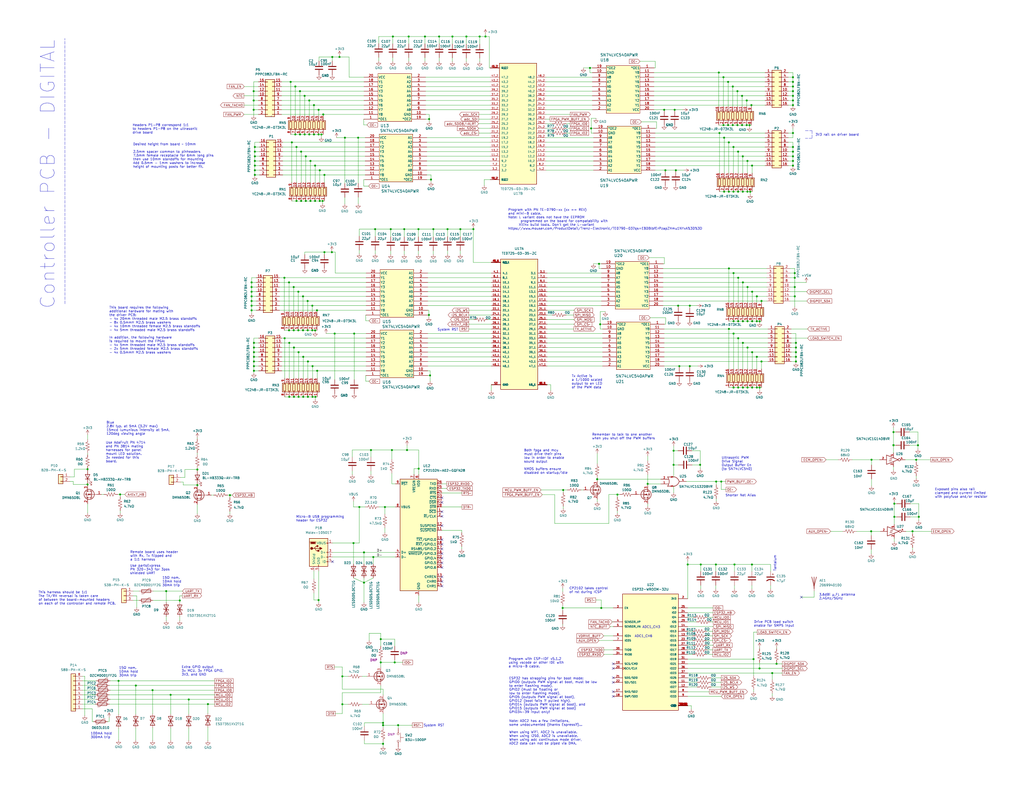
<source format=kicad_sch>
(kicad_sch (version 20211123) (generator eeschema)
  (paper "C")
  (junction (at 415.544 164.3634))
  (junction (at 209.042 406.146))
  (junction (at 102.997 381.9398))
  (junction (at 210.058 276.86))
  (junction (at 213.868 245.745))
  (junction (at 137.287 159.2834))
  (junction (at 402.844 211.6074))
  (junction (at 390.652 308.229))
  (junction (at 236.474 125.1204))
  (junction (at 204.724 125.1204))
  (junction (at 167.894 180.3654))
  (junction (at 175.387 73.406))
  (junction (at 407.4922 68.326))
  (junction (at 161.798 80.264))
  (junction (at 195.453 75.184))
  (junction (at 181.102 137.6934))
  (junction (at 139.065 95.504))
  (junction (at 413.004 211.6074))
  (junction (at 382.0668 253.8222))
  (junction (at 47.7774 256.2098))
  (junction (at 397.3322 44.704))
  (junction (at 162.814 180.3654))
  (junction (at 251.206 125.1204))
  (junction (at 166.243 52.324))
  (junction (at 326.898 144.0434))
  (junction (at 177.038 137.6934))
  (junction (at 402.844 151.6634))
  (junction (at 196.088 276.86))
  (junction (at 414.528 175.4124))
  (junction (at 375.285 308.229))
  (junction (at 139.065 87.884))
  (junction (at 405.384 154.2034))
  (junction (at 137.287 166.9034))
  (junction (at 421.4114 367.538))
  (junction (at 376.428 166.9034))
  (junction (at 213.233 125.1204))
  (junction (at 171.958 90.424))
  (junction (at 307.34 267.5636))
  (junction (at 322.58 70.104))
  (junction (at 407.8732 87.884))
  (junction (at 423.7736 362.458))
  (junction (at 497.967 290.1188))
  (junction (at 165.481 194.8434))
  (junction (at 163.703 49.784))
  (junction (at 397.7132 77.724))
  (junction (at 176.403 62.484))
  (junction (at 163.703 73.406))
  (junction (at 432.7144 47.244))
  (junction (at 172.085 216.6874))
  (junction (at 138.557 192.3034))
  (junction (at 432.7144 90.424))
  (junction (at 139.065 90.424))
  (junction (at 137.287 154.2034))
  (junction (at 399.8722 47.244))
  (junction (at 376.428 199.9234))
  (junction (at 405.384 175.4124))
  (junction (at 176.022 109.728))
  (junction (at 174.498 92.964))
  (junction (at 166.878 85.344))
  (junction (at 173.863 327.66))
  (junction (at 395.1732 104.648))
  (junction (at 432.7144 42.164))
  (junction (at 413.004 194.8434))
  (junction (at 170.561 216.6874))
  (junction (at 74.1172 374.3198))
  (junction (at 254.508 19.939))
  (junction (at 395.1732 75.184))
  (junction (at 209.042 395.986))
  (junction (at 138.557 202.4634))
  (junction (at 177.038 95.504))
  (junction (at 432.7144 52.324))
  (junction (at 64.6938 371.7798))
  (junction (at 368.173 59.944))
  (junction (at 394.7922 42.164))
  (junction (at 161.163 73.406))
  (junction (at 410.464 175.4124))
  (junction (at 207.772 361.696))
  (junction (at 397.7132 104.648))
  (junction (at 390.8298 262.9408))
  (junction (at 161.798 109.728))
  (junction (at 220.599 125.1204))
  (junction (at 139.065 80.264))
  (junction (at 488.0356 275.0312))
  (junction (at 392.6332 72.644))
  (junction (at 499.9736 251.0282))
  (junction (at 160.274 156.7434))
  (junction (at 192.913 296.545))
  (junction (at 407.924 156.7434))
  (junction (at 405.3332 104.648))
  (junction (at 261.747 19.939))
  (junction (at 125.476 270.383))
  (junction (at 139.065 82.804))
  (junction (at 231.902 19.939))
  (junction (at 138.557 197.3834))
  (junction (at 397.764 179.6034))
  (junction (at 138.557 194.8434))
  (junction (at 368.808 92.964))
  (junction (at 321.945 37.084))
  (junction (at 139.065 85.344))
  (junction (at 400.304 149.1234))
  (junction (at 410.4132 90.424))
  (junction (at 157.861 216.6874))
  (junction (at 394.7922 68.326))
  (junction (at 138.557 199.9234))
  (junction (at 432.7144 82.804))
  (junction (at 164.338 82.804))
  (junction (at 405.384 211.6074))
  (junction (at 410.464 159.2834))
  (junction (at 137.287 161.8234))
  (junction (at 432.7144 57.404))
  (junction (at 432.7144 49.784))
  (junction (at 432.7144 72.644))
  (junction (at 186.817 384.556))
  (junction (at 138.43 49.784))
  (junction (at 157.734 180.3654))
  (junction (at 193.294 182.1434))
  (junction (at 363.093 92.964))
  (junction (at 159.258 77.724))
  (junction (at 327.533 177.0634))
  (junction (at 336.931 270.0528))
  (junction (at 407.8732 104.648))
  (junction (at 202.438 245.745))
  (junction (at 405.384 187.2234))
  (junction (at 328.1172 331.978))
  (junction (at 362.458 59.944))
  (junction (at 411.226 359.918))
  (junction (at 402.4122 49.784))
  (junction (at 47.7774 264.541))
  (junction (at 432.7144 87.884))
  (junction (at 399.8722 68.326))
  (junction (at 155.194 151.6634))
  (junction (at 137.287 156.7434))
  (junction (at 222.123 245.745))
  (junction (at 475.4118 290.1188))
  (junction (at 138.43 59.944))
  (junction (at 223.012 19.939))
  (junction (at 90.7034 322.7832))
  (junction (at 404.9522 68.326))
  (junction (at 182.626 182.1434))
  (junction (at 500.9388 243.1288))
  (junction (at 137.287 164.3634))
  (junction (at 170.434 180.3654))
  (junction (at 188.214 75.184))
  (junction (at 165.481 216.6874))
  (junction (at 400.812 308.229))
  (junction (at 138.43 54.864))
  (junction (at 367.5888 246.1006))
  (junction (at 164.338 109.728))
  (junction (at 400.2532 104.648))
  (junction (at 239.649 19.939))
  (junction (at 207.772 348.996))
  (junction (at 139.065 92.964))
  (junction (at 113.4618 384.4798))
  (junction (at 107.696 264.8712))
  (junction (at 185.2676 31.115))
  (junction (at 410.337 308.229))
  (junction (at 367.5888 253.8222))
  (junction (at 235.204 98.044))
  (junction (at 393.5984 262.9408))
  (junction (at 234.696 205.0034))
  (junction (at 402.844 175.4124))
  (junction (at 400.304 211.6074))
  (junction (at 370.713 199.9234))
  (junction (at 165.354 180.3654))
  (junction (at 171.958 109.728))
  (junction (at 168.783 54.864))
  (junction (at 171.958 180.3654))
  (junction (at 397.3322 68.326))
  (junction (at 307.0606 331.978))
  (junction (at 382.397 308.229))
  (junction (at 107.696 256.3876))
  (junction (at 172.974 169.4434))
  (junction (at 501.396 282.2194))
  (junction (at 415.544 197.3834))
  (junction (at 409.0162 68.326))
  (junction (at 413.004 161.8234))
  (junction (at 171.323 57.404))
  (junction (at 414.4772 364.998))
  (junction (at 487.5784 243.0526))
  (junction (at 434.34 197.3834))
  (junction (at 168.021 216.6874))
  (junction (at 173.101 202.4634))
  (junction (at 410.0322 57.404))
  (junction (at 162.814 159.2834))
  (junction (at 475.5896 251.0282))
  (junction (at 137.287 169.4434))
  (junction (at 217.2716 395.986))
  (junction (at 166.878 109.728))
  (junction (at 405.3332 85.344))
  (junction (at 400.304 182.1434))
  (junction (at 433.705 149.1234))
  (junction (at 214.376 19.939))
  (junction (at 160.274 180.3654))
  (junction (at 234.188 65.024))
  (junction (at 392.2522 39.624))
  (junction (at 407.4922 54.864))
  (junction (at 173.863 59.944))
  (junction (at 488.0356 282.2194))
  (junction (at 258.318 125.1204))
  (junction (at 138.557 187.2234))
  (junction (at 433.705 151.6634))
  (junction (at 487.5784 243.1288))
  (junction (at 174.498 109.728))
  (junction (at 353.441 264.2108))
  (junction (at 181.3306 31.115))
  (junction (at 215.392 361.696))
  (junction (at 402.7932 82.804))
  (junction (at 138.557 189.7634))
  (junction (at 432.7144 85.344))
  (junction (at 170.434 166.9034))
  (junction (at 169.418 87.884))
  (junction (at 168.021 197.3834))
  (junction (at 228.473 255.905))
  (junction (at 402.7932 104.648))
  (junction (at 402.4122 68.326))
  (junction (at 413.004 175.4124))
  (junction (at 244.221 125.1204))
  (junction (at 157.861 187.2234))
  (junction (at 410.464 211.6074))
  (junction (at 246.888 19.939))
  (junction (at 198.628 301.625))
  (junction (at 203.708 304.165))
  (junction (at 433.705 156.7434))
  (junction (at 173.863 73.406))
  (junction (at 234.061 171.9834))
  (junction (at 432.7144 54.864))
  (junction (at 186.817 369.316))
  (junction (at 158.623 44.704))
  (junction (at 407.924 211.6074))
  (junction (at 264.922 19.939))
  (junction (at 397.764 146.5834))
  (junction (at 93.1164 379.3998))
  (junction (at 433.705 161.8234))
  (junction (at 98.0948 327.8886))
  (junction (at 400.304 175.4124))
  (junction (at 370.078 166.9034))
  (junction (at 407.924 175.4124))
  (junction (at 169.418 109.728))
  (junction (at 409.3972 104.648))
  (junction (at 404.9522 52.324))
  (junction (at 434.34 194.8434))
  (junction (at 487.5784 235.9406))
  (junction (at 168.783 73.406))
  (junction (at 400.2532 80.264))
  (junction (at 166.243 73.406))
  (junction (at 434.34 192.3034))
  (junction (at 160.401 189.7634))
  (junction (at 155.321 184.6834))
  (junction (at 434.34 187.2234))
  (junction (at 167.894 164.3634))
  (junction (at 407.924 189.7634))
  (junction (at 410.464 192.3034))
  (junction (at 432.7144 80.264))
  (junction (at 434.34 189.7634))
  (junction (at 170.561 199.9234))
  (junction (at 160.401 216.6874))
  (junction (at 432.7144 44.704))
  (junction (at 65.5574 269.9766))
  (junction (at 162.941 192.3034))
  (junction (at 198.628 318.135))
  (junction (at 161.163 47.244))
  (junction (at 228.346 125.1204))
  (junction (at 171.323 73.406))
  (junction (at 162.941 216.6874))
  (junction (at 402.844 184.6834))
  (junction (at 157.734 154.2034))
  (junction (at 83.2612 376.8598))
  (junction (at 325.882 261.6708))
  (junction (at 414.528 211.6074))
  (junction (at 209.042 394.716))
  (junction (at 165.354 161.8234))
  (no_connect (at 334.645 377.698))
  (no_connect (at 334.645 380.238))
  (no_connect (at 241.173 299.72))
  (no_connect (at 241.173 287.02))
  (no_connect (at 181.483 306.705))
  (no_connect (at 241.173 320.04))
  (no_connect (at 334.645 364.998))
  (no_connect (at 241.173 279.4))
  (no_connect (at 241.173 281.94))
  (no_connect (at 241.173 271.78))
  (no_connect (at 241.173 309.88))
  (no_connect (at 241.173 314.96))
  (no_connect (at 241.173 304.8))
  (no_connect (at 241.173 317.5))
  (no_connect (at 241.173 297.18))
  (no_connect (at 241.173 307.34))
  (no_connect (at 334.645 372.618))
  (no_connect (at 241.173 274.32))
  (no_connect (at 241.173 294.64))
  (no_connect (at 334.645 370.078))
  (no_connect (at 241.173 302.26))
  (no_connect (at 334.645 362.458))
  (no_connect (at 437.3118 326.0852))
  (wire (pts (xy 155.194 151.6634) (xy 199.771 151.6634)))
  (wire (pts (xy 113.4618 384.4798) (xy 117.1194 384.4798)))
  (wire (pts (xy 56.6674 269.9766) (xy 55.3974 269.9766)))
  (wire (pts (xy 255.778 171.9834) (xy 268.097 171.9834)))
  (wire (pts (xy 90.7034 322.7832) (xy 99.5426 322.7832)))
  (wire (pts (xy 434.34 194.8434) (xy 434.34 197.3834)))
  (wire (pts (xy 413.004 175.4124) (xy 414.528 175.4124)))
  (wire (pts (xy 195.453 111.252) (xy 195.453 107.696)))
  (wire (pts (xy 397.764 211.6074) (xy 400.304 211.6074)))
  (wire (pts (xy 410.337 321.564) (xy 410.337 319.659)))
  (wire (pts (xy 370.713 200.5584) (xy 370.713 199.9234)))
  (wire (pts (xy 198.882 394.716) (xy 209.042 394.716)))
  (wire (pts (xy 171.323 73.406) (xy 173.863 73.406)))
  (wire (pts (xy 209.042 397.256) (xy 209.042 395.986)))
  (wire (pts (xy 155.194 151.6634) (xy 155.194 170.2054)))
  (wire (pts (xy 181.483 304.165) (xy 203.708 304.165)))
  (wire (pts (xy 198.882 396.621) (xy 198.882 394.716)))
  (wire (pts (xy 409.3972 104.648) (xy 409.3972 106.045)))
  (wire (pts (xy 357.632 37.084) (xy 357.632 33.528)))
  (wire (pts (xy 328.803 179.6034) (xy 327.533 179.6034)))
  (wire (pts (xy 375.285 308.229) (xy 382.397 308.229)))
  (wire (pts (xy 375.285 364.998) (xy 414.4772 364.998)))
  (wire (pts (xy 432.7144 82.804) (xy 432.7144 85.344)))
  (wire (pts (xy 375.285 354.838) (xy 378.2822 354.838)))
  (wire (pts (xy 198.882 404.241) (xy 198.882 406.146)))
  (wire (pts (xy 298.577 192.3034) (xy 328.803 192.3034)))
  (wire (pts (xy 399.8722 47.244) (xy 399.8722 58.166)))
  (wire (pts (xy 410.464 192.3034) (xy 419.1 192.3034)))
  (wire (pts (xy 100.9142 256.3876) (xy 107.696 256.3876)))
  (wire (pts (xy 182.372 364.236) (xy 186.817 364.236)))
  (wire (pts (xy 207.772 364.236) (xy 207.772 361.696)))
  (wire (pts (xy 261.747 19.939) (xy 261.747 24.13)))
  (wire (pts (xy 414.528 211.6074) (xy 415.544 211.6074)))
  (wire (pts (xy 417.4744 72.644) (xy 392.6332 72.644)))
  (wire (pts (xy 60.1218 376.8598) (xy 83.2612 376.8598)))
  (wire (pts (xy 139.065 90.424) (xy 141.605 90.424)))
  (wire (pts (xy 188.214 75.184) (xy 188.214 100.203)))
  (wire (pts (xy 185.2676 30.48) (xy 185.2676 31.115)))
  (wire (pts (xy 232.283 65.024) (xy 234.188 65.024)))
  (wire (pts (xy 241.173 276.86) (xy 252.095 276.86)))
  (wire (pts (xy 40.6146 260.35) (xy 40.6146 256.2098)))
  (wire (pts (xy 402.4122 49.784) (xy 356.87 49.784)))
  (wire (pts (xy 400.2532 80.264) (xy 400.2532 94.488)))
  (wire (pts (xy 158.623 73.406) (xy 161.163 73.406)))
  (wire (pts (xy 489.204 275.0312) (xy 488.0356 275.0312)))
  (wire (pts (xy 325.0946 327.66) (xy 328.1172 327.66)))
  (wire (pts (xy 174.498 92.964) (xy 199.263 92.964)))
  (wire (pts (xy 254.508 31.75) (xy 254.508 33.655)))
  (wire (pts (xy 170.561 199.9234) (xy 170.561 206.5274)))
  (wire (pts (xy 235.204 99.314) (xy 235.204 98.044)))
  (wire (pts (xy 138.557 199.9234) (xy 138.557 197.3834)))
  (wire (pts (xy 223.012 19.939) (xy 231.902 19.939)))
  (wire (pts (xy 168.021 197.3834) (xy 199.771 197.3834)))
  (wire (pts (xy 499.9736 251.0282) (xy 493.9284 251.0282)))
  (wire (pts (xy 139.065 85.344) (xy 141.605 85.344)))
  (wire (pts (xy 74.5744 325.3232) (xy 72.6694 325.3232)))
  (wire (pts (xy 192.278 245.745) (xy 202.438 245.745)))
  (polyline (pts (xy 437.6166 459.1812) (xy 439.5724 459.1812)) (stroke (width 0) (type solid)))
  (wire (pts (xy 400.304 182.1434) (xy 419.1 182.1434)))
  (wire (pts (xy 173.863 73.406) (xy 175.387 73.406)))
  (wire (pts (xy 388.0612 375.158) (xy 393.573 375.158)))
  (wire (pts (xy 393.573 380.238) (xy 375.285 380.238)))
  (wire (pts (xy 241.173 289.56) (xy 251.968 289.56)))
  (wire (pts (xy 137.287 156.7434) (xy 137.287 154.2034)))
  (wire (pts (xy 198.882 406.146) (xy 209.042 406.146)))
  (wire (pts (xy 175.387 73.406) (xy 176.403 73.406)))
  (wire (pts (xy 298.577 156.7434) (xy 328.168 156.7434)))
  (wire (pts (xy 155.321 184.6834) (xy 199.771 184.6834)))
  (wire (pts (xy 141.097 192.3034) (xy 138.557 192.3034)))
  (polyline (pts (xy 441.0456 500.4562) (xy 442.9506 500.4562)) (stroke (width 0) (type solid)))
  (wire (pts (xy 107.696 264.8712) (xy 107.696 265.303)))
  (wire (pts (xy 413.004 211.6074) (xy 414.528 211.6074)))
  (wire (pts (xy 195.453 75.184) (xy 195.453 100.076)))
  (wire (pts (xy 228.346 125.1204) (xy 236.474 125.1204)))
  (wire (pts (xy 353.441 264.2108) (xy 360.6038 264.2108)))
  (wire (pts (xy 390.8298 262.9408) (xy 393.5984 262.9408)))
  (wire (pts (xy 297.942 77.724) (xy 323.85 77.724)))
  (wire (pts (xy 362.585 144.0434) (xy 362.585 140.7414)))
  (wire (pts (xy 363.22 173.5074) (xy 354.838 173.5074)))
  (wire (pts (xy 488.0356 282.2194) (xy 488.0356 286.3088)))
  (wire (pts (xy 389.001 357.378) (xy 385.572 357.378)))
  (wire (pts (xy 407.924 156.7434) (xy 418.465 156.7434)))
  (wire (pts (xy 168.021 197.3834) (xy 168.021 206.5274)))
  (polyline (pts (xy 435.7116 482.1682) (xy 439.801 482.1682)) (stroke (width 0) (type solid)))
  (wire (pts (xy 214.376 33.401) (xy 214.376 31.496)))
  (wire (pts (xy 358.267 70.104) (xy 358.267 66.548)))
  (wire (pts (xy 258.318 124.4854) (xy 258.318 125.1204)))
  (wire (pts (xy 487.5784 243.1288) (xy 488.7214 243.1288)))
  (wire (pts (xy 154.305 82.804) (xy 164.338 82.804)))
  (wire (pts (xy 204.724 125.1204) (xy 213.233 125.1204)))
  (polyline (pts (xy 440.9186 493.9792) (xy 442.9506 493.9792)) (stroke (width 0) (type solid)))
  (wire (pts (xy 375.285 385.318) (xy 377.2662 385.318)))
  (wire (pts (xy 154.305 92.964) (xy 174.498 92.964)))
  (wire (pts (xy 234.061 171.9834) (xy 233.426 171.9834)))
  (wire (pts (xy 361.823 146.5834) (xy 397.764 146.5834)))
  (wire (pts (xy 162.941 216.6874) (xy 165.481 216.6874)))
  (wire (pts (xy 251.206 136.8044) (xy 251.206 138.7094)))
  (wire (pts (xy 327.533 177.0634) (xy 328.803 177.0634)))
  (polyline (pts (xy 496.5446 485.9782) (xy 496.5446 490.8042)) (stroke (width 0) (type solid)))
  (wire (pts (xy 255.778 174.5234) (xy 258.572 174.5234)))
  (wire (pts (xy 298.577 189.7634) (xy 328.803 189.7634)))
  (wire (pts (xy 430.1744 80.264) (xy 432.7144 80.264)))
  (wire (pts (xy 138.43 44.704) (xy 140.97 44.704)))
  (wire (pts (xy 297.942 85.344) (xy 323.85 85.344)))
  (wire (pts (xy 298.577 154.2034) (xy 328.168 154.2034)))
  (wire (pts (xy 431.165 161.8234) (xy 433.705 161.8234)))
  (wire (pts (xy 361.823 149.1234) (xy 400.304 149.1234)))
  (wire (pts (xy 177.038 138.8364) (xy 177.038 137.6934)))
  (wire (pts (xy 376.428 200.5584) (xy 376.428 199.9234)))
  (wire (pts (xy 233.426 187.2234) (xy 268.097 187.2234)))
  (wire (pts (xy 46.2788 369.2398) (xy 46.2788 390.7028)))
  (wire (pts (xy 308.991 67.564) (xy 311.15 67.564)))
  (wire (pts (xy 323.85 144.0434) (xy 326.898 144.0434)))
  (wire (pts (xy 357.505 92.964) (xy 363.093 92.964)))
  (wire (pts (xy 168.783 54.864) (xy 198.628 54.864)))
  (wire (pts (xy 152.527 156.7434) (xy 160.274 156.7434)))
  (wire (pts (xy 233.426 199.9234) (xy 268.097 199.9234)))
  (wire (pts (xy 362.458 60.579) (xy 362.458 59.944)))
  (wire (pts (xy 192.913 273.685) (xy 192.913 276.86)))
  (wire (pts (xy 395.1732 75.184) (xy 357.505 75.184)))
  (wire (pts (xy 267.462 67.564) (xy 261.239 67.564)))
  (wire (pts (xy 45.1104 381.9398) (xy 52.5018 381.9398)))
  (wire (pts (xy 162.814 159.2834) (xy 162.814 170.2054)))
  (polyline (pts (xy 443.1284 71.374) (xy 443.1284 75.565)))
  (wire (pts (xy 496.824 275.0312) (xy 501.396 275.0312)))
  (wire (pts (xy 155.194 180.3654) (xy 157.734 180.3654)))
  (wire (pts (xy 434.34 189.7634) (xy 434.34 192.3034)))
  (wire (pts (xy 160.274 180.3654) (xy 162.814 180.3654)))
  (wire (pts (xy 162.941 192.3034) (xy 199.771 192.3034)))
  (wire (pts (xy 400.304 149.1234) (xy 418.465 149.1234)))
  (wire (pts (xy 137.287 154.2034) (xy 137.287 151.6634)))
  (wire (pts (xy 417.4744 57.404) (xy 410.0322 57.404)))
  (wire (pts (xy 93.1164 379.3998) (xy 93.1164 389.9154)))
  (wire (pts (xy 198.501 68.199) (xy 200.279 68.199)))
  (wire (pts (xy 323.215 39.624) (xy 321.945 39.624)))
  (wire (pts (xy 298.577 151.6634) (xy 328.168 151.6634)))
  (wire (pts (xy 138.557 192.3034) (xy 138.557 189.7634)))
  (polyline (pts (xy 443.9666 505.0282) (xy 447.8782 505.0282)) (stroke (width 0) (type solid)))
  (wire (pts (xy 133.1468 57.404) (xy 140.97 57.404)))
  (wire (pts (xy 430.1744 49.784) (xy 432.7144 49.784)))
  (wire (pts (xy 234.696 205.0034) (xy 233.426 205.0034)))
  (wire (pts (xy 251.968 298.45) (xy 251.968 299.72)))
  (wire (pts (xy 500.9388 235.9406) (xy 500.9388 243.1288)))
  (wire (pts (xy 400.2532 104.648) (xy 402.7932 104.648)))
  (wire (pts (xy 297.942 59.944) (xy 323.215 59.944)))
  (wire (pts (xy 232.918 95.504) (xy 235.204 95.504)))
  (wire (pts (xy 409.3972 104.648) (xy 410.4132 104.648)))
  (wire (pts (xy 397.7132 104.648) (xy 400.2532 104.648)))
  (wire (pts (xy 107.696 264.4902) (xy 107.696 264.8712)))
  (wire (pts (xy 377.952 357.378) (xy 375.285 357.378)))
  (wire (pts (xy 431.8 179.6034) (xy 440.69 179.6034)))
  (wire (pts (xy 153.797 189.7634) (xy 160.401 189.7634)))
  (wire (pts (xy 154.305 80.264) (xy 161.798 80.264)))
  (wire (pts (xy 213.233 125.1204) (xy 220.599 125.1204)))
  (wire (pts (xy 171.323 57.404) (xy 198.628 57.404)))
  (wire (pts (xy 326.898 144.0434) (xy 328.168 144.0434)))
  (wire (pts (xy 64.6938 371.7798) (xy 117.1194 371.7798)))
  (wire (pts (xy 432.7144 90.424) (xy 432.7144 91.059)))
  (wire (pts (xy 209.042 394.716) (xy 209.042 395.986)))
  (wire (pts (xy 153.67 59.944) (xy 173.863 59.944)))
  (wire (pts (xy 410.464 211.6074) (xy 413.004 211.6074)))
  (wire (pts (xy 232.283 59.944) (xy 267.462 59.944)))
  (wire (pts (xy 59.6138 374.3198) (xy 74.1172 374.3198)))
  (wire (pts (xy 431.165 164.3634) (xy 440.309 164.3634)))
  (wire (pts (xy 239.649 19.939) (xy 246.888 19.939)))
  (wire (pts (xy 487.5784 243.1288) (xy 487.5784 247.2182)))
  (wire (pts (xy 407.4922 54.864) (xy 356.87 54.864)))
  (wire (pts (xy 176.022 109.728) (xy 177.038 109.728)))
  (wire (pts (xy 302.6918 270.1036) (xy 302.6918 285.8516)))
  (wire (pts (xy 214.376 19.939) (xy 214.376 23.876)))
  (wire (pts (xy 395.1732 104.648) (xy 397.7132 104.648)))
  (wire (pts (xy 153.797 192.3034) (xy 162.941 192.3034)))
  (wire (pts (xy 45.1104 379.3998) (xy 51.9938 379.3998)))
  (wire (pts (xy 382.0668 246.1006) (xy 382.0668 253.8222)))
  (wire (pts (xy 174.498 92.964) (xy 174.498 99.568)))
  (wire (pts (xy 400.304 175.4124) (xy 402.844 175.4124)))
  (wire (pts (xy 295.91 270.1036) (xy 302.6918 270.1036)))
  (wire (pts (xy 357.632 33.528) (xy 349.25 33.528)))
  (wire (pts (xy 202.438 245.745) (xy 202.438 249.555)))
  (wire (pts (xy 363.093 93.599) (xy 363.093 92.964)))
  (wire (pts (xy 137.287 161.8234) (xy 137.287 159.2834)))
  (wire (pts (xy 405.384 187.2234) (xy 405.384 201.4474)))
  (wire (pts (xy 397.3322 44.704) (xy 356.87 44.704)))
  (wire (pts (xy 117.1194 381.9398) (xy 102.997 381.9398)))
  (wire (pts (xy 170.561 216.6874) (xy 172.085 216.6874)))
  (wire (pts (xy 177.038 95.504) (xy 177.038 99.568)))
  (wire (pts (xy 358.267 70.104) (xy 357.632 70.104)))
  (wire (pts (xy 154.305 77.724) (xy 159.258 77.724)))
  (polyline (pts (xy 442.9506 497.4336) (xy 447.9036 497.4336)) (stroke (width 0) (type solid)))
  (wire (pts (xy 431.8 182.1434) (xy 434.34 182.1434)))
  (wire (pts (xy 152.527 159.2834) (xy 162.814 159.2834)))
  (wire (pts (xy 47.7774 237.363) (xy 47.7774 239.903)))
  (wire (pts (xy 332.994 342.138) (xy 334.645 342.138)))
  (wire (pts (xy 98.0948 327.8886) (xy 98.0948 329.057)))
  (wire (pts (xy 297.942 52.324) (xy 323.215 52.324)))
  (wire (pts (xy 297.942 57.404) (xy 323.215 57.404)))
  (wire (pts (xy 298.577 166.9034) (xy 328.168 166.9034)))
  (wire (pts (xy 159.258 77.724) (xy 199.263 77.724)))
  (wire (pts (xy 141.097 184.6834) (xy 138.557 184.6834)))
  (wire (pts (xy 75.9714 322.7832) (xy 72.6694 322.7832)))
  (wire (pts (xy 153.797 194.8434) (xy 165.481 194.8434)))
  (wire (pts (xy 153.67 62.484) (xy 176.403 62.484)))
  (wire (pts (xy 376.428 166.9034) (xy 370.078 166.9034)))
  (wire (pts (xy 176.403 62.484) (xy 198.628 62.484)))
  (wire (pts (xy 266.192 174.5234) (xy 268.097 174.5234)))
  (wire (pts (xy 141.605 82.804) (xy 139.065 82.804)))
  (wire (pts (xy 166.243 52.324) (xy 198.628 52.324)))
  (polyline (pts (xy 442.9506 493.9792) (xy 442.9506 500.4562)) (stroke (width 0) (type solid)))
  (wire (pts (xy 163.703 49.784) (xy 198.628 49.784)))
  (wire (pts (xy 390.8298 262.9408) (xy 390.8298 264.7188)))
  (wire (pts (xy 99.5426 325.2978) (xy 98.0948 325.2978)))
  (wire (pts (xy 368.173 60.579) (xy 368.173 59.944)))
  (wire (pts (xy 152.527 151.6634) (xy 155.194 151.6634)))
  (wire (pts (xy 236.474 125.1204) (xy 236.474 129.3114)))
  (wire (pts (xy 432.7144 52.324) (xy 432.7144 54.864)))
  (wire (pts (xy 210.058 276.86) (xy 215.773 276.86)))
  (wire (pts (xy 154.305 90.424) (xy 171.958 90.424)))
  (wire (pts (xy 45.1104 369.2398) (xy 46.2788 369.2398)))
  (wire (pts (xy 152.527 164.3634) (xy 167.894 164.3634)))
  (polyline (pts (xy 436.6006 466.4202) (xy 437.8706 466.4202)) (stroke (width 0) (type solid)))
  (wire (pts (xy 298.577 194.8434) (xy 328.803 194.8434)))
  (wire (pts (xy 378.4092 337.058) (xy 375.285 337.058)))
  (wire (pts (xy 413.004 161.8234) (xy 413.004 165.2524)))
  (wire (pts (xy 397.7132 77.724) (xy 357.505 77.724)))
  (wire (pts (xy 182.626 182.1434) (xy 193.294 182.1434)))
  (wire (pts (xy 375.285 377.698) (xy 387.1214 377.698)))
  (wire (pts (xy 176.022 109.728) (xy 176.022 111.125)))
  (wire (pts (xy 173.101 202.4634) (xy 173.101 206.5274)))
  (wire (pts (xy 264.922 18.669) (xy 264.922 19.939)))
  (wire (pts (xy 298.577 184.6834) (xy 328.803 184.6834)))
  (wire (pts (xy 329.5904 357.378) (xy 334.645 357.378)))
  (wire (pts (xy 298.577 174.5234) (xy 313.182 174.5234)))
  (wire (pts (xy 327.533 170.2054) (xy 327.533 177.0634)))
  (wire (pts (xy 417.4744 85.344) (xy 405.3332 85.344)))
  (wire (pts (xy 207.772 345.821) (xy 201.422 345.821)))
  (wire (pts (xy 209.042 406.146) (xy 209.042 407.416)))
  (wire (pts (xy 431.8 184.6834) (xy 440.69 184.6834)))
  (wire (pts (xy 138.557 202.4634) (xy 138.557 203.6064)))
  (wire (pts (xy 244.221 125.1204) (xy 251.206 125.1204)))
  (wire (pts (xy 232.918 90.424) (xy 267.462 90.424)))
  (wire (pts (xy 38.1762 260.35) (xy 40.6146 260.35)))
  (wire (pts (xy 228.473 259.08) (xy 228.473 255.905)))
  (wire (pts (xy 432.7144 42.164) (xy 432.7144 44.704)))
  (wire (pts (xy 172.085 216.6874) (xy 173.101 216.6874)))
  (wire (pts (xy 392.6332 104.648) (xy 395.1732 104.648)))
  (wire (pts (xy 172.974 169.4434) (xy 172.974 170.2054)))
  (wire (pts (xy 313.182 169.4434) (xy 298.577 169.4434)))
  (wire (pts (xy 431.165 151.6634) (xy 433.705 151.6634)))
  (wire (pts (xy 192.913 276.86) (xy 196.088 276.86)))
  (wire (pts (xy 322.58 64.643) (xy 322.58 70.104)))
  (polyline (pts (xy 494.5126 485.9782) (xy 496.5446 485.9782)) (stroke (width 0) (type solid)))
  (wire (pts (xy 99.9744 264.8712) (xy 107.696 264.8712)))
  (wire (pts (xy 297.942 75.184) (xy 323.85 75.184)))
  (wire (pts (xy 414.528 211.6074) (xy 414.528 213.0044)))
  (wire (pts (xy 234.188 62.484) (xy 234.188 65.024)))
  (wire (pts (xy 411.226 359.918) (xy 411.226 368.8842)))
  (wire (pts (xy 157.734 180.3654) (xy 160.274 180.3654)))
  (wire (pts (xy 395.1732 75.184) (xy 395.1732 94.488)))
  (wire (pts (xy 99.9744 263.271) (xy 99.9744 264.8712)))
  (wire (pts (xy 400.304 211.6074) (xy 402.844 211.6074)))
  (wire (pts (xy 402.844 184.6834) (xy 419.1 184.6834)))
  (wire (pts (xy 182.626 182.1434) (xy 182.626 207.2894)))
  (wire (pts (xy 298.577 179.6034) (xy 313.182 179.6034)))
  (wire (pts (xy 390.8298 272.3388) (xy 390.8298 273.6088)))
  (wire (pts (xy 415.544 164.3634) (xy 418.465 164.3634)))
  (wire (pts (xy 223.012 19.939) (xy 223.012 23.876)))
  (wire (pts (xy 83.2612 397.3576) (xy 83.2612 404.241)))
  (wire (pts (xy 499.9736 251.0282) (xy 507.8984 251.0282)))
  (wire (pts (xy 434.34 192.3034) (xy 434.34 194.8434)))
  (wire (pts (xy 464.9978 251.0282) (xy 475.5896 251.0282)))
  (wire (pts (xy 467.4616 290.1188) (xy 475.4118 290.1188)))
  (wire (pts (xy 297.942 87.884) (xy 323.85 87.884)))
  (wire (pts (xy 297.942 42.164) (xy 323.215 42.164)))
  (wire (pts (xy 421.4114 378.714) (xy 421.4114 380.0602)))
  (wire (pts (xy 64.6938 397.7132) (xy 64.6938 404.0378)))
  (wire (pts (xy 402.7932 82.804) (xy 357.505 82.804)))
  (wire (pts (xy 264.287 98.044) (xy 264.287 101.219)))
  (wire (pts (xy 198.628 318.135) (xy 192.913 315.595)))
  (wire (pts (xy 137.287 169.4434) (xy 137.287 166.9034)))
  (wire (pts (xy 380.0602 339.598) (xy 375.285 339.598)))
  (wire (pts (xy 139.827 151.6634) (xy 137.287 151.6634)))
  (wire (pts (xy 47.7774 264.1346) (xy 47.7774 264.541)))
  (wire (pts (xy 377.571 246.1006) (xy 382.0668 246.1006)))
  (wire (pts (xy 407.924 211.6074) (xy 410.464 211.6074)))
  (wire (pts (xy 399.8722 47.244) (xy 356.87 47.244)))
  (wire (pts (xy 301.371 171.9834) (xy 298.577 171.9834)))
  (wire (pts (xy 228.473 245.745) (xy 222.123 245.745)))
  (wire (pts (xy 171.958 109.728) (xy 174.498 109.728)))
  (wire (pts (xy 232.283 57.404) (xy 267.462 57.404)))
  (wire (pts (xy 139.827 159.2834) (xy 137.287 159.2834)))
  (wire (pts (xy 336.931 271.3228) (xy 336.931 270.0528)))
  (wire (pts (xy 196.088 276.86) (xy 199.263 276.86)))
  (wire (pts (xy 171.323 57.404) (xy 171.323 63.246)))
  (wire (pts (xy 207.772 348.996) (xy 215.392 348.996)))
  (wire (pts (xy 198.628 328.93) (xy 198.628 318.135)))
  (wire (pts (xy 399.8722 68.326) (xy 402.4122 68.326)))
  (wire (pts (xy 138.43 59.944) (xy 138.43 63.119)))
  (wire (pts (xy 152.527 166.9034) (xy 170.434 166.9034)))
  (wire (pts (xy 255.7526 177.0634) (xy 268.097 177.0634)))
  (polyline (pts (xy 437.8706 466.4202) (xy 437.8706 474.4212)) (stroke (width 0) (type solid)))
  (wire (pts (xy 409.0162 68.326) (xy 409.0162 69.215)))
  (wire (pts (xy 501.396 275.0312) (xy 501.396 282.2194)))
  (wire (pts (xy 431.8 197.3834) (xy 434.34 197.3834)))
  (wire (pts (xy 386.0292 337.058) (xy 389.128 337.058)))
  (wire (pts (xy 307.34 268.8336) (xy 307.34 267.5636)))
  (wire (pts (xy 181.483 301.625) (xy 198.628 301.625)))
  (wire (pts (xy 388.0612 370.078) (xy 393.573 370.078)))
  (wire (pts (xy 139.065 80.264) (xy 139.065 82.804)))
  (wire (pts (xy 45.1104 376.8598) (xy 52.5018 376.8598)))
  (wire (pts (xy 488.0356 295.7068) (xy 488.0356 293.9288)))
  (wire (pts (xy 433.705 146.5834) (xy 433.705 149.1234)))
  (wire (pts (xy 421.4114 367.538) (xy 426.9486 367.538)))
  (wire (pts (xy 415.544 197.3834) (xy 419.1 197.3834)))
  (wire (pts (xy 233.426 166.9034) (xy 268.097 166.9034)))
  (wire (pts (xy 417.4744 47.244) (xy 399.8722 47.244)))
  (wire (pts (xy 475.4118 290.1188) (xy 480.4156 290.1188)))
  (wire (pts (xy 185.2676 31.115) (xy 181.3306 31.115)))
  (wire (pts (xy 400.2532 80.264) (xy 357.505 80.264)))
  (wire (pts (xy 188.214 75.184) (xy 183.642 75.184)))
  (wire (pts (xy 475.5896 253.8984) (xy 475.5896 251.0282)))
  (wire (pts (xy 233.426 192.3034) (xy 268.097 192.3034)))
  (wire (pts (xy 430.1744 54.864) (xy 432.7144 54.864)))
  (wire (pts (xy 198.628 42.164) (xy 190.5 42.164)))
  (wire (pts (xy 171.958 90.424) (xy 199.263 90.424)))
  (wire (pts (xy 394.7922 42.164) (xy 356.87 42.164)))
  (wire (pts (xy 313.182 171.9834) (xy 308.991 171.9834)))
  (wire (pts (xy 188.214 111.379) (xy 188.214 107.823)))
  (wire (pts (xy 233.426 194.8434) (xy 268.097 194.8434)))
  (wire (pts (xy 423.7736 353.568) (xy 423.7736 354.203)))
  (wire (pts (xy 499.9736 259.9182) (xy 499.9736 261.1882)))
  (wire (pts (xy 233.426 184.6834) (xy 268.097 184.6834)))
  (wire (pts (xy 362.458 179.6034) (xy 397.764 179.6034)))
  (wire (pts (xy 232.918 92.964) (xy 267.462 92.964)))
  (wire (pts (xy 157.734 154.2034) (xy 157.734 170.2054)))
  (wire (pts (xy 332.2828 270.0528) (xy 336.931 270.0528)))
  (wire (pts (xy 361.823 159.2834) (xy 410.464 159.2834)))
  (wire (pts (xy 307.0606 331.978) (xy 328.1172 331.978)))
  (wire (pts (xy 141.097 197.3834) (xy 138.557 197.3834)))
  (wire (pts (xy 139.827 156.7434) (xy 137.287 156.7434)))
  (wire (pts (xy 382.397 319.659) (xy 382.397 321.564)))
  (wire (pts (xy 251.968 289.56) (xy 251.968 290.83)))
  (wire (pts (xy 496.3414 243.1288) (xy 500.9388 243.1288)))
  (wire (pts (xy 232.918 82.804) (xy 267.462 82.804)))
  (wire (pts (xy 189.992 369.316) (xy 186.817 369.316)))
  (wire (pts (xy 411.226 376.5042) (xy 411.226 377.6726)))
  (wire (pts (xy 297.942 90.424) (xy 323.85 90.424)))
  (wire (pts (xy 329.4126 347.218) (xy 334.645 347.218)))
  (wire (pts (xy 423.7736 361.823) (xy 423.7736 362.458)))
  (wire (pts (xy 234.188 66.294) (xy 234.188 65.024)))
  (wire (pts (xy 356.87 59.944) (xy 362.458 59.944)))
  (wire (pts (xy 137.287 166.9034) (xy 137.287 164.3634)))
  (wire (pts (xy 107.696 247.2944) (xy 107.696 248.158)))
  (wire (pts (xy 246.888 31.623) (xy 246.888 33.528)))
  (wire (pts (xy 405.3332 85.344) (xy 405.3332 94.488)))
  (wire (pts (xy 318.389 37.084) (xy 321.945 37.084)))
  (wire (pts (xy 206.629 33.274) (xy 206.629 31.369)))
  (wire (pts (xy 215.392 361.696) (xy 219.837 361.696)))
  (wire (pts (xy 317.1698 267.5636) (xy 318.262 267.5636)))
  (wire (pts (xy 358.267 66.548) (xy 350.012 66.548)))
  (wire (pts (xy 199.644 175.1584) (xy 201.422 175.1584)))
  (wire (pts (xy 173.863 59.944) (xy 198.628 59.944)))
  (wire (pts (xy 417.4744 39.624) (xy 392.2522 39.624)))
  (wire (pts (xy 232.918 98.044) (xy 235.204 98.044)))
  (wire (pts (xy 139.065 82.804) (xy 139.065 85.344)))
  (wire (pts (xy 267.081 37.084) (xy 267.081 19.939)))
  (wire (pts (xy 90.7034 336.6262) (xy 90.7034 338.836)))
  (wire (pts (xy 410.337 308.229) (xy 410.337 312.039)))
  (wire (pts (xy 430.1744 57.404) (xy 432.7144 57.404)))
  (wire (pts (xy 160.401 189.7634) (xy 199.771 189.7634)))
  (wire (pts (xy 188.214 75.184) (xy 195.453 75.184)))
  (wire (pts (xy 164.338 82.804) (xy 199.263 82.804)))
  (wire (pts (xy 375.285 362.458) (xy 423.7736 362.458)))
  (wire (pts (xy 430.1744 87.884) (xy 432.7144 87.884)))
  (wire (pts (xy 126.746 270.383) (xy 125.476 270.383)))
  (wire (pts (xy 160.274 156.7434) (xy 199.771 156.7434)))
  (wire (pts (xy 336.931 270.0528) (xy 338.201 270.0528)))
  (wire (pts (xy 432.7144 77.724) (xy 432.7144 80.264)))
  (wire (pts (xy 173.863 59.944) (xy 173.863 63.246)))
  (wire (pts (xy 308.991 70.104) (xy 311.15 70.104)))
  (wire (pts (xy 158.623 44.704) (xy 198.628 44.704)))
  (wire (pts (xy 233.426 156.7434) (xy 268.097 156.7434)))
  (wire (pts (xy 232.283 62.484) (xy 234.188 62.484)))
  (wire (pts (xy 164.338 82.804) (xy 164.338 99.568)))
  (wire (pts (xy 297.942 49.784) (xy 323.215 49.784)))
  (wire (pts (xy 475.4118 292.3794) (xy 475.4118 290.1188)))
  (wire (pts (xy 47.7774 264.541) (xy 47.7774 264.8966)))
  (wire (pts (xy 426.9486 364.998) (xy 414.4772 364.998)))
  (wire (pts (xy 47.7774 280.1366) (xy 47.7774 275.0566)))
  (wire (pts (xy 241.173 266.7) (xy 243.6876 266.7)))
  (wire (pts (xy 153.797 202.4634) (xy 173.101 202.4634)))
  (wire (pts (xy 231.902 19.939) (xy 239.649 19.939)))
  (wire (pts (xy 171.958 180.3654) (xy 171.958 181.1274)))
  (wire (pts (xy 209.042 389.636) (xy 209.042 394.716)))
  (wire (pts (xy 186.817 378.206) (xy 186.817 384.556)))
  (wire (pts (xy 166.243 73.406) (xy 168.783 73.406)))
  (wire (pts (xy 298.577 197.3834) (xy 328.803 197.3834)))
  (wire (pts (xy 163.703 73.406) (xy 166.243 73.406)))
  (wire (pts (xy 45.1104 384.4798) (xy 51.9938 384.4798)))
  (wire (pts (xy 50.292 394.0048) (xy 50.292 387.0198)))
  (wire (pts (xy 251.206 125.1204) (xy 258.318 125.1204)))
  (wire (pts (xy 404.9522 52.324) (xy 356.87 52.324)))
  (wire (pts (xy 65.5574 271.2466) (xy 65.5574 269.9766)))
  (wire (pts (xy 431.8 194.8434) (xy 434.34 194.8434)))
  (wire (pts (xy 203.708 304.165) (xy 215.773 304.165)))
  (wire (pts (xy 166.37 138.9634) (xy 166.37 137.6934)))
  (wire (pts (xy 258.318 125.1204) (xy 258.318 143.2814)))
  (wire (pts (xy 390.652 312.039) (xy 390.652 308.229)))
  (wire (pts (xy 206.629 19.939) (xy 214.376 19.939)))
  (wire (pts (xy 162.814 159.2834) (xy 199.771 159.2834)))
  (wire (pts (xy 413.004 161.8234) (xy 361.823 161.8234)))
  (wire (pts (xy 475.5896 251.0282) (xy 479.9584 251.0282)))
  (wire (pts (xy 74.5744 331.6732) (xy 74.5744 325.3232)))
  (wire (pts (xy 139.827 161.8234) (xy 137.287 161.8234)))
  (polyline (pts (xy 437.8706 484.6066) (xy 439.674 484.6066)) (stroke (width 0) (type solid)))
  (wire (pts (xy 209.042 404.876) (xy 209.042 406.146)))
  (wire (pts (xy 361.823 156.7434) (xy 407.924 156.7434)))
  (wire (pts (xy 298.577 182.1434) (xy 328.803 182.1434)))
  (wire (pts (xy 362.458 197.3834) (xy 415.544 197.3834)))
  (wire (pts (xy 367.5888 265.4808) (xy 367.5888 269.0368)))
  (wire (pts (xy 417.4744 75.184) (xy 395.1732 75.184)))
  (wire (pts (xy 64.6938 390.0932) (xy 64.6938 371.7798)))
  (wire (pts (xy 298.577 199.9234) (xy 328.803 199.9234)))
  (wire (pts (xy 254.508 19.939) (xy 254.508 24.13)))
  (wire (pts (xy 125.476 279.273) (xy 125.476 280.543)))
  (wire (pts (xy 167.894 164.3634) (xy 167.894 170.2054)))
  (wire (pts (xy 326.8726 349.758) (xy 334.645 349.758)))
  (wire (pts (xy 207.772 361.696) (xy 215.392 361.696)))
  (wire (pts (xy 487.5784 243.0526) (xy 487.5784 243.1288)))
  (wire (pts (xy 377.952 347.218) (xy 375.285 347.218)))
  (wire (pts (xy 162.941 192.3034) (xy 162.941 206.5274)))
  (wire (pts (xy 402.4122 49.784) (xy 402.4122 58.166)))
  (wire (pts (xy 323.85 72.644) (xy 322.58 72.644)))
  (wire (pts (xy 160.401 189.7634) (xy 160.401 206.5274)))
  (wire (pts (xy 152.527 161.8234) (xy 165.354 161.8234)))
  (wire (pts (xy 167.894 180.3654) (xy 170.434 180.3654)))
  (wire (pts (xy 321.945 39.624) (xy 321.945 37.084)))
  (wire (pts (xy 402.844 175.4124) (xy 405.384 175.4124)))
  (wire (pts (xy 203.708 315.595) (xy 198.628 318.135)))
  (wire (pts (xy 83.5914 322.7832) (xy 90.7034 322.7832)))
  (wire (pts (xy 233.426 197.3834) (xy 268.097 197.3834)))
  (wire (pts (xy 414.528 175.4124) (xy 414.528 176.0474)))
  (wire (pts (xy 326.898 146.5834) (xy 326.898 144.0434)))
  (wire (pts (xy 233.426 189.7634) (xy 268.097 189.7634)))
  (wire (pts (xy 181.483 296.545) (xy 192.913 296.545)))
  (wire (pts (xy 139.827 154.2034) (xy 137.287 154.2034)))
  (wire (pts (xy 325.882 272.6436) (xy 325.882 273.939)))
  (wire (pts (xy 139.827 169.4434) (xy 137.287 169.4434)))
  (wire (pts (xy 138.43 44.704) (xy 138.43 49.784)))
  (wire (pts (xy 138.557 189.7634) (xy 138.557 187.2234)))
  (wire (pts (xy 232.283 47.244) (xy 267.462 47.244)))
  (wire (pts (xy 357.632 37.084) (xy 356.997 37.084)))
  (wire (pts (xy 407.8732 104.648) (xy 409.3972 104.648)))
  (wire (pts (xy 264.922 19.939) (xy 261.747 19.939)))
  (wire (pts (xy 159.258 77.724) (xy 159.258 99.568)))
  (wire (pts (xy 298.577 149.1234) (xy 328.168 149.1234)))
  (wire (pts (xy 431.165 159.2834) (xy 440.182 159.2834)))
  (wire (pts (xy 430.1744 82.804) (xy 432.7144 82.804)))
  (wire (pts (xy 487.5784 256.6162) (xy 487.5784 254.8382)))
  (wire (pts (xy 376.428 199.9234) (xy 370.713 199.9234)))
  (wire (pts (xy 153.797 184.6834) (xy 155.321 184.6834)))
  (wire (pts (xy 375.285 370.078) (xy 380.4412 370.078)))
  (wire (pts (xy 430.1744 52.324) (xy 432.7144 52.324)))
  (wire (pts (xy 153.797 199.9234) (xy 170.561 199.9234)))
  (wire (pts (xy 417.4744 90.424) (xy 410.4132 90.424)))
  (wire (pts (xy 420.497 308.229) (xy 410.337 308.229)))
  (wire (pts (xy 186.817 369.316) (xy 186.817 376.301)))
  (polyline (pts (xy 344.1446 474.5482) (xy 346.1766 474.5482)) (stroke (width 0) (type solid)))
  (wire (pts (xy 98.0948 325.2978) (xy 98.0948 327.8886)))
  (wire (pts (xy 402.844 184.6834) (xy 402.844 201.4474)))
  (wire (pts (xy 141.605 95.504) (xy 139.065 95.504)))
  (wire (pts (xy 393.5984 262.9408) (xy 396.0876 262.9408)))
  (wire (pts (xy 267.462 70.104) (xy 261.239 70.104)))
  (wire (pts (xy 186.817 376.301) (xy 209.042 376.301)))
  (wire (pts (xy 402.7932 82.804) (xy 402.7932 94.488)))
  (wire (pts (xy 362.585 144.0434) (xy 361.95 144.0434)))
  (wire (pts (xy 410.464 159.2834) (xy 418.465 159.2834)))
  (wire (pts (xy 328.168 146.5834) (xy 326.898 146.5834)))
  (wire (pts (xy 138.557 202.4634) (xy 138.557 199.9234)))
  (wire (pts (xy 231.902 19.939) (xy 231.902 23.876)))
  (wire (pts (xy 361.823 164.3634) (xy 415.544 164.3634)))
  (wire (pts (xy 410.464 159.2834) (xy 410.464 165.2524)))
  (wire (pts (xy 233.426 154.2034) (xy 268.097 154.2034)))
  (wire (pts (xy 499.9736 252.2982) (xy 499.9736 251.0282)))
  (wire (pts (xy 420.497 321.564) (xy 420.497 319.659)))
  (wire (pts (xy 220.599 138.8364) (xy 220.599 136.9314)))
  (wire (pts (xy 233.426 149.1234) (xy 268.097 149.1234)))
  (wire (pts (xy 239.649 31.496) (xy 239.649 33.401)))
  (wire (pts (xy 417.4744 82.804) (xy 402.7932 82.804)))
  (wire (pts (xy 157.861 216.6874) (xy 160.401 216.6874)))
  (wire (pts (xy 172.085 216.6874) (xy 172.085 218.0844)))
  (wire (pts (xy 392.2522 39.624) (xy 392.2522 58.166)))
  (wire (pts (xy 235.204 95.504) (xy 235.204 98.044)))
  (wire (pts (xy 496.3668 235.9406) (xy 500.9388 235.9406)))
  (wire (pts (xy 433.705 149.1234) (xy 433.705 151.6634)))
  (wire (pts (xy 155.321 216.6874) (xy 157.861 216.6874)))
  (wire (pts (xy 207.772 378.206) (xy 186.817 378.206)))
  (wire (pts (xy 375.285 306.324) (xy 375.285 308.229)))
  (wire (pts (xy 233.426 159.2834) (xy 268.097 159.2834)))
  (wire (pts (xy 50.292 387.0198) (xy 45.1104 387.0198)))
  (wire (pts (xy 420.497 312.039) (xy 420.497 308.229)))
  (wire (pts (xy 433.705 161.8234) (xy 433.705 167.5384)))
  (wire (pts (xy 198.628 301.625) (xy 215.773 301.625)))
  (wire (pts (xy 159.258 109.728) (xy 161.798 109.728)))
  (wire (pts (xy 497.967 290.1188) (xy 508.3556 290.1188)))
  (wire (pts (xy 410.0322 57.404) (xy 410.0322 58.166)))
  (wire (pts (xy 450.7738 251.0282) (xy 457.3778 251.0282)))
  (wire (pts (xy 432.7144 57.404) (xy 432.7144 58.039)))
  (wire (pts (xy 434.34 197.3834) (xy 434.34 198.0184)))
  (wire (pts (xy 234.061 173.2534) (xy 234.061 171.9834)))
  (wire (pts (xy 375.285 331.978) (xy 389.128 331.978)))
  (wire (pts (xy 385.699 352.298) (xy 389.001 352.298)))
  (wire (pts (xy 186.817 384.556) (xy 189.992 384.556)))
  (wire (pts (xy 170.434 166.9034) (xy 199.771 166.9034)))
  (wire (pts (xy 375.285 334.518) (xy 389.128 334.518)))
  (wire (pts (xy 38.1762 262.89) (xy 39.9542 262.89)))
  (wire (pts (xy 107.696 256.3876) (xy 107.696 256.8702)))
  (wire (pts (xy 397.764 146.5834) (xy 397.764 165.2524)))
  (wire (pts (xy 192.913 296.545) (xy 196.088 296.545)))
  (wire (pts (xy 402.7932 104.648) (xy 405.3332 104.648)))
  (wire (pts (xy 198.501 65.024) (xy 198.501 68.199)))
  (wire (pts (xy 165.354 161.8234) (xy 165.354 170.2054)))
  (wire (pts (xy 198.628 315.595) (xy 198.628 318.135)))
  (wire (pts (xy 410.4132 90.424) (xy 357.505 90.424)))
  (wire (pts (xy 325.882 261.6708) (xy 325.882 262.4836)))
  (polyline (pts (xy 439.4454 71.374) (xy 443.1284 71.374)))
  (wire (pts (xy 367.5888 253.8222) (xy 367.5888 260.4008)))
  (polyline (pts (xy 436.0926 461.4672) (xy 439.5216 461.4672)) (stroke (width 0) (type solid)))
  (wire (pts (xy 165.354 180.3654) (xy 167.894 180.3654)))
  (wire (pts (xy 231.902 33.401) (xy 231.902 31.496)))
  (wire (pts (xy 405.384 154.2034) (xy 418.465 154.2034)))
  (wire (pts (xy 376.428 199.9234) (xy 380.873 199.9234)))
  (wire (pts (xy 102.997 381.9398) (xy 102.997 389.9408)))
  (wire (pts (xy 382.0668 253.8222) (xy 382.0668 255.9812)))
  (wire (pts (xy 166.878 85.344) (xy 199.263 85.344)))
  (wire (pts (xy 202.438 259.08) (xy 202.438 257.175)))
  (wire (pts (xy 297.942 65.024) (xy 300.1264 65.024)))
  (wire (pts (xy 405.3332 85.344) (xy 357.505 85.344)))
  (wire (pts (xy 417.4744 42.164) (xy 394.7922 42.164)))
  (wire (pts (xy 160.274 156.7434) (xy 160.274 170.2054)))
  (wire (pts (xy 407.924 156.7434) (xy 407.924 165.2524)))
  (wire (pts (xy 488.0356 275.0312) (xy 488.0356 282.2194)))
  (wire (pts (xy 153.67 49.784) (xy 163.703 49.784)))
  (wire (pts (xy 171.323 311.785) (xy 171.323 316.1792)))
  (wire (pts (xy 488.7468 235.9406) (xy 487.5784 235.9406)))
  (wire (pts (xy 385.572 347.218) (xy 389.001 347.218)))
  (wire (pts (xy 233.426 151.6634) (xy 268.097 151.6634)))
  (wire (pts (xy 141.097 199.9234) (xy 138.557 199.9234)))
  (polyline (pts (xy 343.7636 480.6696) (xy 345.7956 480.6696)) (stroke (width 0) (type solid)))
  (wire (pts (xy 410.464 192.3034) (xy 410.464 201.4474)))
  (wire (pts (xy 161.798 80.264) (xy 161.798 99.568)))
  (wire (pts (xy 170.434 180.3654) (xy 171.958 180.3654)))
  (wire (pts (xy 246.888 19.939) (xy 254.508 19.939)))
  (wire (pts (xy 210.058 288.29) (xy 210.058 290.83)))
  (wire (pts (xy 198.501 101.6) (xy 201.168 101.6)))
  (wire (pts (xy 389.001 342.138) (xy 375.285 342.138)))
  (wire (pts (xy 39.9542 264.541) (xy 47.7774 264.541)))
  (wire (pts (xy 152.527 154.2034) (xy 157.734 154.2034)))
  (wire (pts (xy 392.6332 72.644) (xy 392.6332 94.488)))
  (wire (pts (xy 361.823 151.6634) (xy 402.844 151.6634)))
  (wire (pts (xy 432.7144 39.624) (xy 432.7144 42.164)))
  (wire (pts (xy 171.958 90.424) (xy 171.958 99.568)))
  (wire (pts (xy 153.67 54.864) (xy 168.783 54.864)))
  (wire (pts (xy 177.038 137.6934) (xy 181.102 137.6934)))
  (wire (pts (xy 107.696 239.0394) (xy 107.696 239.6744)))
  (wire (pts (xy 139.065 90.424) (xy 139.065 92.964)))
  (wire (pts (xy 411.226 345.186) (xy 413.1818 345.186)))
  (wire (pts (xy 267.462 98.044) (xy 264.287 98.044)))
  (wire (pts (xy 375.285 372.618) (xy 380.4412 372.618)))
  (wire (pts (xy 192.913 307.975) (xy 192.913 296.545)))
  (wire (pts (xy 225.933 259.08) (xy 225.933 255.905)))
  (wire (pts (xy 152.527 169.4434) (xy 172.974 169.4434)))
  (wire (pts (xy 199.644 208.1784) (xy 201.422 208.1784)))
  (wire (pts (xy 213.868 258.445) (xy 213.868 264.16)))
  (wire (pts (xy 362.458 184.6834) (xy 402.844 184.6834)))
  (wire (pts (xy 234.061 169.4434) (xy 234.061 171.9834)))
  (wire (pts (xy 267.462 65.024) (xy 261.239 65.024)))
  (wire (pts (xy 297.942 72.644) (xy 301.371 72.644)))
  (wire (pts (xy 65.5574 278.8666) (xy 65.5574 280.1366)))
  (wire (pts (xy 241.173 264.16) (xy 243.6876 264.16)))
  (wire (pts (xy 168.783 54.864) (xy 168.783 63.246)))
  (wire (pts (xy 298.577 159.2834) (xy 328.168 159.2834)))
  (wire (pts (xy 433.705 146.5834) (xy 431.165 146.5834)))
  (wire (pts (xy 98.0948 336.677) (xy 98.0948 338.836)))
  (wire (pts (xy 220.599 125.1204) (xy 220.599 129.3114)))
  (wire (pts (xy 453.2884 290.1188) (xy 459.8416 290.1188)))
  (wire (pts (xy 376.428 166.9034) (xy 376.428 168.1734)))
  (wire (pts (xy 215.392 360.426) (xy 215.392 361.696)))
  (wire (pts (xy 385.572 344.678) (xy 389.001 344.678)))
  (wire (pts (xy 307.34 276.4536) (xy 307.34 277.7236)))
  (wire (pts (xy 83.2612 376.8598) (xy 117.1194 376.8598)))
  (wire (pts (xy 234.696 202.4634) (xy 234.696 205.0034)))
  (wire (pts (xy 234.696 205.0034) (xy 234.696 208.1784)))
  (wire (pts (xy 199.644 171.9834) (xy 199.644 175.1584)))
  (wire (pts (xy 307.0606 330.708) (xy 307.0606 331.978)))
  (wire (pts (xy 405.384 187.2234) (xy 419.1 187.2234)))
  (wire (pts (xy 198.501 98.044) (xy 198.501 101.6)))
  (wire (pts (xy 223.012 33.401) (xy 223.012 31.496)))
  (wire (pts (xy 161.163 73.406) (xy 163.703 73.406)))
  (wire (pts (xy 198.501 98.044) (xy 199.136 98.044)))
  (wire (pts (xy 261.239 72.644) (xy 267.462 72.644)))
  (wire (pts (xy 207.772 374.396) (xy 207.772 378.206)))
  (wire (pts (xy 244.221 136.8044) (xy 244.221 138.7094)))
  (wire (pts (xy 298.577 161.8234) (xy 328.168 161.8234)))
  (wire (pts (xy 139.065 80.264) (xy 141.605 80.264)))
  (wire (pts (xy 402.844 151.6634) (xy 402.844 165.2524)))
  (wire (pts (xy 444.246 322.6816) (xy 444.246 326.0852)))
  (wire (pts (xy 153.67 52.324) (xy 166.243 52.324)))
  (wire (pts (xy 407.924 189.7634) (xy 419.1 189.7634)))
  (wire (pts (xy 328.1172 331.978) (xy 334.645 331.978)))
  (wire (pts (xy 161.798 80.264) (xy 199.263 80.264)))
  (wire (pts (xy 332.2828 270.0528) (xy 332.2828 285.8516)))
  (wire (pts (xy 60.1218 381.9398) (xy 102.997 381.9398)))
  (wire (pts (xy 228.346 136.9314) (xy 228.346 138.8364)))
  (wire (pts (xy 433.705 156.7434) (xy 433.705 161.8234)))
  (wire (pts (xy 168.021 216.6874) (xy 170.561 216.6874)))
  (wire (pts (xy 236.474 125.1204) (xy 244.221 125.1204)))
  (wire (pts (xy 405.384 175.4124) (xy 407.924 175.4124)))
  (wire (pts (xy 397.764 179.6034) (xy 397.764 201.4474)))
  (wire (pts (xy 321.945 37.084) (xy 323.215 37.084)))
  (wire (pts (xy 139.065 87.884) (xy 141.605 87.884)))
  (wire (pts (xy 137.287 169.4434) (xy 137.287 170.9674)))
  (wire (pts (xy 430.1744 42.164) (xy 432.7144 42.164)))
  (wire (pts (xy 215.773 264.16) (xy 213.868 264.16)))
  (wire (pts (xy 206.629 19.939) (xy 206.629 23.749)))
  (wire (pts (xy 313.182 177.0634) (xy 298.577 177.0634)))
  (wire (pts (xy 393.5984 267.2842) (xy 393.5984 262.9408)))
  (wire (pts (xy 432.7144 87.884) (xy 432.7144 90.424)))
  (wire (pts (xy 417.4744 52.324) (xy 404.9522 52.324)))
  (wire (pts (xy 367.5888 246.1006) (xy 367.5888 253.8222)))
  (wire (pts (xy 431.8 187.2234) (xy 434.34 187.2234)))
  (wire (pts (xy 133.1214 52.324) (xy 140.97 52.324)))
  (wire (pts (xy 431.165 156.7434) (xy 433.705 156.7434)))
  (wire (pts (xy 198.628 307.975) (xy 198.628 301.625)))
  (polyline (pts (xy 35.4584 165.9128) (xy 35.433 20.955)))
  (wire (pts (xy 251.206 125.1204) (xy 251.206 129.1844)))
  (wire (pts (xy 361.823 166.9034) (xy 370.078 166.9034)))
  (wire (pts (xy 141.097 187.2234) (xy 138.557 187.2234)))
  (wire (pts (xy 171.958 180.3654) (xy 172.974 180.3654)))
  (wire (pts (xy 98.5774 260.731) (xy 100.9142 260.731)))
  (wire (pts (xy 209.042 376.301) (xy 209.042 379.476)))
  (wire (pts (xy 298.0436 92.964) (xy 323.85 92.964)))
  (wire (pts (xy 45.1104 371.7798) (xy 52.5018 371.7798)))
  (wire (pts (xy 232.918 80.264) (xy 267.462 80.264)))
  (wire (pts (xy 397.764 146.5834) (xy 418.465 146.5834)))
  (wire (pts (xy 196.088 125.1204) (xy 196.088 128.9304)))
  (wire (pts (xy 487.5784 235.9406) (xy 487.5784 243.0526)))
  (wire (pts (xy 139.065 77.724) (xy 139.065 80.264)))
  (polyline (pts (xy 437.7436 478.4344) (xy 439.7248 478.4344)) (stroke (width 0) (type solid)))
  (wire (pts (xy 405.384 154.2034) (xy 405.384 165.2524)))
  (wire (pts (xy 239.649 19.939) (xy 239.649 23.876)))
  (wire (pts (xy 497.967 291.3888) (xy 497.967 290.1188)))
  (wire (pts (xy 400.304 182.1434) (xy 400.304 201.4474)))
  (wire (pts (xy 164.338 109.728) (xy 166.878 109.728)))
  (wire (pts (xy 432.7144 85.344) (xy 432.7144 87.884)))
  (wire (pts (xy 407.8732 87.884) (xy 407.8732 94.488)))
  (wire (pts (xy 192.278 249.555) (xy 192.278 245.745)))
  (wire (pts (xy 233.426 161.8234) (xy 268.097 161.8234)))
  (wire (pts (xy 232.918 77.724) (xy 267.462 77.724)))
  (wire (pts (xy 90.7034 329.0062) (xy 90.7034 322.7832)))
  (wire (pts (xy 430.1744 85.344) (xy 432.7144 85.344)))
  (wire (pts (xy 402.4122 68.326) (xy 404.9522 68.326)))
  (wire (pts (xy 362.458 189.7634) (xy 407.924 189.7634)))
  (wire (pts (xy 155.321 184.6834) (xy 155.321 206.5274)))
  (wire (pts (xy 394.7922 68.326) (xy 397.3322 68.326)))
  (wire (pts (xy 496.7986 282.2194) (xy 501.396 282.2194)))
  (wire (pts (xy 141.097 202.4634) (xy 138.557 202.4634)))
  (wire (pts (xy 183.007 389.636) (xy 186.817 389.636)))
  (wire (pts (xy 330.327 170.2054) (xy 327.533 170.2054)))
  (wire (pts (xy 213.233 125.1204) (xy 213.233 129.3114)))
  (wire (pts (xy 368.173 59.944) (xy 362.458 59.944)))
  (wire (pts (xy 125.476 270.383) (xy 124.206 270.383)))
  (wire (pts (xy 157.861 187.2234) (xy 157.861 206.5274)))
  (wire (pts (xy 113.4618 397.1798) (xy 113.4618 404.3934)))
  (wire (pts (xy 171.323 323.7992) (xy 171.323 327.66)))
  (wire (pts (xy 297.942 62.484) (xy 311.15 62.484)))
  (wire (pts (xy 430.1744 77.724) (xy 432.7144 77.724)))
  (wire (pts (xy 297.942 44.704) (xy 323.215 44.704)))
  (wire (pts (xy 169.418 109.728) (xy 171.958 109.728)))
  (wire (pts (xy 74.1172 374.3198) (xy 74.1172 389.9408)))
  (wire (pts (xy 204.724 138.5824) (xy 204.724 136.6774)))
  (wire (pts (xy 396.1638 267.2842) (xy 393.5984 267.2842)))
  (polyline (pts (xy 343.916 458.216) (xy 345.948 458.216)) (stroke (width 0) (type solid)))
  (wire (pts (xy 385.572 349.758) (xy 389.001 349.758)))
  (wire (pts (xy 353.441 249.047) (xy 353.441 251.587)))
  (wire (pts (xy 434.34 187.2234) (xy 434.34 189.7634)))
  (wire (pts (xy 431.8 189.7634) (xy 434.34 189.7634)))
  (wire (pts (xy 334.137 339.598) (xy 334.645 339.598)))
  (wire (pts (xy 414.4772 353.568) (xy 414.4772 354.203)))
  (wire (pts (xy 298.577 187.2234) (xy 328.803 187.2234)))
  (wire (pts (xy 297.942 82.804) (xy 323.85 82.804)))
  (wire (pts (xy 190.5 42.164) (xy 190.4746 31.115)))
  (wire (pts (xy 232.283 54.864) (xy 267.462 54.864)))
  (wire (pts (xy 232.283 49.784) (xy 267.462 49.784)))
  (wire (pts (xy 232.283 44.704) (xy 267.462 44.704)))
  (wire (pts (xy 107.696 280.543) (xy 107.696 275.463)))
  (wire (pts (xy 93.1164 379.3998) (xy 117.1194 379.3998)))
  (wire (pts (xy 72.6694 327.8632) (xy 75.8698 327.8632)))
  (wire (pts (xy 475.4118 302.4124) (xy 475.4118 299.9994)))
  (wire (pts (xy 199.644 205.0034) (xy 199.644 208.1784)))
  (wire (pts (xy 411.226 345.186) (xy 411.226 359.918)))
  (wire (pts (xy 168.783 73.406) (xy 171.323 73.406)))
  (wire (pts (xy 362.458 182.1434) (xy 400.304 182.1434)))
  (wire (pts (xy 375.285 359.918) (xy 411.226 359.918)))
  (wire (pts (xy 410.0322 57.404) (xy 356.87 57.404)))
  (wire (pts (xy 65.5574 269.9766) (xy 64.2874 269.9766)))
  (wire (pts (xy 141.097 189.7634) (xy 138.557 189.7634)))
  (wire (pts (xy 268.097 210.0834) (xy 268.097 213.2584)))
  (wire (pts (xy 332.2828 285.8516) (xy 302.6918 285.8516)))
  (wire (pts (xy 181.3306 31.115) (xy 181.3306 33.274)))
  (polyline (pts (xy 494.6396 490.8042) (xy 496.5446 490.8042)) (stroke (width 0) (type solid)))
  (wire (pts (xy 157.734 154.2034) (xy 199.771 154.2034)))
  (wire (pts (xy 298.577 164.3634) (xy 328.168 164.3634)))
  (wire (pts (xy 322.58 70.104) (xy 323.85 70.104)))
  (wire (pts (xy 400.304 149.1234) (xy 400.304 165.2524)))
  (wire (pts (xy 186.817 389.636) (xy 186.817 384.556)))
  (wire (pts (xy 423.7736 362.458) (xy 426.9486 362.458)))
  (wire (pts (xy 232.283 52.324) (xy 267.462 52.324)))
  (wire (pts (xy 410.464 175.4124) (xy 413.004 175.4124)))
  (wire (pts (xy 167.894 164.3634) (xy 199.771 164.3634)))
  (wire (pts (xy 157.861 187.2234) (xy 199.771 187.2234)))
  (wire (pts (xy 417.4744 54.864) (xy 407.4922 54.864)))
  (wire (pts (xy 407.8732 87.884) (xy 357.505 87.884)))
  (wire (pts (xy 430.1744 39.624) (xy 432.7144 39.624)))
  (wire (pts (xy 405.384 211.6074) (xy 407.924 211.6074)))
  (wire (pts (xy 432.7144 44.704) (xy 432.7144 47.244)))
  (wire (pts (xy 59.5376 391.8712) (xy 59.5376 394.0048)))
  (wire (pts (xy 138.557 187.2234) (xy 138.557 184.6834)))
  (wire (pts (xy 430.1744 47.244) (xy 432.7144 47.244)))
  (wire (pts (xy 74.1172 374.3198) (xy 117.1194 374.3198)))
  (wire (pts (xy 255.7526 179.6034) (xy 268.097 179.6034)))
  (wire (pts (xy 113.4618 384.4798) (xy 113.4618 389.5598)))
  (wire (pts (xy 497.967 299.0088) (xy 497.967 300.2788)))
  (polyline (pts (xy 435.8386 474.4212) (xy 437.8706 474.4212)) (stroke (width 0) (type solid)))
  (wire (pts (xy 405.3332 104.648) (xy 407.8732 104.648)))
  (wire (pts (xy 488.0356 282.2194) (xy 489.1786 282.2194)))
  (wire (pts (xy 363.22 177.0634) (xy 363.22 173.5074)))
  (wire (pts (xy 307.0606 331.978) (xy 307.0606 333.248)))
  (wire (pts (xy 402.844 151.6634) (xy 418.465 151.6634)))
  (wire (pts (xy 414.528 175.4124) (xy 415.544 175.4124)))
  (wire (pts (xy 404.9522 52.324) (xy 404.9522 58.166)))
  (wire (pts (xy 154.305 95.504) (xy 177.038 95.504)))
  (wire (pts (xy 47.7774 247.523) (xy 47.7774 248.3104)))
  (wire (pts (xy 196.088 138.4554) (xy 196.088 136.5504)))
  (wire (pts (xy 404.9522 68.326) (xy 407.4922 68.326)))
  (wire (pts (xy 329.4634 354.838) (xy 334.645 354.838)))
  (wire (pts (xy 410.337 308.229) (xy 400.812 308.229)))
  (wire (pts (xy 166.878 109.728) (xy 169.418 109.728)))
  (wire (pts (xy 177.038 95.504) (xy 199.263 95.504)))
  (wire (pts (xy 163.703 49.784) (xy 163.703 63.246)))
  (wire (pts (xy 353.441 259.207) (xy 353.441 264.2108)))
  (wire (pts (xy 370.078 167.5384) (xy 370.078 166.9034)))
  (wire (pts (xy 217.2716 395.986) (xy 225.0186 395.986)))
  (wire (pts (xy 207.772 352.806) (xy 207.772 348.996)))
  (wire (pts (xy 236.474 136.9314) (xy 236.474 138.8364)))
  (wire (pts (xy 300.482 210.0834) (xy 300.482 213.2584)))
  (wire (pts (xy 246.888 19.939) (xy 246.888 24.003)))
  (wire (pts (xy 501.396 282.2194) (xy 501.396 284.226)))
  (wire (pts (xy 74.1172 397.5608) (xy 74.1172 404.1394)))
  (wire (pts (xy 295.2496 267.5636) (xy 307.34 267.5636)))
  (wire (pts (xy 141.097 194.8434) (xy 138.557 194.8434)))
  (wire (pts (xy 47.7774 256.2098) (xy 47.7774 256.5146)))
  (wire (pts (xy 267.081 19.939) (xy 264.922 19.939)))
  (wire (pts (xy 361.823 154.2034) (xy 405.384 154.2034)))
  (wire (pts (xy 183.007 149.1234) (xy 199.771 149.1234)))
  (wire (pts (xy 209.042 395.986) (xy 217.2716 395.986)))
  (wire (pts (xy 241.173 269.24) (xy 252.095 269.24)))
  (wire (pts (xy 222.123 243.205) (xy 222.123 245.745)))
  (polyline (pts (xy 344.1446 472.1352) (xy 346.1766 472.1352)) (stroke (width 0) (type solid)))
  (wire (pts (xy 392.2522 68.326) (xy 394.7922 68.326)))
  (wire (pts (xy 325.882 247.5992) (xy 325.882 253.2126)))
  (wire (pts (xy 102.997 397.5608) (xy 102.997 404.2664)))
  (wire (pts (xy 206.883 276.86) (xy 210.058 276.86)))
  (wire (pts (xy 207.772 360.426) (xy 207.772 361.696)))
  (wire (pts (xy 161.798 109.728) (xy 164.338 109.728)))
  (wire (pts (xy 307.34 267.5636) (xy 309.5498 267.5636)))
  (wire (pts (xy 213.233 138.8364) (xy 213.233 136.9314)))
  (wire (pts (xy 413.004 194.8434) (xy 362.458 194.8434)))
  (wire (pts (xy 475.5896 265.3538) (xy 475.5896 261.5184)))
  (wire (pts (xy 153.797 197.3834) (xy 168.021 197.3834)))
  (wire (pts (xy 39.9542 262.89) (xy 39.9542 264.541)))
  (wire (pts (xy 376.428 166.9034) (xy 380.238 166.9034)))
  (wire (pts (xy 196.088 125.1204) (xy 204.724 125.1204)))
  (wire (pts (xy 267.081 37.084) (xy 267.462 37.084)))
  (wire (pts (xy 368.808 92.964) (xy 373.253 92.964)))
  (wire (pts (xy 165.481 194.8434) (xy 199.771 194.8434)))
  (wire (pts (xy 175.387 73.406) (xy 175.387 74.803)))
  (wire (pts (xy 375.285 352.298) (xy 378.079 352.298)))
  (wire (pts (xy 214.376 19.939) (xy 223.012 19.939)))
  (wire (pts (xy 59.6138 384.4798) (xy 113.4618 384.4798)))
  (wire (pts (xy 407.4922 54.864) (xy 407.4922 58.166)))
  (polyline (pts (xy 147.955 63.754) (xy 147.955 63.119)))
  (wire (pts (xy 432.7144 70.104) (xy 432.7144 72.644)))
  (wire (pts (xy 390.652 308.229) (xy 400.812 308.229)))
  (wire (pts (xy 213.868 250.825) (xy 213.868 245.745)))
  (wire (pts (xy 139.065 92.964) (xy 139.065 95.504)))
  (wire (pts (xy 165.354 161.8234) (xy 199.771 161.8234)))
  (wire (pts (xy 47.7774 255.9304) (xy 47.7774 256.2098)))
  (wire (pts (xy 437.3118 326.0852) (xy 444.246 326.0852)))
  (wire (pts (xy 138.557 194.8434) (xy 138.557 192.3034)))
  (wire (pts (xy 68.0974 269.9766) (xy 65.5574 269.9766)))
  (wire (pts (xy 173.101 202.4634) (xy 199.771 202.4634)))
  (wire (pts (xy 362.458 187.2234) (xy 405.384 187.2234)))
  (wire (pts (xy 220.599 125.1204) (xy 228.346 125.1204)))
  (wire (pts (xy 228.346 125.1204) (xy 228.346 129.3114)))
  (wire (pts (xy 166.243 52.324) (xy 166.243 63.246)))
  (wire (pts (xy 377.952 344.678) (xy 375.285 344.678)))
  (wire (pts (xy 389.128 339.598) (xy 387.6802 339.598)))
  (wire (pts (xy 59.6138 379.3998) (xy 93.1164 379.3998)))
  (wire (pts (xy 370.078 253.8222) (xy 367.5888 253.8222)))
  (wire (pts (xy 413.004 194.8434) (xy 413.004 201.4474)))
  (wire (pts (xy 432.7144 72.644) (xy 432.7144 75.184)))
  (wire (pts (xy 83.2612 376.8598) (xy 83.2612 389.7376)))
  (wire (pts (xy 98.5774 263.271) (xy 99.9744 263.271)))
  (wire (pts (xy 417.4744 87.884) (xy 407.8732 87.884)))
  (wire (pts (xy 174.0916 31.115) (xy 174.0916 33.274)))
  (wire (pts (xy 353.441 275.1328) (xy 353.441 276.4028)))
  (wire (pts (xy 100.9142 260.731) (xy 100.9142 256.3876)))
  (wire (pts (xy 138.557 197.3834) (xy 138.557 194.8434)))
  (wire (pts (xy 410.4132 90.424) (xy 410.4132 94.488)))
  (wire (pts (xy 254.508 19.939) (xy 261.747 19.939)))
  (wire (pts (xy 325.882 260.8326) (xy 325.882 261.6708)))
  (wire (pts (xy 382.397 312.039) (xy 382.397 308.229)))
  (wire (pts (xy 421.4114 367.538) (xy 421.4114 371.094)))
  (wire (pts (xy 125.476 271.653) (xy 125.476 270.383)))
  (wire (pts (xy 154.305 85.344) (xy 166.878 85.344)))
  (wire (pts (xy 181.102 137.0584) (xy 181.102 137.6934)))
  (wire (pts (xy 363.22 177.0634) (xy 362.585 177.0634)))
  (wire (pts (xy 382.397 308.229) (xy 390.652 308.229)))
  (wire (pts (xy 488.0356 274.1676) (xy 488.0356 275.0312)))
  (wire (pts (xy 45.1104 374.3198) (xy 51.9938 374.3198)))
  (wire (pts (xy 400.812 321.564) (xy 400.812 319.659)))
  (wire (pts (xy 430.1744 75.184) (xy 432.7144 75.184)))
  (wire (pts (xy 255.778 169.4434) (xy 268.097 169.4434)))
  (wire (pts (xy 139.065 77.724) (xy 141.605 77.724)))
  (polyline (pts (xy 437.7436 475.6912) (xy 437.7436 480.5172)) (stroke (width 0) (type solid)))
  (wire (pts (xy 207.772 345.821) (xy 207.772 348.996)))
  (wire (pts (xy 362.458 192.3034) (xy 410.464 192.3034)))
  (wire (pts (xy 138.43 49.784) (xy 138.43 54.864)))
  (wire (pts (xy 154.305 87.884) (xy 169.418 87.884)))
  (wire (pts (xy 173.863 311.785) (xy 173.863 327.66)))
  (wire (pts (xy 417.4744 77.724) (xy 397.7132 77.724)))
  (wire (pts (xy 432.7144 54.864) (xy 432.7144 57.404)))
  (wire (pts (xy 153.797 187.2234) (xy 157.861 187.2234)))
  (wire (pts (xy 162.814 180.3654) (xy 165.354 180.3654)))
  (polyline (pts (xy 431.2666 456.3872) (xy 439.5724 456.3872)) (stroke (width 0) (type solid)))
  (wire (pts (xy 328.1172 327.66) (xy 328.1172 331.978)))
  (wire (pts (xy 432.7144 47.244) (xy 432.7144 49.784)))
  (wire (pts (xy 414.4772 361.823) (xy 414.4772 364.998)))
  (wire (pts (xy 322.58 72.644) (xy 322.58 70.104)))
  (wire (pts (xy 397.3322 68.326) (xy 399.8722 68.326)))
  (wire (pts (xy 432.7144 80.264) (xy 432.7144 82.804)))
  (wire (pts (xy 417.4744 44.704) (xy 397.3322 44.704)))
  (polyline (pts (xy 451.993 502.4882) (xy 454.2028 502.4882)) (stroke (width 0) (type solid)))
  (wire (pts (xy 183.007 137.6934) (xy 183.007 149.1234)))
  (wire (pts (xy 233.426 164.3634) (xy 268.097 164.3634)))
  (wire (pts (xy 153.67 47.244) (xy 161.163 47.244)))
  (wire (pts (xy 165.481 216.6874) (xy 168.021 216.6874)))
  (wire (pts (xy 392.2522 39.624) (xy 356.87 39.624)))
  (wire (pts (xy 415.544 164.3634) (xy 415.544 165.2524)))
  (polyline (pts (xy 440.9186 492.0742) (xy 448.0814 492.0742)) (stroke (width 0) (type solid)))
  (polyline (pts (xy 443.1284 75.565) (xy 439.4454 75.565)))
  (wire (pts (xy 268.097 143.2814) (xy 258.318 143.2814)))
  (wire (pts (xy 500.9388 243.1288) (xy 500.9388 245.1354)))
  (wire (pts (xy 170.434 166.9034) (xy 170.434 170.2054)))
  (wire (pts (xy 372.618 59.944) (xy 368.173 59.944)))
  (wire (pts (xy 487.5784 233.4768) (xy 487.5784 235.9406)))
  (wire (pts (xy 430.1744 44.704) (xy 432.7144 44.704)))
  (wire (pts (xy 431.165 154.2034) (xy 440.055 154.2034)))
  (wire (pts (xy 377.698 253.8222) (xy 382.0668 253.8222)))
  (wire (pts (xy 388.0612 372.618) (xy 393.573 372.618)))
  (wire (pts (xy 173.863 327.66) (xy 173.863 328.93)))
  (wire (pts (xy 431.8 192.3034) (xy 434.34 192.3034)))
  (wire (pts (xy 213.868 245.745) (xy 202.438 245.745)))
  (wire (pts (xy 417.4744 49.784) (xy 402.4122 49.784)))
  (wire (pts (xy 407.924 189.7634) (xy 407.924 201.4474)))
  (wire (pts (xy 376.428 175.1584) (xy 376.428 175.7934)))
  (wire (pts (xy 297.942 70.104) (xy 301.371 70.104)))
  (wire (pts (xy 140.97 54.864) (xy 138.43 54.864)))
  (wire (pts (xy 170.561 199.9234) (xy 199.771 199.9234)))
  (wire (pts (xy 195.453 75.184) (xy 199.263 75.184)))
  (wire (pts (xy 368.808 92.964) (xy 363.093 92.964)))
  (wire (pts (xy 394.7922 42.164) (xy 394.7922 58.166)))
  (wire (pts (xy 201.422 345.821) (xy 201.422 349.631)))
  (wire (pts (xy 307.0606 321.183) (xy 307.0606 323.088)))
  (wire (pts (xy 397.764 179.6034) (xy 419.1 179.6034)))
  (wire (pts (xy 193.294 182.1434) (xy 199.771 182.1434)))
  (wire (pts (xy 400.812 308.229) (xy 400.812 312.039)))
  (wire (pts (xy 93.1164 397.5354) (xy 93.1164 404.1902)))
  (wire (pts (xy 418.465 161.8234) (xy 413.004 161.8234)))
  (wire (pts (xy 204.724 125.1204) (xy 204.724 129.0574)))
  (wire (pts (xy 60.1218 371.7798) (xy 64.6938 371.7798)))
  (wire (pts (xy 222.123 245.745) (xy 213.868 245.745)))
  (wire (pts (xy 190.4746 31.115) (xy 185.2676 31.115)))
  (wire (pts (xy 297.942 67.564) (xy 301.371 67.564)))
  (wire (pts (xy 166.878 85.344) (xy 166.878 99.568)))
  (wire (pts (xy 430.1744 90.424) (xy 432.7144 90.424)))
  (wire (pts (xy 169.418 87.884) (xy 199.263 87.884)))
  (wire (pts (xy 160.401 216.6874) (xy 162.941 216.6874)))
  (wire (pts (xy 107.696 255.778) (xy 107.696 256.3876)))
  (wire (pts (xy 192.278 257.175) (xy 192.278 259.08)))
  (wire (pts (xy 228.473 255.905) (xy 228.473 245.745)))
  (wire (pts (xy 417.4744 80.264) (xy 400.2532 80.264)))
  (wire (pts (xy 367.5888 246.1006) (xy 369.951 246.1006)))
  (wire (pts (xy 58.674 394.0048) (xy 59.5376 394.0048)))
  (wire (pts (xy 232.918 87.884) (xy 267.462 87.884)))
  (wire (pts (xy 397.7132 77.724) (xy 397.7132 94.488)))
  (wire (pts (xy 139.065 85.344) (xy 139.065 87.884)))
  (wire (pts (xy 375.285 367.538) (xy 421.4114 367.538)))
  (wire (pts (xy 228.473 328.93) (xy 228.473 325.12)))
  (wire (pts (xy 402.844 211.6074) (xy 405.384 211.6074)))
  (wire (pts (xy 193.294 182.1434) (xy 193.294 207.2894)))
  (wire (pts (xy 197.612 384.556) (xy 201.422 384.556)))
  (wire (pts (xy 497.967 290.1188) (xy 494.3856 290.1188)))
  (wire (pts (xy 133.2738 47.244) (xy 140.97 47.244)))
  (polyline (pts (xy 435.7116 475.6912) (xy 437.7436 475.6912)) (stroke (width 0) (type solid)))
  (wire (pts (xy 298.577 210.0834) (xy 300.482 210.0834)))
  (wire (pts (xy 375.285 375.158) (xy 380.4412 375.158)))
  (wire (pts (xy 116.586 270.383) (xy 115.316 270.383)))
  (wire (pts (xy 197.612 369.316) (xy 200.152 369.316)))
  (wire (pts (xy 377.952 349.758) (xy 375.285 349.758)))
  (wire (pts (xy 407.4922 68.326) (xy 409.0162 68.326)))
  (wire (pts (xy 385.9022 354.838) (xy 389.001 354.838)))
  (wire (pts (xy 419.1 194.8434) (xy 413.004 194.8434)))
  (wire (pts (xy 153.67 57.404) (xy 171.323 57.404)))
  (wire (pts (xy 407.924 175.4124) (xy 410.464 175.4124)))
  (wire (pts (xy 362.585 140.7414) (xy 354.203 140.7414)))
  (wire (pts (xy 432.7144 72.644) (xy 430.1744 72.644)))
  (wire (pts (xy 139.827 166.9034) (xy 137.287 166.9034)))
  (wire (pts (xy 232.918 85.344) (xy 267.462 85.344)))
  (wire (pts (xy 432.7144 49.784) (xy 432.7144 52.324)))
  (wire (pts (xy 375.285 308.229) (xy 375.285 326.898)))
  (wire (pts (xy 171.323 327.66) (xy 173.863 327.66)))
  (wire (pts (xy 139.065 87.884) (xy 139.065 90.424)))
  (wire (pts (xy 186.817 364.236) (xy 186.817 369.316)))
  (wire (pts (xy 217.2716 395.986) (xy 217.2716 397.637)))
  (wire (pts (xy 165.481 194.8434) (xy 165.481 206.5274)))
  (wire (pts (xy 139.065 95.504) (xy 139.065 96.139)))
  (wire (pts (xy 297.942 47.244) (xy 323.215 47.244)))
  (wire (pts (xy 362.458 199.9234) (xy 370.713 199.9234)))
  (wire (pts (xy 397.3322 44.704) (xy 397.3322 58.166)))
  (wire (pts (xy 137.287 164.3634) (xy 137.287 161.8234)))
  (wire (pts (xy 137.287 159.2834) (xy 137.287 156.7434)))
  (wire (pts (xy 233.426 202.4634) (xy 234.696 202.4634)))
  (wire (pts (xy 325.247 64.643) (xy 322.58 64.643)))
  (wire (pts (xy 433.705 156.7434) (xy 433.705 151.6634)))
  (wire (pts (xy 83.4898 327.8632) (xy 98.0948 327.8886)))
  (wire (pts (xy 244.221 125.1204) (xy 244.221 129.1844)))
  (wire (pts (xy 50.292 394.0048) (xy 51.054 394.0048)))
  (wire (pts (xy 409.0162 68.326) (xy 410.0322 68.326)))
  (wire (pts (xy 161.163 47.244) (xy 198.628 47.244)))
  (wire (pts (xy 415.544 197.3834) (xy 415.544 201.4474)))
  (wire (pts (xy 374.5738 262.9408) (xy 390.8298 262.9408)))
  (wire (pts (xy 139.065 92.964) (xy 141.605 92.964)))
  (wire (pts (xy 153.67 44.704) (xy 158.623 44.704)))
  (wire (pts (xy 431.165 149.1234) (xy 433.705 149.1234)))
  (wire (pts (xy 158.623 44.704) (xy 158.623 63.246)))
  (wire (pts (xy 138.43 54.864) (xy 138.43 59.944)))
  (wire (pts (xy 140.97 59.944) (xy 138.43 59.944)))
  (wire (pts (xy 166.37 137.6934) (xy 177.038 137.6934)))
  (wire (pts (xy 174.498 109.728) (xy 176.022 109.728)))
  (wire (pts (xy 368.808 93.599) (xy 368.808 92.964)))
  (wire (pts (xy 308.991 72.644) (xy 311.15 72.644)))
  (wire (pts (xy 176.403 62.484) (xy 176.403 63.246)))
  (wire (pts (xy 397.764 175.4124) (xy 400.304 175.4124)))
  (wire (pts (xy 169.418 87.884) (xy 169.418 99.568)))
  (wire (pts (xy 261.747 31.75) (xy 261.747 33.655)))
  (wire (pts (xy 203.708 307.975) (xy 203.708 304.165)))
  (wire (pts (xy 297.942 54.864) (xy 323.215 54.864)))
  (wire (pts (xy 367.5888 243.5606) (xy 367.5888 246.1006)))
  (wire (pts (xy 225.933 255.905) (xy 228.473 255.905)))
  (wire (pts (xy 181.3306 31.115) (xy 174.0916 31.115)))
  (wire (pts (xy 181.102 137.6934) (xy 183.007 137.6934)))
  (wire (pts (xy 233.426 182.1434) (xy 268.097 182.1434)))
  (wire (pts (xy 139.827 164.3634) (xy 137.287 164.3634)))
  (polyline (pts (xy 435.8386 480.5172) (xy 437.7436 480.5172)) (stroke (width 0) (type solid)))
  (wire (pts (xy 196.088 296.545) (xy 196.088 276.86)))
  (wire (pts (xy 215.392 348.996) (xy 215.392 352.806)))
  (wire (pts (xy 390.652 319.659) (xy 390.652 321.564)))
  (wire (pts (xy 133.096 62.484) (xy 140.97 62.484)))
  (wire (pts (xy 232.918 75.184) (xy 267.462 75.184)))
  (wire (pts (xy 172.974 169.4434) (xy 199.771 169.4434)))
  (wire (pts (xy 307.0606 340.868) (xy 307.0606 341.4268)))
  (wire (pts (xy 210.058 276.86) (xy 210.058 280.67)))
  (wire (pts (xy 353.441 264.2108) (xy 353.441 264.9728)))
  (polyline (pts (xy 437.9468 470.6874) (xy 439.7756 470.6874)) (stroke (width 0) (type solid)))
  (wire (pts (xy 336.931 278.9428) (xy 336.931 280.2128)))
  (wire (pts (xy 40.6146 256.2098) (xy 47.7774 256.2098)))
  (wire (pts (xy 392.6332 72.644) (xy 357.505 72.644)))
  (wire (pts (xy 267.462 62.484) (xy 261.239 62.484)))
  (wire (pts (xy 297.942 80.264) (xy 323.85 80.264)))
  (wire (pts (xy 177.927 182.1434) (xy 182.626 182.1434)))
  (wire (pts (xy 161.163 47.244) (xy 161.163 63.246)))
  (wire (pts (xy 377.2662 385.318) (xy 377.2662 387.223)))
  (wire (pts (xy 140.97 49.784) (xy 138.43 49.784)))
  (wire (pts (xy 327.533 177.0634) (xy 327.533 179.6034)))
  (wire (pts (xy 434.34 182.1434) (xy 434.34 187.2234)))
  (wire (pts (xy 232.283 42.164) (xy 267.462 42.164)))
  (wire (pts (xy 325.882 261.6708) (xy 360.6038 261.6708)))
  (wire (pts (xy 233.426 169.4434) (xy 234.061 169.4434)))
  (text "Extra audio input\nI2S output from internet\nor BT stream" (at 448.8434 500.4816 0) (effects (font (size 1.27 1.27)) (justify left bottom)))
  (text "Drive PCB load switch\nenable for SMPS input" (at 411.4038 342.519 0) (effects (font (size 1.27 1.27)) (justify left bottom)))
  (text "Program with PN TE-0790-xx (xx == REV)\nand mini-B cable.\nNote: L variant does not have the EEPROM\n	  programmed on the board for compatability with\n      Xilinx build tools. Don't get the L-variant\nhttps://www.mouser.com/ProductDetail/Trenz-Electronic/TE0790-03?qs=EBDBlbfErPzapZHmu1NYxA%3D%3D" (at 277.2664 125.7046 0) (effects (font (size 1.27 1.27)) (justify left bottom)))
  (text "Remember to talk to one another\nwhen you shut off the PWM buffers" (at 323.0372 240.2332 0) (effects (font (size 1.27 1.27)) (justify left bottom)))
  (text "Scaled driver voltage ADC input" (at 311.6326 472.8972 0) (effects (font (size 1.27 1.27)) (justify left bottom)))
  (text "Headers P1-P8 correspond 1:1\nto headers P1-P8 on the ultrasonic\ndrive board" (at 72.263 73.279 0) (effects (font (size 1.27 1.27)) (justify left bottom)))
  (text "Polled to check status\nand calibrate ADC channels\non startup and at user\nrequest" (at 428.8536 517.6012 0) (effects (font (size 1.27 1.27)) (justify left bottom)))
  (text "Shorter Net Alias" (at 395.8336 271.3482 0) (effects (font (size 1.27 1.27)) (justify left bottom)))
  (text "System RST" (at 238.7092 180.8734 0) (effects (font (size 1.27 1.27)) (justify left bottom)))
  (text "Ultrasonic PWM \nDrive Signal\nOutput Buffer En\n(to SN74LVC540)" (at 393.7254 256.9464 0) (effects (font (size 1.27 1.27)) (justify left bottom)))
  (text "Pulled low by CP2102" (at 440.1566 457.327 0) (effects (font (size 1.27 1.27)) (justify left bottom)))
  (text "Extra IO" (at 449.0974 492.9886 0) (effects (font (size 1.27 1.27)) (justify left bottom)))
  (text "3V3 rail on driver board" (at 444.9064 74.422 0) (effects (font (size 1.27 1.27)) (justify left bottom)))
  (text "3.6dBi µ.FL antenna\n2.4GHz/5GHz" (at 446.9384 327.6346 0) (effects (font (size 1.27 1.27)) (justify left bottom)))
  (text "MCU heartbeat LED" (at 440.1566 459.994 0) (effects (font (size 1.27 1.27)) (justify left bottom)))
  (text "This board requires the following\nadditional hardware for mating with\nthe driver PCB:\n- 4x 20mm threaded male M2.5 brass standoffs\n- 8x 0.5mmH M2.5 brass washers\n- 4x 10mm threaded female M2.5 brass standoffs\n- 4x 5mm threaded male M2.5 brass standoffs\n\nIn addition, the following hardware\nis required to mount the FPGA:\n- 4x 5mm threaded male M2.5 brass standoffs\n- 2x 5mm threaded female M2.5 brass standoffs\n- 4x 0.5mmH M2.5 brass washers" (at 59.5884 193.3702 0) (effects (font (size 1.27 1.27)) (justify left bottom)))
  (text "Remote board uses header\nwith Rx, Tx flipped and\na 1:1 harness" (at 71.0184 306.4256 0) (effects (font (size 1.27 1.27)) (justify left bottom)))
  (text "Monitor 3.5mm jack switch" (at 316.7126 475.5642 0) (effects (font (size 1.27 1.27)) (justify left bottom)))
  (text "100mA hold\n300mA trip" (at 49.4284 403.4282 0) (effects (font (size 1.27 1.27)) (justify left bottom)))
  (text "Extra IO" (at 440.1566 462.407 0) (effects (font (size 1.27 1.27)) (justify left bottom)))
  (text "Program with ESP-IDF v5.1.2\nusing vscode or other IDE with\na micro-B cable." (at 277.4696 364.7694 0) (effects (font (size 1.27 1.27)) (justify left bottom)))
  (text "CP2102 takes control\nof rst during ICSP\n" (at 310.642 324.1548 0) (effects (font (size 1.27 1.27)) (justify left bottom)))
  (text "Use partsExpress\nPN 320-343 for 3pos\nshielded UART" (at 70.9422 313.8678 0) (effects (font (size 1.27 1.27)) (justify left bottom)))
  (text "I2C to digital potentiometer\non drive PCB\nMatching 4k7 pullups locally at chip end\n" (at 498.5512 491.1852 0) (effects (font (size 1.27 1.27)) (justify left bottom)))
  (text "Tantalum\n" (at 423.672 312.039 90) (effects (font (size 1.27 1.27)) (justify left bottom)))
  (text "Development port" (at 440.1312 479.5012 0) (effects (font (size 1.27 1.27)) (justify left bottom)))
  (text "Fan ctrl \ninputs" (at 336.7024 459.486 0) (effects (font (size 1.27 1.27)) (justify left bottom)))
  (text "Extra IO" (at 440.2074 482.9302 0) (effects (font (size 1.27 1.27)) (justify left bottom)))
  (text "Desired height from board ~ 10mm\n\n2.5mm spacer common to pinheaders\n7.5mm female receptacle for 6mm long pins\nthen use 10mm standoffs for mounting\nAdd 0.5mm - 1mm washers to increase \nheight of mounting posts for better fit." (at 72.5932 91.948 0) (effects (font (size 1.27 1.27)) (justify left bottom)))
  (text "Blue\n2.8V typ. at 5mA (3.2V max)\n15mcd lumunious intensity at 5mA, \n120deg viewing angle" (at 58.0136 237.744 0) (effects (font (size 1.27 1.27)) (justify left bottom)))
  (text "Controller PCB - DIGITAL" (at 30.5054 169.0624 90) (effects (font (size 7.62 7.62)) (justify left bottom)))
  (text "ADC1_CH3" (at 350.4946 343.2556 0) (effects (font (size 1.27 1.27)) (justify left bottom)))
  (text "Both fpga and mcu\nmust drive their pins\nlow in order to enable\nsound output\n\nNMOS buffers ensure\ndisabled on startup/idle" (at 285.877 259.0546 0) (effects (font (size 1.27 1.27)) (justify left bottom)))
  (text "Exposed pins also rail\nclamped and current limited\nwith polyfuse and/or resistor" (at 510.1336 272.1356 0) (effects (font (size 1.27 1.27)) (justify left bottom)))
  (text "ADC1_CH6" (at 346.2782 348.234 0) (effects (font (size 1.27 1.27)) (justify left bottom)))
  (text "Shared signal output buffer with FPGA for drive PCB" (at 456.0316 503.6566 0) (effects (font (size 1.27 1.27)) (justify left bottom)))
  (text "Note: ADC2 has a few limitations,\nsome undocumented (thanks Espressif)...\n\nWhen using WiFi, ADC2 is unavailable.\nWhen using I2S0, ADC2 is unavailable.\nWhen using adc continuous mode driver,\nADC2 data can not be piped via DMA." (at 277.7998 406.8572 0) (effects (font (size 1.27 1.27)) (justify left bottom)))
  (text "This harness should be 1:1\nThe TX/RX reversal is taken care\nof between the board-mounted headers\non each of the controller and remote PCB." (at 20.955 330.4286 0) (effects (font (size 1.27 1.27)) (justify left bottom)))
  (text "Use AdaFruit PN 4714\nand PN 3814 mating \nharnesses for panel \nmount LED solution. \n3x needed for this \nboard." (at 57.7088 252.8062 0) (effects (font (size 1.27 1.27)) (justify left bottom)))
  (text "15Ω nom.\n10mA hold\n30mA trip" (at 88.5444 320.4718 0) (effects (font (size 1.27 1.27)) (justify left bottom)))
  (text "Monitor 2.5mm jack switch" (at 449.6562 506.5014 0) (effects (font (size 1.27 1.27)) (justify left bottom)))
  (text "System RST" (at 231.1654 396.9512 0) (effects (font (size 1.27 1.27)) (justify left bottom)))
  (text "ICSP\n(CP2102)\n" (at 333.6544 483.3366 0) (effects (font (size 1.27 1.27)) (justify left bottom)))
  (text "ESP32 has strapping pins for boot mode:\nGPIO0 (outputs PWM signal at boot, must be low\nto enter flashing mode), \nGPIO2 (must be floating or\nlow to enter flashing mode), \nGPIO5 (outputs PWM signal at boot),\nGPIO12 (boot fails if pulled high),\nGPIO14 (outputs PWM signal at boot), and \nGPIO15 (outputs PWM signal at boot)\nGPIO34-39 input only!" (at 277.7744 389.7122 0) (effects (font (size 1.27 1.27)) (justify left bottom)))
  (text "Fan ctrl output" (at 455.0664 485.9274 180) (effects (font (size 1.27 1.27)) (justify right bottom)))
  (text "Extra GPIO output\n3x MCU, 3x FPGA GPIO,\n3V3, and GND" (at 99.0346 369.2144 0) (effects (font (size 1.27 1.27)) (justify left bottom)))
  (text "15Ω nom.\n10mA hold\n30mA trip" (at 64.9224 369.6716 0) (effects (font (size 1.27 1.27)) (justify left bottom)))
  (text "Tx Active is \na 1/1000 scaled\noutput to an LED\nof the PWM data" (at 311.912 212.3948 0) (effects (font (size 1.27 1.27)) (justify left bottom)))
  (text "SPI Master @\nmax 20MHz. Pay special\nattention to routing of\nthis trace as well as \nplacement of antenna" (at 440.1566 475.8182 0) (effects (font (size 1.27 1.27)) (justify left bottom)))
  (text "Micro-B USB programming\nheader for ESP32" (at 161.4932 285.0896 0) (effects (font (size 1.27 1.27)) (justify left bottom)))
  (label "D+" (at 205.613 301.625 0))
  (label "D-" (at 205.613 304.165 0))
  (global_label "SPI_CS~" (shape output) (at 389.001 349.758 0) (property "Intersheet References" "${INTERSHEET_REFS}" (effects hide)))
  (global_label "RST~" (shape passive) (at 225.0186 395.986 0) (property "Intersheet References" "${INTERSHEET_REFS}" (effects hide)))
  (global_label "ESP32_HB" (shape input) (at 126.746 270.383 0) (property "Intersheet References" "${INTERSHEET_REFS}" (effects hide)))
  (global_label "DIGPOT_SCL" (shape input) (at 440.182 159.2834 0) (property "Intersheet References" "${INTERSHEET_REFS}" (effects hide)))
  (global_label "LOAD_SWITCH_EN" (shape input) (at 440.69 184.6834 0) (property "Intersheet References" "${INTERSHEET_REFS}" (effects hide)))
  (global_label "TX_ACTIVE" (shape output) (at 313.182 179.6034 0) (property "Intersheet References" "${INTERSHEET_REFS}" (effects hide)))
  (global_label "adc_SDOA" (shape input) (at 261.239 70.104 180) (property "Intersheet References" "${INTERSHEET_REFS}" (effects hide)))
  (global_label "MCU_IO2" (shape passive) (at 117.1194 384.4798 0) (property "Intersheet References" "${INTERSHEET_REFS}" (effects hide)))
  (global_label "UART_RX" (shape input) (at 389.001 352.298 0) (property "Intersheet References" "${INTERSHEET_REFS}" (effects hide)))
  (global_label "RST~" (shape passive) (at 325.0946 327.66 180) (property "Intersheet References" "${INTERSHEET_REFS}" (effects hide)))
  (global_label "FAN_EN" (shape input) (at 133.2738 47.244 180) (property "Intersheet References" "${INTERSHEET_REFS}" (effects hide)))
  (global_label "LOAD_SWITCH_EN" (shape output) (at 413.1818 345.186 0) (property "Intersheet References" "${INTERSHEET_REFS}" (effects hide)))
  (global_label "MCU_IO0" (shape passive) (at 117.1194 379.3998 0) (property "Intersheet References" "${INTERSHEET_REFS}" (effects hide)))
  (global_label "IO0~" (shape passive) (at 219.837 361.696 0) (property "Intersheet References" "${INTERSHEET_REFS}" (effects hide)))
  (global_label "SPI_MISO" (shape output) (at 313.182 171.9834 0) (property "Intersheet References" "${INTERSHEET_REFS}" (effects hide)))
  (global_label "DIGPOT_SDA" (shape input) (at 440.309 164.3634 0) (property "Intersheet References" "${INTERSHEET_REFS}" (effects hide)))
  (global_label "FPGA_PWM_BUFF_EN" (shape input) (at 295.91 270.1036 180) (property "Intersheet References" "${INTERSHEET_REFS}" (effects hide)))
  (global_label "MCU_PWM_BUFF_EN" (shape input) (at 295.2496 267.5636 180) (property "Intersheet References" "${INTERSHEET_REFS}" (effects hide)))
  (global_label "RTS~" (shape passive) (at 252.095 269.24 0) (property "Intersheet References" "${INTERSHEET_REFS}" (effects hide)))
  (global_label "SPI_SCK" (shape output) (at 389.001 347.218 0) (property "Intersheet References" "${INTERSHEET_REFS}" (effects hide)))
  (global_label "FAN_PWM" (shape input) (at 133.096 62.484 180) (property "Intersheet References" "${INTERSHEET_REFS}" (effects hide)))
  (global_label "ECM_OPEN" (shape input) (at 393.573 380.238 0) (property "Intersheet References" "${INTERSHEET_REFS}" (effects hide)))
  (global_label "SPI_SCK" (shape input) (at 313.182 169.4434 0) (property "Intersheet References" "${INTERSHEET_REFS}" (effects hide)))
  (global_label "NTC" (shape output) (at 133.1214 52.324 180) (property "Intersheet References" "${INTERSHEET_REFS}" (effects hide)))
  (global_label "I2S_WS" (shape output) (at 255.778 169.4434 180) (property "Intersheet References" "${INTERSHEET_REFS}" (effects hide)))
  (global_label "adc_SDOB{slash}~ALRT" (shape input) (at 261.239 67.564 180) (property "Intersheet References" "${INTERSHEET_REFS}" (effects hide)))
  (global_label "MCU_PWM_BUFF_EN" (shape output) (at 387.1214 377.698 0) (property "Intersheet References" "${INTERSHEET_REFS}" (effects hide)))
  (global_label "SPI_CS~" (shape input) (at 313.182 177.0634 0) (property "Intersheet References" "${INTERSHEET_REFS}" (effects hide)))
  (global_label "SPI_MISO" (shape input) (at 389.001 342.138 0) (property "Intersheet References" "${INTERSHEET_REFS}" (effects hide)))
  (global_label "adc_SDI" (shape output) (at 261.239 65.024 180) (property "Intersheet References" "${INTERSHEET_REFS}" (effects hide)))
  (global_label "Artix7_HB" (shape output) (at 255.7526 177.0634 180) (property "Intersheet References" "${INTERSHEET_REFS}" (effects hide)))
  (global_label "ECM_OPEN~" (shape input) (at 450.7738 251.0282 180) (property "Intersheet References" "${INTERSHEET_REFS}" (effects hide)))
  (global_label "DTR~" (shape passive) (at 252.095 276.86 0) (property "Intersheet References" "${INTERSHEET_REFS}" (effects hide)))
  (global_label "FPGA_PWM_BUFF_EN" (shape output) (at 300.1264 65.024 0) (property "Intersheet References" "${INTERSHEET_REFS}" (effects hide)))
  (global_label "PWM_BUFF_OE~" (shape output) (at 396.0876 262.9408 0) (property "Intersheet References" "${INTERSHEET_REFS}" (effects hide)))
  (global_label "OE~" (shape output) (at 396.1638 267.2842 0) (property "Intersheet References" "${INTERSHEET_REFS}" (effects hide)))
  (global_label "AUX_OPEN" (shape output) (at 507.8984 251.0282 0) (property "Intersheet References" "${INTERSHEET_REFS}" (effects hide)))
  (global_label "ESP32_RXD0" (shape input) (at 329.5904 357.378 180) (property "Intersheet References" "${INTERSHEET_REFS}" (effects hide)))
  (global_label "TX_ACTIVE" (shape input) (at 440.69 179.6034 0) (property "Intersheet References" "${INTERSHEET_REFS}" (effects hide)))
  (global_label "RST" (shape passive) (at 255.7526 179.6034 180) (property "Intersheet References" "${INTERSHEET_REFS}" (effects hide)))
  (global_label "I2S_SDA" (shape output) (at 255.778 174.5234 180) (property "Intersheet References" "${INTERSHEET_REFS}" (effects hide)))
  (global_label "FAN_TACHO" (shape input) (at 334.137 339.598 180) (property "Intersheet References" "${INTERSHEET_REFS}" (effects hide)))
  (global_label "OE~" (shape input) (at 201.422 175.1584 0) (property "Intersheet References" "${INTERSHEET_REFS}" (effects hide)))
  (global_label "FPGA_IO2" (shape passive) (at 311.15 72.644 0) (property "Intersheet References" "${INTERSHEET_REFS}" (effects hide)))
  (global_label "AUX_OPEN~" (shape input) (at 453.2884 290.1188 180) (property "Intersheet References" "${INTERSHEET_REFS}" (effects hide)))
  (global_label "OE~" (shape input) (at 201.422 208.1784 0) (property "Intersheet References" "${INTERSHEET_REFS}" (effects hide)))
  (global_label "ESP32_TXD0" (shape output) (at 329.4634 354.838 180) (property "Intersheet References" "${INTERSHEET_REFS}" (effects hide)))
  (global_label "IO0~" (shape passive) (at 389.128 331.978 0) (property "Intersheet References" "${INTERSHEET_REFS}" (effects hide)))
  (global_label "OE~" (shape input) (at 354.838 173.5074 180) (property "Intersheet References" "${INTERSHEET_REFS}" (effects hide)))
  (global_label "FAN_TACHO" (shape output) (at 133.1468 57.404 180) (property "Intersheet References" "${INTERSHEET_REFS}" (effects hide)))
  (global_label "MCU_IO1" (shape passive) (at 389.128 339.598 0) (property "Intersheet References" "${INTERSHEET_REFS}" (effects hide)))
  (global_label "I2S_BCLK" (shape output) (at 393.573 372.618 0) (property "Intersheet References" "${INTERSHEET_REFS}" (effects hide)))
  (global_label "FAN_PWM" (shape output) (at 311.15 62.484 0) (property "Intersheet References" "${INTERSHEET_REFS}" (effects hide)))
  (global_label "RTS" (shape passive) (at 182.372 364.236 180) (property "Intersheet References" "${INTERSHEET_REFS}" (effects hide)))
  (global_label "SPI_MOSI" (shape input) (at 313.182 174.5234 0) (property "Intersheet References" "${INTERSHEET_REFS}" (effects hide)))
  (global_label "I2S_BCLK" (shape output) (at 255.778 171.9834 180) (property "Intersheet References" "${INTERSHEET_REFS}" (effects hide)))
  (global_label "UART_RX" (shape output) (at 99.5426 325.2978 0) (property "Intersheet References" "${INTERSHEET_REFS}" (effects hide)))
  (global_label "DTR" (shape passive) (at 183.007 389.636 180) (property "Intersheet References" "${INTERSHEET_REFS}" (effects hide)))
  (global_label "ESP32_TXD0" (shape input) (at 243.6876 266.7 0) (property "Intersheet References" "${INTERSHEET_REFS}" (effects hide)))
  (global_label "OE~" (shape input) (at 349.25 33.528 180) (property "Intersheet References" "${INTERSHEET_REFS}" (effects hide)))
  (global_label "I2S_WS" (shape output) (at 393.573 375.158 0) (property "Intersheet References" "${INTERSHEET_REFS}" (effects hide)))
  (global_label "FPGA_IO1" (shape passive) (at 311.15 70.104 0) (property "Intersheet References" "${INTERSHEET_REFS}" (effects hide)))
  (global_label "FPGA_IO0" (shape passive) (at 117.1194 376.8598 0) (property "Intersheet References" "${INTERSHEET_REFS}" (effects hide)))
  (global_label "MCU_IO0" (shape passive) (at 389.128 337.058 0) (property "Intersheet References" "${INTERSHEET_REFS}" (effects hide)))
  (global_label "VDRIVE_BUFF" (shape input) (at 329.4126 347.218 180) (property "Intersheet References" "${INTERSHEET_REFS}" (effects hide)))
  (global_label "SPI_MOSI" (shape output) (at 389.001 344.678 0) (property "Intersheet References" "${INTERSHEET_REFS}" (effects hide)))
  (global_label "FPGA_IO1" (shape passive) (at 117.1194 374.3198 0) (property "Intersheet References" "${INTERSHEET_REFS}" (effects hide)))
  (global_label "adc_SCK" (shape output) (at 261.239 62.484 180) (property "Intersheet References" "${INTERSHEET_REFS}" (effects hide)))
  (global_label "UART_TX" (shape output) (at 389.001 354.838 0) (property "Intersheet References" "${INTERSHEET_REFS}" (effects hide)))
  (global_label "ESP32_RXD0" (shape output) (at 243.6876 264.16 0) (property "Intersheet References" "${INTERSHEET_REFS}" (effects hide)))
  (global_label "ESP32_HB" (shape output) (at 389.128 334.518 0) (property "Intersheet References" "${INTERSHEET_REFS}" (effects hide)))
  (global_label "Artix7_HB" (shape input) (at 68.0974 269.9766 0) (property "Intersheet References" "${INTERSHEET_REFS}" (effects hide)))
  (global_label "OE~" (shape input) (at 201.168 101.6 0) (property "Intersheet References" "${INTERSHEET_REFS}" (effects hide)))
  (global_label "ECM_OPEN" (shape output) (at 508.3556 290.1188 0) (property "Intersheet References" "${INTERSHEET_REFS}" (effects hide)))
  (global_label "FPGA_IO2" (shape passive) (at 117.1194 371.7798 0) (property "Intersheet References" "${INTERSHEET_REFS}" (effects hide)))
  (global_label "DIGPOT_SDA" (shape output) (at 426.9486 362.458 0) (property "Intersheet References" "${INTERSHEET_REFS}" (effects hide)))
  (global_label "FPGA_IO0" (shape passive) (at 311.15 67.564 0) (property "Intersheet References" "${INTERSHEET_REFS}" (effects hide)))
  (global_label "I2S_SDA" (shape output) (at 393.573 370.078 0) (property "Intersheet References" "${INTERSHEET_REFS}" (effects hide)))
  (global_label "OE~" (shape input) (at 200.279 68.199 0) (property "Intersheet References" "${INTERSHEET_REFS}" (effects hide)))
  (global_label "DIGPOT_SCL" (shape output) (at 426.9486 364.998 0) (property "Intersheet References" "${INTERSHEET_REFS}" (effects hide)))
  (global_label "AUX_OPEN" (shape input) (at 326.8726 349.758 180) (property "Intersheet References" "${INTERSHEET_REFS}" (effects hide)))
  (global_label "NTC_BUFF" (shape input) (at 332.994 342.138 180) (property "Intersheet References" "${INTERSHEET_REFS}" (effects hide)))
  (global_label "FAN_EN" (shape output) (at 426.9486 367.538 0) (property "Intersheet References" "${INTERSHEET_REFS}" (effects hide)))
  (global_label "adc_CS~" (shape output) (at 261.239 72.644 180) (property "Intersheet References" "${INTERSHEET_REFS}" (effects hide)))
  (global_label "UART_TX" (shape input) (at 99.5426 322.7832 0) (property "Intersheet References" "${INTERSHEET_REFS}" (effects hide)))
  (global_label "OE~" (shape input) (at 354.203 140.7414 180) (property "Intersheet References" "${INTERSHEET_REFS}" (effects hide)))
  (global_label "MCU_IO1" (shape passive) (at 117.1194 381.9398 0) (property "Intersheet References" "${INTERSHEET_REFS}" (effects hide)))
  (global_label "OE~" (shape input) (at 350.012 66.548 180) (property "Intersheet References" "${INTERSHEET_REFS}" (effects hide)))
  (global_label "MCU_IO2" (shape passive) (at 389.001 357.378 0) (property "Intersheet References" "${INTERSHEET_REFS}" (effects hide)))
  (symbol (lib_id "Device:Polyfuse") (at 55.8038 374.3198 90) (unit 1) (in_bom no)
    (property "Reference" "PTC2" (at 49.9618 373.0752 90))
    (property "Value" "0ZCM0001FF2G" (effects hide))
    (property "Footprint" "Custom:R_0603" (effects hide))
    (property "Datasheet" "https://www.belfuse.com/resources/datasheets/circuitprotection/ds-cp-0zcm-series.pdf" (effects hide))
  )
  (symbol (lib_id "power:GND") (at 139.065 96.139 0) (mirror y) (unit 1)
    (property "Reference" "#PWR0143" (effects hide))
    (property "Value" "GND" (at 139.065 99.949 0))
  )
  (symbol (lib_id "power:+3V3") (at 487.5784 233.4768 0) (unit 1)
    (property "Reference" "#PWR0294" (effects hide))
    (property "Value" "+3V3" (at 487.5784 229.6668 0))
  )
  (symbol (lib_id "Device:C") (at 368.173 64.389 0) (mirror x) (unit 1)
    (property "Reference" "C123" (at 371.348 64.389 0) (effects (justify left)))
    (property "Value" "10µF" (at 371.348 61.849 0) (effects (justify left)))
    (property "Footprint" "Custom:C_0603" (effects hide))
  )
  (symbol (lib_id "power:GND") (at 432.7144 91.059 0) (unit 1)
    (property "Reference" "#PWR0288" (effects hide))
    (property "Value" "GND" (at 432.7144 94.869 0))
  )
  (symbol (lib_id "CUSTOMPOTSYM_WITHCHASSISMOUNTS:D_TVS") (at 198.628 311.785 90) (unit 1)
    (property "Reference" "D24" (at 194.0306 307.3908 90) (effects (justify right)))
    (property "Value" "LESD5D5.0CT1G" (at 202.438 317.5 0) (effects (justify right)))
    (property "Footprint" "Custom:D_SOD_523" (effects hide))
    (property "Datasheet" "https://datasheet.lcsc.com/lcsc/1912111437_LRC-LESD5D5-0CT1G_C383211.pdf" (effects hide))
  )
  (symbol (lib_id "power:GND") (at 113.4618 404.3934 0) (unit 1)
    (property "Reference" "#PWR0135" (effects hide))
    (property "Value" "GND" (at 113.4618 408.2034 0))
  )
  (symbol (lib_name "SN74LVC540APWR_2") (lib_id "SN74LVC540APWR:SN74LVC540APWR") (at 309.88 95.504 0) (mirror x) (unit 1)
    (property "Reference" "U19" (at 329.692 101.346 0) (effects (font (size 1.524 1.524))))
    (property "Value" "SN74LVC540APWR" (at 337.693 98.5012 0) (effects (font (size 1.524 1.524))))
    (property "Footprint" "Custom:IC_TSSOP-20_0.65P" (effects hide))
    (property "Datasheet" "https://www.ti.com/lit/ds/symlink/sn74lvc540a.pdf?HQS=dis-dk-null-digikeymode-dsf-pf-null-wwe&ts=1709713483911&ref_url=https%253A%252F%252Fwww.ti.com%252Fgeneral%252Fdocs%252Fsuppproductinfo.tsp%253FdistId%253D10%2526gotoUrl%253Dhttps%253A%252F%252Fwww.ti.com%252Flit%252Fgpn%252Fsn74lvc540a" (effects hide))
  )
  (symbol (lib_id "Device:R_US") (at 497.967 295.1988 0) (unit 1)
    (property "Reference" "R131" (at 494.157 293.9288 0))
    (property "Value" "4.7kΩ" (at 492.887 296.4688 0))
    (property "Footprint" "Custom:R_0603" (effects hide))
  )
  (symbol (lib_id "power:GND") (at 202.438 259.08 0) (unit 1)
    (property "Reference" "#PWR0169" (effects hide))
    (property "Value" "GND" (at 202.438 262.89 0))
  )
  (symbol (lib_id "power:GND") (at 64.6938 404.0378 0) (unit 1)
    (property "Reference" "#PWR0124" (effects hide))
    (property "Value" "GND" (at 64.6938 407.8478 0))
  )
  (symbol (lib_id "power:GND") (at 107.696 280.543 0) (mirror y) (unit 1)
    (property "Reference" "#PWR0134" (effects hide))
    (property "Value" "GND" (at 107.696 284.353 0))
  )
  (symbol (lib_id "power:GND") (at 411.226 377.6726 0) (unit 1)
    (property "Reference" "#PWR0277" (effects hide))
    (property "Value" "GND" (at 411.226 381.4826 0))
  )
  (symbol (lib_id "Device:C") (at 492.9886 282.2194 90) (unit 1)
    (property "Reference" "C166" (at 497.459 278.257 90) (effects (justify left)))
    (property "Value" "100nF" (at 500.9134 280.5176 90) (effects (justify left)))
    (property "Footprint" "Custom:C_0603" (effects hide))
  )
  (symbol (lib_id "power:GND") (at 370.713 208.1784 0) (mirror y) (unit 1)
    (property "Reference" "#PWR0228" (effects hide))
    (property "Value" "GND" (at 366.903 209.4484 0))
  )
  (symbol (lib_id "Device:LED") (at 47.7774 260.3246 90) (unit 1) (in_bom no)
    (property "Reference" "D5" (at 50.8254 259.334 90) (effects (justify right)))
    (property "Value" "BL-HB333Q-AV-TRB" (at 51.0286 261.7978 90) (effects (justify right)))
    (property "Footprint" "Custom:D_1206" (effects hide))
    (property "Datasheet" "https://www.americanbrightled.com/pdffiles/led-components/smt/BL-HB333Q-AV-TRB.pdf" (effects hide))
  )
  (symbol (lib_id "power:+3V3") (at 307.0606 321.183 0) (unit 1)
    (property "Reference" "#PWR0207" (effects hide))
    (property "Value" "+3V3" (at 307.0606 317.373 0))
  )
  (symbol (lib_id "Device:C") (at 373.888 253.8222 90) (unit 1)
    (property "Reference" "C128" (at 378.3838 249.3518 90) (effects (justify left)))
    (property "Value" "100nF" (at 381.508 251.46 90) (effects (justify left)))
    (property "Footprint" "Custom:C_0603" (effects hide))
  )
  (symbol (lib_id "power:GND") (at 204.724 138.5824 0) (unit 1)
    (property "Reference" "#PWR0170" (effects hide))
    (property "Value" "GND" (at 204.724 142.3924 0))
  )
  (symbol (lib_id "Connector:USB_B_Micro") (at 173.863 301.625 0) (unit 1) (in_bom no)
    (property "Reference" "P18" (at 173.863 288.29 0))
    (property "Value" "Molex-105017" (at 173.863 290.83 0))
    (property "Footprint" "Capstone Symbols, Footprints:USB_Micro-B_Molex-105017-0001_Alt" (effects hide))
    (property "Datasheet" "https://www.molex.com/content/dam/molex/molex-dot-com/products/automated/en-us/salesdrawingpdf/105/105017/1050170001_sd.pdf" (effects hide))
  )
  (symbol (lib_id "Device:C") (at 192.278 253.365 180) (unit 1)
    (property "Reference" "C98" (at 188.468 248.285 0))
    (property "Value" "10µF" (at 188.468 250.825 0))
    (property "Footprint" "Custom:C_0603" (effects hide))
  )
  (symbol (lib_id "Device:C") (at 475.4118 296.1894 0) (unit 1)
    (property "Reference" "C162" (at 466.09 296.4688 0) (effects (justify left)))
    (property "Value" "10nF" (at 466.2424 299.0088 0) (effects (justify left)))
    (property "Footprint" "Custom:C_0603" (effects hide))
  )
  (symbol (lib_id "power:GND") (at 500.9388 245.1354 0) (unit 1)
    (property "Reference" "#PWR0300" (effects hide))
    (property "Value" "GND" (at 500.9388 248.9454 0))
  )
  (symbol (lib_id "Connector_Generic:Conn_02x08_Odd_Even") (at 422.5544 80.264 0) (unit 1) (in_bom no)
    (property "Reference" "P2" (at 423.8244 70.104 0))
    (property "Value" "PPPC082LFBN-RC" (at 435.8894 84.074 90))
    (property "Footprint" "Connector_PinSocket_2.54mm:PinSocket_2x08_P2.54mm_Vertical" (effects hide))
    (property "Datasheet" "https://mm.digikey.com/Volume0/opasdata/d220001/medias/docus/937/Female_Headers.100_DS.pdf" (effects hide))
  )
  (symbol (lib_id "power:GND") (at 192.278 259.08 0) (unit 1)
    (property "Reference" "#PWR0162" (effects hide))
    (property "Value" "GND" (at 192.278 262.89 0))
  )
  (symbol (lib_id "power:GND") (at 236.474 138.8364 0) (unit 1)
    (property "Reference" "#PWR0187" (effects hide))
    (property "Value" "GND" (at 236.474 142.6464 0))
  )
  (symbol (lib_id "power:+3V3") (at 375.285 306.324 0) (unit 1)
    (property "Reference" "#PWR0231" (effects hide))
    (property "Value" "+3V3" (at 375.285 302.514 0))
  )
  (symbol (lib_id "Device:R_US") (at 65.5574 275.0566 0) (mirror y) (unit 1)
    (property "Reference" "R62" (at 69.3674 273.7866 0))
    (property "Value" "4.7kΩ" (at 70.4088 276.479 0))
    (property "Footprint" "Custom:R_0603" (effects hide))
  )
  (symbol (lib_id "Device:C") (at 492.5314 243.1288 90) (unit 1)
    (property "Reference" "C164" (at 497.0018 239.1664 90) (effects (justify left)))
    (property "Value" "100nF" (at 500.4562 241.427 90) (effects (justify left)))
    (property "Footprint" "Custom:C_0603" (effects hide))
  )
  (symbol (lib_id "power:GND") (at 488.0356 295.7068 0) (unit 1)
    (property "Reference" "#PWR0297" (effects hide))
    (property "Value" "GND" (at 488.0356 299.5168 0))
  )
  (symbol (lib_id "power:+3V3") (at 59.5376 391.8712 0) (unit 1)
    (property "Reference" "#PWR0123" (effects hide))
    (property "Value" "+3V3" (at 59.182 388.0612 0))
  )
  (symbol (lib_id "Connector_Generic:Conn_01x02") (at 33.0962 260.35 0) (mirror y) (unit 1) (in_bom no)
    (property "Reference" "P10" (at 29.5656 254.2794 0))
    (property "Value" "B2B-PH-K-S" (at 29.2862 256.7178 0))
    (property "Footprint" "Connector_JST:JST_PH_B2B-PH-K_1x02_P2.00mm_Vertical" (effects hide))
    (property "Datasheet" "https://www.jst-mfg.com/product/pdf/eng/ePH.pdf" (effects hide))
  )
  (symbol (lib_id "Device:C") (at 261.747 27.94 180) (unit 1)
    (property "Reference" "C119" (at 257.937 22.86 0))
    (property "Value" "100nF" (at 257.937 25.4 0))
    (property "Footprint" "Custom:C_0603" (effects hide))
  )
  (symbol (lib_id "power:GND") (at 382.397 321.564 0) (unit 1)
    (property "Reference" "#PWR0238" (effects hide))
    (property "Value" "GND" (at 382.397 325.374 0))
  )
  (symbol (lib_id "power:GND") (at 214.376 33.401 0) (mirror y) (unit 1)
    (property "Reference" "#PWR0175" (effects hide))
    (property "Value" "GND" (at 214.376 37.211 0))
  )
  (symbol (lib_id "Device:C") (at 195.453 103.886 0) (mirror x) (unit 1)
    (property "Reference" "C100" (at 191.008 98.933 0))
    (property "Value" "100nF" (at 191.897 100.838 0))
    (property "Footprint" "Custom:C_0603" (effects hide))
  )
  (symbol (lib_id "Device:R_Pack08") (at 162.814 175.2854 0) (mirror y) (unit 1)
    (property "Reference" "RN7" (at 175.895 172.1358 0) (effects (justify right)))
    (property "Value" "YC248-JR-073K3L" (at 175.8442 175.2854 0) (effects (justify right)))
    (property "Footprint" "Custom:R_ARR_1606_CONVEX" (effects hide))
    (property "Datasheet" "https://www.yageo.com/upload/media/product/app/datasheet/rchip/pyu-yc_tc_group_51_rohs_l.pdf" (effects hide))
  )
  (symbol (lib_id "Device:R_US") (at 171.323 319.9892 180) (unit 1)
    (property "Reference" "R67" (at 166.243 318.0842 0))
    (property "Value" "0Ω" (at 166.878 320.6242 0))
    (property "Footprint" "Custom:R_0603" (effects hide))
    (property "DNP" "DNP" (effects hide))
  )
  (symbol (lib_id "ESP32-WROOM-32D:ESP32-WROOM-32D") (at 354.965 354.838 0) (unit 1)
    (property "Reference" "U22" (at 354.965 319.278 0))
    (property "Value" "ESP32-WROOM-32U" (at 354.965 321.818 0))
    (property "Footprint" "Custom:IC_ESP32-WROOM32U" (effects hide))
    (property "Datasheet" "https://www.espressif.com/sites/default/files/documentation/esp32-wroom-32d_esp32-wroom-32u_datasheet_en.pdf" (effects hide))
    (property "MF" "Espressif Systems" (effects hide))
    (property "MAXIMUM_PACKAGE_HEIGHT" "3.2 mm" (effects hide))
    (property "Package" "Non Standard Espressif Systems" (effects hide))
    (property "Price" "None" (effects hide))
    (property "Check_prices" "https://www.snapeda.com/parts/ESP32-WROOM-32D/Espressif+Systems/view-part/?ref=eda" (effects hide))
    (property "STANDARD" "Manufacturer Recommendations" (effects hide))
    (property "PARTREV" "1.9" (effects hide))
    (property "SnapEDA_Link" "https://www.snapeda.com/parts/ESP32-WROOM-32D/Espressif+Systems/view-part/?ref=snap" (effects hide))
    (property "MP" "ESP32-WROOM-32U" (effects hide))
    (property "Description" "\nBluetooth, WiFi 802.11b/g/n, Bluetooth v4.2 +EDR, Class 1, 2 and 3 Transceiver Module 2.4GHz ~ 2.5GHz Integrated\n" (effects hide))
    (property "Availability" "Not in stock" (effects hide))
    (property "MANUFACTURER" "Espressif Systems" (effects hide))
  )
  (symbol (lib_id "Connector_Generic:Conn_02x08_Odd_Even") (at 423.545 154.2034 0) (unit 1) (in_bom no)
    (property "Reference" "P8" (at 424.815 144.0434 0))
    (property "Value" "PPPC082LFBN-RC" (at 435.61 142.7734 90))
    (property "Footprint" "Connector_PinSocket_2.54mm:PinSocket_2x08_P2.54mm_Vertical" (effects hide))
    (property "Datasheet" "https://mm.digikey.com/Volume0/opasdata/d220001/medias/docus/937/Female_Headers.100_DS.pdf" (effects hide))
  )
  (symbol (lib_id "power:+3V3") (at 181.102 137.0584 0) (mirror y) (unit 1)
    (property "Reference" "#PWR0156" (effects hide))
    (property "Value" "+3V3" (at 181.102 133.2484 0))
  )
  (symbol (lib_id "power:GND") (at 362.458 68.199 0) (mirror y) (unit 1)
    (property "Reference" "#PWR0219" (effects hide))
    (property "Value" "GND" (at 365.379 68.199 0))
  )
  (symbol (lib_id "Device:Polyfuse") (at 56.3118 376.8598 90) (unit 1) (in_bom no)
    (property "Reference" "PTC6" (at 49.911 375.7676 90))
    (property "Value" "0ZCM0001FF2G" (effects hide))
    (property "Footprint" "Custom:R_0603" (effects hide))
    (property "Datasheet" "https://www.belfuse.com/resources/datasheets/circuitprotection/ds-cp-0zcm-series.pdf" (effects hide))
  )
  (symbol (lib_id "power:+VSW") (at 440.055 154.2034 0) (unit 1)
    (property "Reference" "#PWR0291" (effects hide))
    (property "Value" "+VSW" (at 440.055 150.3934 0))
  )
  (symbol (lib_id "power:GND") (at 336.931 280.2128 0) (unit 1)
    (property "Reference" "#PWR0216" (effects hide))
    (property "Value" "GND" (at 336.931 284.0228 0))
  )
  (symbol (lib_id "power:GND") (at 330.327 170.2054 0) (mirror y) (unit 1)
    (property "Reference" "#PWR0215" (effects hide))
    (property "Value" "GND" (at 330.327 174.0154 0))
  )
  (symbol (lib_id "Device:C") (at 362.458 64.389 0) (mirror x) (unit 1)
    (property "Reference" "C121" (at 356.743 64.389 0))
    (property "Value" "100nF" (at 357.378 61.849 0))
    (property "Footprint" "Custom:C_0603" (effects hide))
  )
  (symbol (lib_id "power:GND") (at 318.389 37.084 0) (mirror y) (unit 1)
    (property "Reference" "#PWR0210" (effects hide))
    (property "Value" "GND" (at 318.389 40.894 0))
  )
  (symbol (lib_id "Device:C") (at 370.713 204.3684 0) (mirror x) (unit 1)
    (property "Reference" "C126" (at 364.998 204.3684 0))
    (property "Value" "100nF" (at 365.633 201.8284 0))
    (property "Footprint" "Custom:C_0603" (effects hide))
  )
  (symbol (lib_id "Device:R_US") (at 381.762 347.218 90) (unit 1)
    (property "Reference" "R108" (at 377.063 346.075 90))
    (property "Value" "0Ω" (at 385.9784 346.3798 90))
    (property "Footprint" "Custom:R_0603" (effects hide))
  )
  (symbol (lib_id "Device:R_US") (at 381.889 352.298 90) (unit 1)
    (property "Reference" "R111" (at 377.063 351.282 90))
    (property "Value" "0Ω" (at 385.953 351.155 90))
    (property "Footprint" "Custom:R_0603" (effects hide))
  )
  (symbol (lib_id "power:GND") (at 74.5744 331.6732 0) (mirror y) (unit 1)
    (property "Reference" "#PWR0127" (effects hide))
    (property "Value" "GND" (at 74.5744 335.4832 0))
  )
  (symbol (lib_id "Device:D_TVS") (at 74.1172 393.7508 90) (unit 1)
    (property "Reference" "D7" (at 76.327 392.303 90) (effects (justify right)))
    (property "Value" "ESD7351XV2T1G" (effects hide))
    (property "Footprint" "Custom:D_SOD_523" (effects hide))
    (property "Datasheet" "https://www.onsemi.com/pdf/datasheet/esd7351-d.pdf" (effects hide))
  )
  (symbol (lib_id "power:GND") (at 497.967 300.2788 0) (unit 1)
    (property "Reference" "#PWR0298" (effects hide))
    (property "Value" "GND" (at 497.967 304.0888 0))
  )
  (symbol (lib_id "power:GND") (at 174.0916 40.894 0) (mirror y) (unit 1)
    (property "Reference" "#PWR0151" (effects hide))
    (property "Value" "GND" (at 177.5206 41.275 0))
  )
  (symbol (lib_name "SN74LVC540APWR_2") (lib_id "SN74LVC540APWR:SN74LVC540APWR") (at 314.833 202.4634 0) (mirror x) (unit 1)
    (property "Reference" "U21" (at 338.328 208.3308 0) (effects (font (size 1.524 1.524))))
    (property "Value" "SN74LVC540APWR" (at 346.2528 205.3844 0) (effects (font (size 1.524 1.524))))
    (property "Footprint" "Custom:IC_TSSOP-20_0.65P" (effects hide))
    (property "Datasheet" "https://www.ti.com/lit/ds/symlink/sn74lvc540a.pdf?HQS=dis-dk-null-digikeymode-dsf-pf-null-wwe&ts=1709713483911&ref_url=https%253A%252F%252Fwww.ti.com%252Fgeneral%252Fdocs%252Fsuppproductinfo.tsp%253FdistId%253D10%2526gotoUrl%253Dhttps%253A%252F%252Fwww.ti.com%252Flit%252Fgpn%252Fsn74lvc540a" (effects hide))
  )
  (symbol (lib_id "power:GND") (at 434.34 198.0184 0) (unit 1)
    (property "Reference" "#PWR0290" (effects hide))
    (property "Value" "GND" (at 434.34 201.8284 0))
  )
  (symbol (lib_id "Device:C") (at 214.376 27.686 180) (unit 1)
    (property "Reference" "C107" (at 210.566 22.606 0))
    (property "Value" "22µF" (at 210.566 25.146 0))
    (property "Footprint" "Custom:C_0603" (effects hide))
  )
  (symbol (lib_id "power:+3V3") (at 185.2676 30.48 0) (mirror y) (unit 1)
    (property "Reference" "#PWR0160" (effects hide))
    (property "Value" "+3V3" (at 185.2676 26.67 0))
  )
  (symbol (lib_name "SN74LVC540APWR_2") (lib_id "SN74LVC540APWR:SN74LVC540APWR") (at 247.396 146.5834 0) (mirror y) (unit 1)
    (property "Reference" "U15" (at 211.074 175.5902 0) (effects (font (size 1.524 1.524))))
    (property "Value" "SN74LVC540APWR" (at 218.8718 178.308 0) (effects (font (size 1.524 1.524))))
    (property "Footprint" "Custom:IC_TSSOP-20_0.65P" (effects hide))
    (property "Datasheet" "https://www.ti.com/lit/ds/symlink/sn74lvc540a.pdf?HQS=dis-dk-null-digikeymode-dsf-pf-null-wwe&ts=1709713483911&ref_url=https%253A%252F%252Fwww.ti.com%252Fgeneral%252Fdocs%252Fsuppproductinfo.tsp%253FdistId%253D10%2526gotoUrl%253Dhttps%253A%252F%252Fwww.ti.com%252Flit%252Fgpn%252Fsn74lvc540a" (effects hide))
  )
  (symbol (lib_id "power:+3V3") (at 380.238 166.9034 270) (mirror x) (unit 1)
    (property "Reference" "#PWR0235" (effects hide))
    (property "Value" "+3V3" (at 385.318 166.9034 90))
  )
  (symbol (lib_id "power:GND") (at 400.812 321.564 0) (unit 1)
    (property "Reference" "#PWR0275" (effects hide))
    (property "Value" "GND" (at 400.812 325.374 0))
  )
  (symbol (lib_id "power:GND") (at 376.428 175.1584 0) (mirror y) (unit 1)
    (property "Reference" "#PWR0232" (effects hide))
    (property "Value" "GND" (at 380.238 176.4284 0))
  )
  (symbol (lib_id "Device:C") (at 220.599 133.1214 0) (mirror x) (unit 1)
    (property "Reference" "C109" (at 224.409 128.0414 0))
    (property "Value" "22µF" (at 224.409 130.5814 0))
    (property "Footprint" "Custom:C_0603" (effects hide))
  )
  (symbol (lib_id "Device:R_US") (at 499.9736 256.1082 0) (unit 1)
    (property "Reference" "R132" (at 496.1636 254.8382 0))
    (property "Value" "4.7kΩ" (at 494.8936 257.3782 0))
    (property "Footprint" "Custom:R_0603" (effects hide))
  )
  (symbol (lib_id "power:GND") (at 300.482 213.2584 0) (unit 1)
    (property "Reference" "#PWR0206" (effects hide))
    (property "Value" "GND" (at 300.482 217.0684 0))
  )
  (symbol (lib_id "Device:C") (at 307.0606 337.058 180) (unit 1)
    (property "Reference" "C120" (at 300.355 336.1944 0))
    (property "Value" "100nF" (at 300.355 338.7344 0))
    (property "Footprint" "Custom:C_0603" (effects hide))
  )
  (symbol (lib_id "Connector_Generic:Conn_01x08") (at 40.0304 379.3998 180) (unit 1) (in_bom no)
    (property "Reference" "P14" (at 40.0304 363.22 0))
    (property "Value" "S8B-PH-K-S" (at 40.0304 365.76 0))
    (property "Footprint" "Connector_JST:JST_PH_S8B-PH-K_1x08_P2.00mm_Horizontal" (effects hide))
  )
  (symbol (lib_id "power:GND") (at 254.508 33.655 0) (mirror y) (unit 1)
    (property "Reference" "#PWR0197" (effects hide))
    (property "Value" "GND" (at 254.508 37.465 0))
  )
  (symbol (lib_id "Device:D_TVS") (at 90.7034 332.8162 90) (unit 1)
    (property "Reference" "D9" (at 83.8708 333.0956 90) (effects (justify right)))
    (property "Value" "ESD7351XV2T1G" (effects hide))
    (property "Footprint" "Custom:D_SOD_523" (effects hide))
    (property "Datasheet" "https://www.onsemi.com/pdf/datasheet/esd7351-d.pdf" (effects hide))
  )
  (symbol (lib_id "Device:Polyfuse") (at 55.8038 379.3998 90) (unit 1) (in_bom no)
    (property "Reference" "PTC3" (at 49.9364 378.4854 90))
    (property "Value" "0ZCM0001FF2G" (effects hide))
    (property "Footprint" "Custom:R_0603" (effects hide))
    (property "Datasheet" "https://www.belfuse.com/resources/datasheets/circuitprotection/ds-cp-0zcm-series.pdf" (effects hide))
  )
  (symbol (lib_id "power:+3V3") (at 372.618 59.944 270) (mirror x) (unit 1)
    (property "Reference" "#PWR0229" (effects hide))
    (property "Value" "+3V3" (at 378.333 59.944 90))
  )
  (symbol (lib_id "power:GND") (at 209.042 407.416 0) (unit 1)
    (property "Reference" "#PWR0172" (effects hide))
    (property "Value" "GND" (at 209.042 411.226 0))
  )
  (symbol (lib_id "Device:R_US") (at 193.802 384.556 90) (unit 1)
    (property "Reference" "R69" (at 195.072 388.366 90))
    (property "Value" "4.7kΩ" (at 193.802 390.906 90))
    (property "Footprint" "Custom:R_0603" (effects hide))
  )
  (symbol (lib_id "power:GND") (at 175.387 74.803 0) (mirror y) (unit 1)
    (property "Reference" "#PWR0152" (effects hide))
    (property "Value" "GND" (at 179.07 76.708 0))
  )
  (symbol (lib_id "power:GND") (at 176.022 111.125 0) (mirror y) (unit 1)
    (property "Reference" "#PWR0153" (effects hide))
    (property "Value" "GND" (at 175.895 115.062 0))
  )
  (symbol (lib_id "Device:C") (at 373.761 246.1006 90) (unit 1)
    (property "Reference" "C127" (at 378.1044 242.6462 90) (effects (justify left)))
    (property "Value" "10µF" (at 380.5174 244.6782 90) (effects (justify left)))
    (property "Footprint" "Custom:C_0603" (effects hide))
  )
  (symbol (lib_id "Device:Polyfuse") (at 79.7814 322.7832 90) (unit 1) (in_bom no)
    (property "Reference" "PTC9" (at 79.883 316.865 90))
    (property "Value" "0ZCM0001FF2G" (at 80.4926 319.4558 90))
    (property "Footprint" "Custom:R_0603" (effects hide))
    (property "Datasheet" "https://www.belfuse.com/resources/datasheets/circuitprotection/ds-cp-0zcm-series.pdf" (effects hide))
  )
  (symbol (lib_id "power:GND") (at 182.626 214.9094 0) (mirror y) (unit 1)
    (property "Reference" "#PWR0158" (effects hide))
    (property "Value" "GND" (at 187.833 215.9254 0))
  )
  (symbol (lib_id "power:GND") (at 188.214 111.379 0) (mirror y) (unit 1)
    (property "Reference" "#PWR0161" (effects hide))
    (property "Value" "GND" (at 188.087 115.316 0))
  )
  (symbol (lib_id "Device:R_US") (at 421.4114 374.904 0) (unit 1)
    (property "Reference" "R127" (at 425.577 373.9896 0))
    (property "Value" "4.7kΩ" (at 425.7802 376.4026 0))
    (property "Footprint" "Custom:R_0603" (effects hide))
  )
  (symbol (lib_id "power:GND") (at 217.2716 407.797 0) (unit 1)
    (property "Reference" "#PWR0176" (effects hide))
    (property "Value" "GND" (at 217.2716 411.607 0))
  )
  (symbol (lib_id "Device:C") (at 368.808 97.409 0) (mirror x) (unit 1)
    (property "Reference" "C124" (at 371.983 98.044 0) (effects (justify left)))
    (property "Value" "10µF" (at 371.983 95.504 0) (effects (justify left)))
    (property "Footprint" "Custom:C_0603" (effects hide))
  )
  (symbol (lib_id "power:GND") (at 409.0162 69.215 0) (mirror y) (unit 1)
    (property "Reference" "#PWR0278" (effects hide))
    (property "Value" "GND" (at 405.2062 70.866 0))
  )
  (symbol (lib_id "power:GND") (at 181.3306 40.894 0) (mirror y) (unit 1)
    (property "Reference" "#PWR0157" (effects hide))
    (property "Value" "GND" (at 177.5206 41.275 0))
  )
  (symbol (lib_id "Device:C") (at 239.649 27.686 180) (unit 1)
    (property "Reference" "C114" (at 235.839 22.606 0))
    (property "Value" "100nF" (at 235.839 25.146 0))
    (property "Footprint" "Custom:C_0603" (effects hide))
  )
  (symbol (lib_id "power:GND") (at 213.233 138.8364 0) (mirror y) (unit 1)
    (property "Reference" "#PWR0174" (effects hide))
    (property "Value" "GND" (at 213.233 142.6464 0))
  )
  (symbol (lib_id "power:GND") (at 244.221 138.7094 0) (unit 1)
    (property "Reference" "#PWR0189" (effects hide))
    (property "Value" "GND" (at 244.221 142.5194 0))
  )
  (symbol (lib_id "Device:C") (at 376.428 204.3684 0) (mirror x) (unit 1)
    (property "Reference" "C130" (at 380.111 203.0984 0) (effects (justify left)))
    (property "Value" "10µF" (at 380.111 205.0034 0) (effects (justify left)))
    (property "Footprint" "Custom:C_0603" (effects hide))
  )
  (symbol (lib_id "power:GND") (at 166.37 146.5834 0) (mirror y) (unit 1)
    (property "Reference" "#PWR0144" (effects hide))
    (property "Value" "GND" (at 171.831 147.7264 0))
  )
  (symbol (lib_id "Device:R_Pack08") (at 402.4122 63.246 0) (unit 1)
    (property "Reference" "RN6" (at 418.0332 62.103 0) (effects (justify right)))
    (property "Value" "YC248-JR-073K3L" (at 400.431 70.4596 0) (effects (justify right)))
    (property "Footprint" "Custom:R_ARR_1606_CONVEX" (effects hide))
    (property "Datasheet" "https://www.yageo.com/upload/media/product/app/datasheet/rchip/pyu-yc_tc_group_51_rohs_l.pdf" (effects hide))
  )
  (symbol (lib_id "Device:R_US") (at 381.762 349.758 90) (unit 1)
    (property "Reference" "R109" (at 377.0884 348.6658 90))
    (property "Value" "0Ω" (at 385.8514 348.7928 90))
    (property "Footprint" "Custom:R_0603" (effects hide))
  )
  (symbol (lib_id "power:+3V3") (at 373.253 92.964 270) (mirror x) (unit 1)
    (property "Reference" "#PWR0230" (effects hide))
    (property "Value" "+3V3" (at 378.968 92.964 90))
  )
  (symbol (lib_id "Device:R_US") (at 414.4772 358.013 0) (mirror x) (unit 1)
    (property "Reference" "R125" (at 418.2618 356.997 0))
    (property "Value" "4.7kΩ" (at 418.4142 359.537 0))
    (property "Footprint" "Custom:R_0603" (effects hide))
  )
  (symbol (lib_id "Device:C") (at 228.346 133.1214 180) (unit 1)
    (property "Reference" "C111" (at 232.791 128.0414 0))
    (property "Value" "100nF" (at 232.791 130.5814 0))
    (property "Footprint" "Custom:C_0603" (effects hide))
  )
  (symbol (lib_id "power:+3V3") (at 488.0356 274.1676 0) (unit 1)
    (property "Reference" "#PWR0296" (effects hide))
    (property "Value" "+3V3" (at 487.4768 269.6464 0))
  )
  (symbol (lib_id "power:GND") (at 353.441 276.4028 0) (unit 1)
    (property "Reference" "#PWR0218" (effects hide))
    (property "Value" "GND" (at 353.441 280.2128 0))
  )
  (symbol (lib_id "power:GND") (at 414.528 176.0474 0) (mirror y) (unit 1)
    (property "Reference" "#PWR0282" (effects hide))
    (property "Value" "GND" (at 410.718 177.6984 0))
  )
  (symbol (lib_id "power:GND") (at 409.3972 106.045 0) (mirror y) (unit 1)
    (property "Reference" "#PWR0279" (effects hide))
    (property "Value" "GND" (at 409.2702 109.982 0))
  )
  (symbol (lib_id "Device:R_US") (at 423.7736 358.013 0) (mirror x) (unit 1)
    (property "Reference" "R128" (at 428.1678 356.6668 0))
    (property "Value" "4.7kΩ" (at 428.244 359.1306 0))
    (property "Footprint" "Custom:R_0603" (effects hide))
  )
  (symbol (lib_id "Device:C_Polarized_US") (at 420.497 315.849 0) (mirror y) (unit 1) (in_bom no)
    (property "Reference" "C135" (at 426.212 314.579 0))
    (property "Value" "47µF" (at 426.212 317.119 0))
    (property "Footprint" "Custom:C_TANT_3216-18_Kemet-A" (effects hide))
  )
  (symbol (lib_id "Device:R_Pack08") (at 402.7932 99.568 0) (unit 1)
    (property "Reference" "RN2" (at 418.9222 98.298 0) (effects (justify right)))
    (property "Value" "YC248-JR-073K3L" (at 403.479 107.188 0) (effects (justify right)))
    (property "Footprint" "Custom:R_ARR_1606_CONVEX" (effects hide))
    (property "Datasheet" "https://www.yageo.com/upload/media/product/app/datasheet/rchip/pyu-yc_tc_group_51_rohs_l.pdf" (effects hide))
  )
  (symbol (lib_id "Device:C") (at 475.5896 257.7084 180) (unit 1)
    (property "Reference" "C163" (at 470.6112 257.2512 0) (effects (justify left)))
    (property "Value" "10nF" (at 470.5858 259.9944 0) (effects (justify left)))
    (property "Footprint" "Custom:C_0603" (effects hide))
  )
  (symbol (lib_name "SN74LVC540APWR_2") (lib_id "SN74LVC540APWR:SN74LVC540APWR") (at 246.888 72.644 0) (mirror y) (unit 1)
    (property "Reference" "U14" (at 210.566 101.6508 0) (effects (font (size 1.524 1.524))))
    (property "Value" "SN74LVC540APWR" (at 218.3638 104.3686 0) (effects (font (size 1.524 1.524))))
    (property "Footprint" "Custom:IC_TSSOP-20_0.65P" (effects hide))
    (property "Datasheet" "https://www.ti.com/lit/ds/symlink/sn74lvc540a.pdf?HQS=dis-dk-null-digikeymode-dsf-pf-null-wwe&ts=1709713483911&ref_url=https%253A%252F%252Fwww.ti.com%252Fgeneral%252Fdocs%252Fsuppproductinfo.tsp%253FdistId%253D10%2526gotoUrl%253Dhttps%253A%252F%252Fwww.ti.com%252Flit%252Fgpn%252Fsn74lvc540a" (effects hide))
  )
  (symbol (lib_id "power:+3V3") (at 367.5888 243.5606 0) (unit 1)
    (property "Reference" "#PWR0221" (effects hide))
    (property "Value" "+3V3" (at 367.5888 239.7506 0))
  )
  (symbol (lib_id "power:GND") (at 90.7034 338.836 0) (unit 1)
    (property "Reference" "#PWR0129" (effects hide))
    (property "Value" "GND" (at 90.7034 342.646 0))
  )
  (symbol (lib_id "Device:C") (at 198.882 400.431 180) (unit 1)
    (property "Reference" "C102" (at 195.072 395.351 0))
    (property "Value" "100nF" (at 195.072 397.891 0))
    (property "Footprint" "Custom:C_0603" (effects hide))
  )
  (symbol (lib_id "Device:R_US") (at 210.058 284.48 0) (unit 1)
    (property "Reference" "R73" (at 206.248 283.21 0))
    (property "Value" "47.5kΩ" (at 204.978 285.75 0))
    (property "Footprint" "Custom:R_0603" (effects hide))
  )
  (symbol (lib_id "power:GND") (at 235.204 99.314 0) (mirror y) (unit 1)
    (property "Reference" "#PWR0186" (effects hide))
    (property "Value" "GND" (at 235.204 103.124 0))
  )
  (symbol (lib_id "power:GND") (at 368.808 101.219 0) (mirror y) (unit 1)
    (property "Reference" "#PWR0224" (effects hide))
    (property "Value" "GND" (at 372.618 102.489 0))
  )
  (symbol (lib_id "Device:C") (at 236.474 133.1214 0) (mirror x) (unit 1)
    (property "Reference" "C113" (at 240.284 128.0414 0))
    (property "Value" "100nF" (at 240.284 130.5814 0))
    (property "Footprint" "Custom:C_0603" (effects hide))
  )
  (symbol (lib_id "power:GND") (at 173.863 328.93 0) (unit 1)
    (property "Reference" "#PWR0150" (effects hide))
    (property "Value" "GND" (at 173.863 332.74 0))
  )
  (symbol (lib_id "Device:R_US") (at 390.8298 268.5288 0) (unit 1)
    (property "Reference" "R123" (at 386.0546 268.8082 0))
    (property "Value" "4.7kΩ" (at 386.5372 271.5768 0))
    (property "Footprint" "Custom:R_0603" (effects hide))
  )
  (symbol (lib_id "Device:R_US") (at 381.762 344.678 90) (unit 1)
    (property "Reference" "R107" (at 377.063 343.7636 90))
    (property "Value" "0Ω" (at 385.826 343.535 90))
    (property "Footprint" "Custom:R_0603" (effects hide))
  )
  (symbol (lib_id "power:+3V3") (at 325.882 247.5992 0) (unit 1)
    (property "Reference" "#PWR0213" (effects hide))
    (property "Value" "+3V3" (at 325.882 243.7892 0))
  )
  (symbol (lib_id "Device:R_US") (at 60.4774 269.9766 270) (mirror x) (unit 1)
    (property "Reference" "R61" (at 60.4774 264.8966 90))
    (property "Value" "100Ω" (at 60.4774 267.4366 90))
    (property "Footprint" "Custom:R_0603" (effects hide))
  )
  (symbol (lib_id "Device:R_US") (at 383.8702 339.598 90) (unit 1)
    (property "Reference" "R114" (at 377.5456 338.4042 90))
    (property "Value" "0Ω" (at 387.096 338.4042 90))
    (property "Footprint" "Custom:R_0603" (effects hide))
  )
  (symbol (lib_id "power:GND") (at 421.4114 380.0602 0) (unit 1)
    (property "Reference" "#PWR0284" (effects hide))
    (property "Value" "GND" (at 425.3992 381.9398 0))
  )
  (symbol (lib_id "power:GND") (at 193.294 214.9094 0) (mirror y) (unit 1)
    (property "Reference" "#PWR0164" (effects hide))
    (property "Value" "GND" (at 187.833 215.9254 0))
  )
  (symbol (lib_id "power:GND") (at 433.705 167.5384 0) (unit 1)
    (property "Reference" "#PWR0289" (effects hide))
    (property "Value" "GND" (at 433.705 171.3484 0))
  )
  (symbol (lib_id "power:GND") (at 234.061 173.2534 0) (mirror y) (unit 1)
    (property "Reference" "#PWR0183" (effects hide))
    (property "Value" "GND" (at 234.061 177.0634 0))
  )
  (symbol (lib_id "CUSTOMPOTSYM_WITHCHASSISMOUNTS:D_TVS") (at 192.913 311.785 90) (unit 1)
    (property "Reference" "D23" (at 187.6298 307.3908 90) (effects (justify right)))
    (property "Value" "LESD5D5.0CT1G" (at 192.913 316.865 0) (effects (justify right)))
    (property "Footprint" "Custom:D_SOD_523" (effects hide))
    (property "Datasheet" "https://datasheet.lcsc.com/lcsc/1912111437_LRC-LESD5D5-0CT1G_C383211.pdf" (effects hide))
  )
  (symbol (lib_id "Device:C") (at 215.392 356.616 180) (unit 1) (in_bom no)
    (property "Reference" "C108" (at 211.582 351.536 0))
    (property "Value" "100nF" (at 211.582 354.076 0))
    (property "Footprint" "Custom:C_0603" (effects hide))
    (property "DNP" "DNP" (at 220.3958 356.6922 0))
  )
  (symbol (lib_id "power:+3V3") (at 423.7736 353.568 0) (unit 1)
    (property "Reference" "#PWR0285" (effects hide))
    (property "Value" "+3V3" (at 423.7736 349.758 0))
  )
  (symbol (lib_id "power:VBUS") (at 192.913 273.685 0) (unit 1)
    (property "Reference" "#PWR0163" (effects hide))
    (property "Value" "VBUS" (at 192.913 269.875 0))
  )
  (symbol (lib_id "power:GND") (at 325.882 273.939 0) (unit 1)
    (property "Reference" "#PWR0214" (effects hide))
    (property "Value" "GND" (at 325.882 277.749 0))
  )
  (symbol (lib_id "Device:R_US") (at 461.1878 251.0282 90) (unit 1)
    (property "Reference" "R129" (at 461.1878 245.9482 90))
    (property "Value" "68kΩ" (at 461.1878 248.4882 90))
    (property "Footprint" "Custom:R_0603" (effects hide))
  )
  (symbol (lib_id "Device:C") (at 166.37 142.7734 0) (mirror x) (unit 1)
    (property "Reference" "C1" (at 158.496 142.2654 0) (effects (justify left)))
    (property "Value" "10µF" (at 158.496 140.3604 0) (effects (justify left)))
    (property "Footprint" "Custom:C_0603" (effects hide))
  )
  (symbol (lib_id "power:GND") (at 432.7144 58.039 0) (unit 1)
    (property "Reference" "#PWR0286" (effects hide))
    (property "Value" "GND" (at 432.7144 62.484 0))
  )
  (symbol (lib_id "power:GND") (at 420.497 321.564 0) (unit 1)
    (property "Reference" "#PWR0281" (effects hide))
    (property "Value" "GND" (at 420.497 325.374 0))
  )
  (symbol (lib_id "Connector_Generic:Conn_02x08_Odd_Even") (at 147.447 161.8234 180) (unit 1) (in_bom no)
    (property "Reference" "P7" (at 146.1008 147.9804 0))
    (property "Value" "PPPC082LFBN-RC" (at 134.112 159.9184 90))
    (property "Footprint" "Connector_PinSocket_2.54mm:PinSocket_2x08_P2.54mm_Vertical" (effects hide))
    (property "Datasheet" "https://mm.digikey.com/Volume0/opasdata/d220001/medias/docus/937/Female_Headers.100_DS.pdf" (effects hide))
  )
  (symbol (lib_id "Device:R_US") (at 125.476 275.463 0) (mirror y) (unit 1)
    (property "Reference" "R66" (at 129.286 274.193 0))
    (property "Value" "4.7kΩ" (at 130.302 277.114 0))
    (property "Footprint" "Custom:R_0603" (effects hide))
  )
  (symbol (lib_id "Device:R_Pack08") (at 407.924 170.3324 0) (unit 1)
    (property "Reference" "RN8" (at 395.097 169.0623 0) (effects (justify right)))
    (property "Value" "YC248-JR-073K3L" (at 404.622 177.2666 0) (effects (justify right)))
    (property "Footprint" "Custom:R_ARR_1606_CONVEX" (effects hide))
    (property "Datasheet" "https://www.yageo.com/upload/media/product/app/datasheet/rchip/pyu-yc_tc_group_51_rohs_l.pdf" (effects hide))
  )
  (symbol (lib_id "Device:R_Pack08") (at 162.941 211.6074 0) (mirror y) (unit 1)
    (property "Reference" "RN3" (at 152.4 210.3373 0) (effects (justify left)))
    (property "Value" "YC248-JR-073K3L" (at 152.4 212.8773 0) (effects (justify left)))
    (property "Footprint" "Custom:R_ARR_1606_CONVEX" (effects hide))
    (property "Datasheet" "https://www.yageo.com/upload/media/product/app/datasheet/rchip/pyu-yc_tc_group_51_rohs_l.pdf" (effects hide))
  )
  (symbol (lib_id "power:GND") (at 93.1164 404.1902 0) (unit 1)
    (property "Reference" "#PWR0130" (effects hide))
    (property "Value" "GND" (at 93.1164 408.0002 0))
  )
  (symbol (lib_id "power:GND") (at 376.428 208.1784 0) (mirror y) (unit 1)
    (property "Reference" "#PWR0233" (effects hide))
    (property "Value" "GND" (at 380.238 209.4484 0))
  )
  (symbol (lib_id "Transistor_FET:2N7002") (at 205.232 369.316 0) (unit 1)
    (property "Reference" "Q3" (at 210.4136 366.1156 0) (effects (justify left)))
    (property "Value" "DMN65D8L" (at 210.947 369.316 0) (effects (justify left)))
    (property "Footprint" "Custom:T_SOT23" (effects hide))
    (property "Datasheet" "https://www.diodes.com/assets/Datasheets/DMN65D8L.pdf" (effects hide))
  )
  (symbol (lib_id "Connector_Generic:Conn_01x03") (at 67.5894 325.3232 0) (mirror y) (unit 1) (in_bom no)
    (property "Reference" "P15" (at 63.373 316.6364 0))
    (property "Value" "S3B-PH-K-S" (at 63.627 319.4304 0))
    (property "Footprint" "Connector_JST:JST_PH_S3B-PH-K_1x03_P2.00mm_Horizontal" (effects hide))
    (property "Datasheet" "https://www.jst-mfg.com/product/pdf/eng/ePH.pdf" (effects hide))
  )
  (symbol (lib_id "Device:D_TVS") (at 64.6938 393.9032 90) (unit 1)
    (property "Reference" "D6" (at 67.056 392.4554 90) (effects (justify right)))
    (property "Value" "ESD7351XV2T1G" (effects hide))
    (property "Footprint" "Custom:D_SOD_523" (effects hide))
    (property "Datasheet" "https://www.onsemi.com/pdf/datasheet/esd7351-d.pdf" (effects hide))
  )
  (symbol (lib_id "power:+3V3") (at 183.642 75.184 0) (mirror y) (unit 1)
    (property "Reference" "#PWR0159" (effects hide))
    (property "Value" "+3V3" (at 183.642 71.374 0))
  )
  (symbol (lib_id "TE0725-03-100-2C:TE0725-03-35-2C") (at 283.337 177.0634 0) (mirror y) (unit 1) (in_bom no)
    (property "Reference" "U17" (at 283.337 135.7884 0))
    (property "Value" "TE0725-03-35-2C" (at 283.337 138.3284 0))
    (property "Footprint" "TE0725-03-35-2C:MODULE_TE0725-03-35-2C" (effects hide))
    (property "Datasheet" "https://wiki.trenz-electronic.de/display/PD/TE0725+Resources" (effects hide))
    (property "MF" "Trenz Electronic GmbH" (effects hide))
    (property "MAXIMUM_PACKAGE_HEIGHT" "N/A" (effects hide))
    (property "Package" "Trenz Electronic GmbH" (effects hide))
    (property "Price" "None" (effects hide))
    (property "Check_prices" "https://www.snapeda.com/parts/TE0725-03-35-2C/Trenz+Electronic+GmbH/view-part/?ref=eda" (effects hide))
    (property "STANDARD" "Manufacturer Recommendations" (effects hide))
    (property "PARTREV" "03" (effects hide))
    (property "SnapEDA_Link" "https://www.snapeda.com/parts/TE0725-03-35-2C/Trenz+Electronic+GmbH/view-part/?ref=snap" (effects hide))
    (property "MP" "TE0725-03-35-2C" (effects hide))
    (property "Purchase-URL" "https://www.snapeda.com/api/url_track_click_mouser/?unipart_id=4794770&manufacturer=Trenz Electronic GmbH&part_name=TE0725-03-35-2C&search_term=None" (effects hide))
    (property "Description" "\nseries Embedded Module Artix-7 A35T - 100MHz - 32MB\n" (effects hide))
    (property "Availability" "In Stock" (effects hide))
    (property "MANUFACTURER" "Trenz Electronic" (effects hide))
  )
  (symbol (lib_id "power:GND") (at 102.997 404.2664 0) (unit 1)
    (property "Reference" "#PWR0132" (effects hide))
    (property "Value" "GND" (at 102.997 408.0764 0))
  )
  (symbol (lib_id "power:GND") (at 414.528 213.0044 0) (mirror y) (unit 1)
    (property "Reference" "#PWR0283" (effects hide))
    (property "Value" "GND" (at 414.401 216.9414 0))
  )
  (symbol (lib_id "Device:R_US") (at 336.931 275.1328 0) (unit 1)
    (property "Reference" "R85" (at 341.6046 274.9042 0))
    (property "Value" "4.7kΩ" (at 341.6554 277.1902 0))
    (property "Footprint" "Custom:R_0603" (effects hide))
  )
  (symbol (lib_id "Device:C") (at 251.206 132.9944 0) (mirror x) (unit 1)
    (property "Reference" "C117" (at 255.016 127.9144 0))
    (property "Value" "100nF" (at 255.016 130.4544 0))
    (property "Footprint" "Custom:C_0603" (effects hide))
  )
  (symbol (lib_id "power:GND") (at 264.287 101.219 0) (unit 1)
    (property "Reference" "#PWR0201" (effects hide))
    (property "Value" "GND" (at 264.287 105.029 0))
  )
  (symbol (lib_id "power:GND") (at 196.088 138.4554 0) (unit 1)
    (property "Reference" "#PWR0166" (effects hide))
    (property "Value" "GND" (at 196.088 142.2654 0))
  )
  (symbol (lib_name "74LVC1G14_1") (lib_id "74xGxx:74LVC1G14") (at 487.5784 251.0282 0) (unit 1)
    (property "Reference" "U26" (at 490.8042 247.8024 0))
    (property "Value" "SN74LVC1G14DBVR" (at 476.4278 239.6236 0))
    (property "Footprint" "Custom:IC_SOT23-5" (effects hide))
    (property "Datasheet" "https://www.ti.com/lit/ds/symlink/sn74lvc1g14.pdf?ts=1709677746990" (effects hide))
  )
  (symbol (lib_id "Transistor_FET:2N7002") (at 323.342 267.5636 0) (unit 1)
    (property "Reference" "Q7" (at 320.294 271.8816 0) (effects (justify left)))
    (property "Value" "DMN65D8L" (at 327.152 264.033 0) (effects (justify left)))
    (property "Footprint" "Custom:T_SOT23" (effects hide))
    (property "Datasheet" "https://www.diodes.com/assets/Datasheets/DMN65D8L.pdf" (effects hide))
  )
  (symbol (lib_id "power:GND") (at 363.093 101.219 0) (mirror y) (unit 1)
    (property "Reference" "#PWR0220" (effects hide))
    (property "Value" "GND" (at 359.283 102.489 0))
  )
  (symbol (lib_id "power:GND") (at 137.287 170.9674 0) (unit 1)
    (property "Reference" "#PWR0139" (effects hide))
    (property "Value" "GND" (at 137.287 175.0314 0))
  )
  (symbol (lib_id "power:GND") (at 410.337 321.564 0) (unit 1)
    (property "Reference" "#PWR0276" (effects hide))
    (property "Value" "GND" (at 410.337 325.374 0))
  )
  (symbol (lib_id "power:GND") (at 382.0668 255.9812 0) (unit 1)
    (property "Reference" "#PWR0237" (effects hide))
    (property "Value" "GND" (at 382.0668 259.7912 0))
  )
  (symbol (lib_id "power:GND") (at 220.599 138.8364 0) (unit 1)
    (property "Reference" "#PWR0177" (effects hide))
    (property "Value" "GND" (at 220.599 142.6464 0))
  )
  (symbol (lib_id "Device:C") (at 181.3306 37.084 0) (mirror x) (unit 1)
    (property "Reference" "C95" (at 176.7586 33.147 0))
    (property "Value" "100nF" (at 177.9016 34.925 0))
    (property "Footprint" "Custom:C_0603" (effects hide))
  )
  (symbol (lib_id "Device:D_TVS") (at 113.4618 393.3698 90) (unit 1)
    (property "Reference" "D22" (at 117.2718 392.684 90) (effects (justify right)))
    (property "Value" "ESD7351XV2T1G" (at 117.5766 395.3256 90) (effects (justify right)))
    (property "Footprint" "Custom:D_SOD_523" (effects hide))
    (property "Datasheet" "https://www.onsemi.com/pdf/datasheet/esd7351-d.pdf" (effects hide))
  )
  (symbol (lib_id "power:GND") (at 231.902 33.401 0) (mirror y) (unit 1)
    (property "Reference" "#PWR0182" (effects hide))
    (property "Value" "GND" (at 231.902 37.211 0))
  )
  (symbol (lib_id "Device:Polyfuse") (at 79.6798 327.8632 90) (unit 1) (in_bom no)
    (property "Reference" "PTC8" (at 79.8322 331.1144 90))
    (property "Value" "0ZCM0001FF2G" (effects hide))
    (property "Footprint" "Custom:R_0603" (effects hide))
    (property "Datasheet" "https://www.belfuse.com/resources/datasheets/circuitprotection/ds-cp-0zcm-series.pdf" (effects hide))
  )
  (symbol (lib_id "Device:R_US") (at 381.762 357.378 90) (unit 1)
    (property "Reference" "R110" (at 377.0122 356.3112 90))
    (property "Value" "0Ω" (at 385.826 356.235 90))
    (property "Footprint" "Custom:R_0603" (effects hide))
  )
  (symbol (lib_id "Device:R_US") (at 305.181 67.564 90) (unit 1)
    (property "Reference" "R77" (at 300.5328 68.9102 90))
    (property "Value" "0Ω" (at 308.7624 68.9356 90))
    (property "Footprint" "Custom:R_0603" (effects hide))
  )
  (symbol (lib_id "power:GND") (at 234.188 66.294 0) (mirror y) (unit 1)
    (property "Reference" "#PWR0184" (effects hide))
    (property "Value" "GND" (at 234.188 70.104 0))
  )
  (symbol (lib_id "Device:C") (at 400.812 315.849 0) (mirror x) (unit 1)
    (property "Reference" "C133" (at 404.622 310.769 0))
    (property "Value" "22µF" (at 404.622 313.309 0))
    (property "Footprint" "Custom:C_0603" (effects hide))
  )
  (symbol (lib_id "Device:D_TVS") (at 98.0948 332.867 90) (unit 1)
    (property "Reference" "D19" (at 102.0572 333.3242 90) (effects (justify right)))
    (property "Value" "ESD7351XV2T1G" (at 102.1588 336.1182 90) (effects (justify right)))
    (property "Footprint" "Custom:D_SOD_523" (effects hide))
    (property "Datasheet" "https://www.onsemi.com/pdf/datasheet/esd7351-d.pdf" (effects hide))
  )
  (symbol (lib_id "power:GND") (at 201.422 349.631 0) (unit 1)
    (property "Reference" "#PWR0168" (effects hide))
    (property "Value" "GND" (at 201.422 353.441 0))
  )
  (symbol (lib_id "power:GND") (at 47.7774 280.1366 0) (mirror y) (unit 1)
    (property "Reference" "#PWR0122" (effects hide))
    (property "Value" "GND" (at 47.7774 283.9466 0))
  )
  (symbol (lib_id "Device:C") (at 193.294 211.0994 0) (mirror x) (unit 1)
    (property "Reference" "C99" (at 188.214 209.0674 0))
    (property "Value" "100nF" (at 187.96 206.9084 0))
    (property "Footprint" "Custom:C_0603" (effects hide))
  )
  (symbol (lib_id "Transistor_FET:2N7002") (at 350.901 270.0528 0) (unit 1)
    (property "Reference" "Q8" (at 355.6762 266.192 0) (effects (justify left)))
    (property "Value" "DMN65D8L" (at 355.6508 268.3256 0) (effects (justify left)))
    (property "Footprint" "Custom:T_SOT23" (effects hide))
    (property "Datasheet" "https://www.diodes.com/assets/Datasheets/DMN65D8L.pdf" (effects hide))
  )
  (symbol (lib_id "Device:R_US") (at 305.181 70.104 90) (unit 1)
    (property "Reference" "R78" (at 300.5582 71.501 90))
    (property "Value" "0Ω" (at 308.7624 71.4756 90))
    (property "Footprint" "Custom:R_0603" (effects hide))
  )
  (symbol (lib_id "power:GND") (at 172.085 218.0844 0) (mirror y) (unit 1)
    (property "Reference" "#PWR0146" (effects hide))
    (property "Value" "GND" (at 171.958 222.0214 0))
  )
  (symbol (lib_id "Device:C") (at 370.078 171.3484 0) (mirror x) (unit 1)
    (property "Reference" "C125" (at 364.363 168.8084 0))
    (property "Value" "100nF" (at 364.363 170.7134 0))
    (property "Footprint" "Custom:C_0603" (effects hide))
  )
  (symbol (lib_id "power:GND") (at 501.396 284.226 0) (unit 1)
    (property "Reference" "#PWR0301" (effects hide))
    (property "Value" "GND" (at 501.396 288.036 0))
  )
  (symbol (lib_id "Device:R_US") (at 463.6516 290.1188 90) (unit 1)
    (property "Reference" "R130" (at 463.6516 285.0388 90))
    (property "Value" "68kΩ" (at 463.6516 287.5788 90))
    (property "Footprint" "Custom:R_0603" (effects hide))
  )
  (symbol (lib_id "power:GND") (at 177.038 146.4564 0) (mirror y) (unit 1)
    (property "Reference" "#PWR0154" (effects hide))
    (property "Value" "GND" (at 171.831 147.7264 0))
  )
  (symbol (lib_name "SN74LVC540APWR_2") (lib_id "SN74LVC540APWR:SN74LVC540APWR") (at 247.396 179.6034 0) (mirror y) (unit 1)
    (property "Reference" "U16" (at 211.074 208.6102 0) (effects (font (size 1.524 1.524))))
    (property "Value" "SN74LVC540APWR" (at 218.8718 211.328 0) (effects (font (size 1.524 1.524))))
    (property "Footprint" "Custom:IC_TSSOP-20_0.65P" (effects hide))
    (property "Datasheet" "https://www.ti.com/lit/ds/symlink/sn74lvc540a.pdf?HQS=dis-dk-null-digikeymode-dsf-pf-null-wwe&ts=1709713483911&ref_url=https%253A%252F%252Fwww.ti.com%252Fgeneral%252Fdocs%252Fsuppproductinfo.tsp%253FdistId%253D10%2526gotoUrl%253Dhttps%253A%252F%252Fwww.ti.com%252Flit%252Fgpn%252Fsn74lvc540a" (effects hide))
  )
  (symbol (lib_id "Device:R_Pack08") (at 166.878 104.648 0) (mirror y) (unit 1)
    (property "Reference" "RN1" (at 156.21 103.3779 0) (effects (justify left)))
    (property "Value" "YC248-JR-073K3L" (at 156.21 105.9179 0) (effects (justify left)))
    (property "Footprint" "Custom:R_ARR_1606_CONVEX" (effects hide))
    (property "Datasheet" "https://www.yageo.com/upload/media/product/app/datasheet/rchip/pyu-yc_tc_group_51_rohs_l.pdf" (effects hide))
  )
  (symbol (lib_id "power:+3V3") (at 177.927 182.1434 0) (mirror y) (unit 1)
    (property "Reference" "#PWR0155" (effects hide))
    (property "Value" "+3V3" (at 177.927 178.3334 0))
  )
  (symbol (lib_id "power:GND") (at 198.628 328.93 0) (unit 1)
    (property "Reference" "#PWR0167" (effects hide))
    (property "Value" "GND" (at 198.628 332.74 0))
  )
  (symbol (lib_id "Device:R_US") (at 203.073 276.86 270) (unit 1)
    (property "Reference" "R70" (at 203.708 271.78 90))
    (property "Value" "22.1kΩ" (at 202.438 274.32 90))
    (property "Footprint" "Custom:R_0603" (effects hide))
  )
  (symbol (lib_id "Device:Polyfuse") (at 56.3118 381.9398 90) (unit 1) (in_bom no)
    (property "Reference" "PTC7" (at 49.8602 380.7968 90))
    (property "Value" "0ZCM0001FF2G" (effects hide))
    (property "Footprint" "Custom:R_0603" (effects hide))
    (property "Datasheet" "https://www.belfuse.com/resources/datasheets/circuitprotection/ds-cp-0zcm-series.pdf" (effects hide))
  )
  (symbol (lib_id "Device:R_US") (at 305.181 72.644 90) (unit 1)
    (property "Reference" "R79" (at 300.609 74.041 90))
    (property "Value" "0Ω" (at 308.7624 74.0156 90))
    (property "Footprint" "Custom:R_0603" (effects hide))
  )
  (symbol (lib_id "power:GND") (at 210.058 290.83 0) (unit 1)
    (property "Reference" "#PWR0173" (effects hide))
    (property "Value" "GND" (at 210.058 294.64 0))
  )
  (symbol (lib_id "power:+3V3") (at 222.123 243.205 0) (unit 1)
    (property "Reference" "#PWR0178" (effects hide))
    (property "Value" "+3V3" (at 222.123 239.395 0))
  )
  (symbol (lib_id "power:GND") (at 268.097 213.2584 0) (unit 1)
    (property "Reference" "#PWR0204" (effects hide))
    (property "Value" "GND" (at 268.097 217.0684 0))
  )
  (symbol (lib_id "power:GND") (at 206.629 33.274 0) (mirror y) (unit 1)
    (property "Reference" "#PWR0171" (effects hide))
    (property "Value" "GND" (at 206.629 37.084 0))
  )
  (symbol (lib_id "power:GND") (at 325.247 64.643 0) (mirror y) (unit 1)
    (property "Reference" "#PWR0212" (effects hide))
    (property "Value" "GND" (at 328.93 66.421 0))
  )
  (symbol (lib_id "power:GND") (at 475.4118 302.4124 0) (unit 1)
    (property "Reference" "#PWR0292" (effects hide))
    (property "Value" "GND" (at 475.4118 306.2224 0))
  )
  (symbol (lib_id "power:GND") (at 499.9736 261.1882 0) (unit 1)
    (property "Reference" "#PWR0299" (effects hide))
    (property "Value" "GND" (at 499.9736 264.9982 0))
  )
  (symbol (lib_id "Device:C") (at 390.652 315.849 0) (mirror x) (unit 1)
    (property "Reference" "C132" (at 394.462 310.769 0))
    (property "Value" "100nF" (at 394.462 313.309 0))
    (property "Footprint" "Custom:C_0603" (effects hide))
  )
  (symbol (lib_id "Device:R_US") (at 411.226 372.6942 0) (unit 1)
    (property "Reference" "R124" (at 415.3154 371.4496 0))
    (property "Value" "4.7kΩ" (at 415.798 374.2182 0))
    (property "Footprint" "Custom:R_0603" (effects hide))
  )
  (symbol (lib_id "power:+3V3") (at 380.873 199.9234 270) (mirror x) (unit 1)
    (property "Reference" "#PWR0236" (effects hide))
    (property "Value" "+3V3" (at 386.588 199.9234 90))
  )
  (symbol (lib_id "Device:D_TVS") (at 102.997 393.7508 90) (unit 1)
    (property "Reference" "D20" (at 105.1052 392.4807 90) (effects (justify right)))
    (property "Value" "ESD7351XV2T1G" (effects hide))
    (property "Footprint" "Custom:D_SOD_523" (effects hide))
    (property "Datasheet" "https://www.onsemi.com/pdf/datasheet/esd7351-d.pdf" (effects hide))
  )
  (symbol (lib_id "power:GND") (at 307.34 277.7236 0) (unit 1)
    (property "Reference" "#PWR0209" (effects hide))
    (property "Value" "GND" (at 307.34 281.5336 0))
  )
  (symbol (lib_id "Device:C") (at 213.233 133.1214 180) (unit 1)
    (property "Reference" "C106" (at 216.408 128.0414 0))
    (property "Value" "22µF" (at 216.408 130.5814 0))
    (property "Footprint" "Custom:C_0603" (effects hide))
  )
  (symbol (lib_id "Device:C") (at 182.626 211.0994 0) (mirror x) (unit 1)
    (property "Reference" "C96" (at 175.768 208.5594 0) (effects (justify left)))
    (property "Value" "10µF" (at 175.768 206.6544 0) (effects (justify left)))
    (property "Footprint" "Custom:C_0603" (effects hide))
  )
  (symbol (lib_id "Connector_Generic:Conn_02x08_Odd_Even") (at 148.717 194.8434 180) (unit 1) (in_bom no)
    (property "Reference" "P3" (at 147.3708 181.737 0))
    (property "Value" "PPPC082LFBN-RC" (at 135.382 192.9384 90))
    (property "Footprint" "Connector_PinSocket_2.54mm:PinSocket_2x08_P2.54mm_Vertical" (effects hide))
    (property "Datasheet" "https://mm.digikey.com/Volume0/opasdata/d220001/medias/docus/937/Female_Headers.100_DS.pdf" (effects hide))
  )
  (symbol (lib_id "Device:R_Pack08") (at 407.924 206.5274 0) (unit 1)
    (property "Reference" "RN4" (at 395.351 205.2573 0) (effects (justify right)))
    (property "Value" "YC248-JR-073K3L" (at 408.8892 214.0458 0) (effects (justify right)))
    (property "Footprint" "Custom:R_ARR_1606_CONVEX" (effects hide))
    (property "Datasheet" "https://www.yageo.com/upload/media/product/app/datasheet/rchip/pyu-yc_tc_group_51_rohs_l.pdf" (effects hide))
  )
  (symbol (lib_id "power:GND") (at 487.5784 256.6162 0) (unit 1)
    (property "Reference" "#PWR0295" (effects hide))
    (property "Value" "GND" (at 487.68 261.2644 0))
  )
  (symbol (lib_id "Device:D_TVS") (at 83.2612 393.5476 90) (unit 1)
    (property "Reference" "D8" (at 85.4964 392.3538 90) (effects (justify right)))
    (property "Value" "ESD7351XV2T1G" (effects hide))
    (property "Footprint" "Custom:D_SOD_523" (effects hide))
    (property "Datasheet" "https://www.onsemi.com/pdf/datasheet/esd7351-d.pdf" (effects hide))
  )
  (symbol (lib_id "Device:Polyfuse") (at 54.864 394.0048 90) (unit 1) (in_bom no)
    (property "Reference" "PTC1" (at 54.737 391.1346 90))
    (property "Value" "0603L010" (at 54.864 397.3576 90))
    (property "Footprint" "Custom:R_0603" (effects hide))
    (property "Datasheet" "https://www.littelfuse.com/media?resourcetype=datasheets&itemid=879563f9-97a7-4e71-adba-37de085b333f&filename=littelfuse-ptc-0603l-datasheet" (effects hide))
  )
  (symbol (lib_id "Device:LED") (at 107.696 260.6802 90) (unit 1) (in_bom no)
    (property "Reference" "D21" (at 110.2868 258.5466 90) (effects (justify right)))
    (property "Value" "BL-HB333Q-AV-TRB" (at 110.3884 260.985 90) (effects (justify right)))
    (property "Footprint" "Custom:D_1206" (effects hide))
    (property "Datasheet" "https://www.americanbrightled.com/pdffiles/led-components/smt/BL-HB333Q-AV-TRB.pdf" (effects hide))
  )
  (symbol (lib_id "power:+3V3") (at 264.922 18.669 0) (unit 1)
    (property "Reference" "#PWR0203" (effects hide))
    (property "Value" "+3V3" (at 268.732 17.399 0))
  )
  (symbol (lib_id "power:GND") (at 323.85 144.0434 0) (mirror y) (unit 1)
    (property "Reference" "#PWR0211" (effects hide))
    (property "Value" "GND" (at 323.85 147.8534 0))
  )
  (symbol (lib_id "Device:R_US") (at 353.441 255.397 0) (unit 1)
    (property "Reference" "R91" (at 349.631 254.127 0))
    (property "Value" "4.7kΩ" (at 348.361 256.667 0))
    (property "Footprint" "Custom:R_0603" (effects hide))
  )
  (symbol (lib_id "Transistor_FET:2N7002") (at 110.236 270.383 0) (mirror y) (unit 1)
    (property "Reference" "Q2" (at 104.0384 269.113 0) (effects (justify left)))
    (property "Value" "DMN65D8L" (at 104.0384 271.653 0) (effects (justify left)))
    (property "Footprint" "Custom:T_SOT23" (effects hide))
    (property "Datasheet" "https://www.diodes.com/assets/Datasheets/DMN65D8L.pdf" (effects hide))
  )
  (symbol (lib_id "power:+3V3") (at 107.696 239.0394 0) (mirror y) (unit 1)
    (property "Reference" "#PWR0133" (effects hide))
    (property "Value" "+3V3" (at 107.696 235.2294 0))
  )
  (symbol (lib_id "Device:R_US") (at 207.772 356.616 0) (mirror x) (unit 1) (in_bom no)
    (property "Reference" "R71" (at 204.597 355.346 0))
    (property "Value" "0Ω" (at 203.962 357.886 0))
    (property "Footprint" "Custom:R_0603" (effects hide))
    (property "DNP" "DNP" (at 203.962 360.426 0))
  )
  (symbol (lib_id "power:GND") (at 125.476 280.543 0) (mirror y) (unit 1)
    (property "Reference" "#PWR0136" (effects hide))
    (property "Value" "GND" (at 125.476 284.353 0))
  )
  (symbol (lib_id "Switch:SW_Push") (at 217.2716 402.717 270) (unit 1) (in_bom no)
    (property "Reference" "SW2" (at 220.98 401.4469 90) (effects (justify left)))
    (property "Value" "B3U-1000P" (at 220.98 403.9869 90) (effects (justify left)))
    (property "Footprint" "Button_Switch_SMD:SW_SPST_B3U-1000P" (effects hide))
    (property "Datasheet" "https://omronfs.omron.com/en_US/ecb/products/pdf/en-b3u.pdf" (effects hide))
  )
  (symbol (lib_id "power:+3V3") (at 47.7774 237.363 0) (mirror y) (unit 1)
    (property "Reference" "#PWR014" (effects hide))
    (property "Value" "+3V3" (at 47.7774 233.553 0))
  )
  (symbol (lib_id "Connector_Generic:Conn_02x08_Odd_Even") (at 424.18 187.2234 0) (unit 1) (in_bom no)
    (property "Reference" "P4" (at 425.45 177.0634 0))
    (property "Value" "PPPC082LFBN-RC" (at 437.515 196.7484 90))
    (property "Footprint" "Connector_PinSocket_2.54mm:PinSocket_2x08_P2.54mm_Vertical" (effects hide))
    (property "Datasheet" "https://mm.digikey.com/Volume0/opasdata/d220001/medias/docus/937/Female_Headers.100_DS.pdf" (effects hide))
  )
  (symbol (lib_id "power:GND") (at 138.43 63.119 0) (mirror y) (unit 1)
    (property "Reference" "#PWR0141" (effects hide))
    (property "Value" "GND" (at 138.43 66.929 0))
  )
  (symbol (lib_id "Device:Polyfuse") (at 55.8038 384.4798 90) (unit 1) (in_bom no)
    (property "Reference" "PTC4" (at 49.911 383.3876 90))
    (property "Value" "0ZCM0001FF2G" (effects hide))
    (property "Footprint" "Custom:R_0603" (effects hide))
    (property "Datasheet" "https://www.belfuse.com/resources/datasheets/circuitprotection/ds-cp-0zcm-series.pdf" (effects hide))
  )
  (symbol (lib_id "Device:R_US") (at 342.011 270.0528 90) (unit 1)
    (property "Reference" "R86" (at 342.011 264.9728 90))
    (property "Value" "100Ω" (at 342.011 267.5128 90))
    (property "Footprint" "Custom:R_0603" (effects hide))
  )
  (symbol (lib_id "Device:R_US") (at 262.382 174.5234 90) (unit 1)
    (property "Reference" "R76" (at 258.2164 173.4566 90))
    (property "Value" "0Ω" (at 266.3444 173.482 90))
    (property "Footprint" "Custom:R_0603" (effects hide))
  )
  (symbol (lib_id "Transistor_FET:2N7002") (at 206.502 384.556 0) (mirror x) (unit 1)
    (property "Reference" "Q4" (at 211.2772 381.1524 0) (effects (justify left)))
    (property "Value" "DMN65D8L" (at 212.217 384.556 0) (effects (justify left)))
    (property "Footprint" "Custom:T_SOT23" (effects hide))
    (property "Datasheet" "https://www.diodes.com/assets/Datasheets/DMN65D8L.pdf" (effects hide))
  )
  (symbol (lib_id "power:GND") (at 195.453 111.252 0) (mirror y) (unit 1)
    (property "Reference" "#PWR0165" (effects hide))
    (property "Value" "GND" (at 195.707 115.697 0))
  )
  (symbol (lib_id "Device:R_US") (at 193.802 369.316 90) (unit 1)
    (property "Reference" "R68" (at 194.437 364.236 90))
    (property "Value" "4.7kΩ" (at 193.167 366.776 90))
    (property "Footprint" "Custom:R_0603" (effects hide))
  )
  (symbol (lib_id "Device:R_US") (at 382.0922 354.838 90) (unit 1)
    (property "Reference" "R112" (at 377.063 353.695 90))
    (property "Value" "0Ω" (at 385.9022 353.695 90))
    (property "Footprint" "Custom:R_0603" (effects hide))
  )
  (symbol (lib_id "Transistor_FET:2N7002") (at 50.3174 269.9766 0) (mirror y) (unit 1)
    (property "Reference" "Q1" (at 43.9674 269.2146 0) (effects (justify left)))
    (property "Value" "DMN65D8L" (at 43.9674 271.7546 0) (effects (justify left)))
    (property "Footprint" "Custom:T_SOT23" (effects hide))
    (property "Datasheet" "https://www.diodes.com/assets/Datasheets/DMN65D8L.pdf" (effects hide))
  )
  (symbol (lib_name "SN74LVC540APWR_2") (lib_id "SN74LVC540APWR:SN74LVC540APWR") (at 314.198 169.4434 0) (mirror x) (unit 1)
    (property "Reference" "U20" (at 337.4898 139.5222 0) (effects (font (size 1.524 1.524))))
    (property "Value" "SN74LVC540APWR" (at 345.4908 137.033 0) (effects (font (size 1.524 1.524))))
    (property "Footprint" "Custom:IC_TSSOP-20_0.65P" (effects hide))
    (property "Datasheet" "https://www.ti.com/lit/ds/symlink/sn74lvc540a.pdf?HQS=dis-dk-null-digikeymode-dsf-pf-null-wwe&ts=1709713483911&ref_url=https%253A%252F%252Fwww.ti.com%252Fgeneral%252Fdocs%252Fsuppproductinfo.tsp%253FdistId%253D10%2526gotoUrl%253Dhttps%253A%252F%252Fwww.ti.com%252Flit%252Fgpn%252Fsn74lvc540a" (effects hide))
  )
  (symbol (lib_id "power:+3V3") (at 258.318 124.4854 0) (mirror y) (unit 1)
    (property "Reference" "#PWR0198" (effects hide))
    (property "Value" "+3V3" (at 258.318 120.6754 0))
  )
  (symbol (lib_id "Device:C") (at 254.508 27.94 180) (unit 1)
    (property "Reference" "C118" (at 250.698 22.86 0))
    (property "Value" "100nF" (at 250.698 25.4 0))
    (property "Footprint" "Custom:C_0603" (effects hide))
  )
  (symbol (lib_id "power:GND") (at 228.346 138.8364 0) (mirror y) (unit 1)
    (property "Reference" "#PWR0180" (effects hide))
    (property "Value" "GND" (at 228.346 142.6464 0))
  )
  (symbol (lib_id "Device:R_Pack08") (at 166.243 68.326 0) (mirror y) (unit 1)
    (property "Reference" "RN5" (at 156.21 67.0559 0) (effects (justify left)))
    (property "Value" "YC248-JR-073K3L" (at 156.21 69.5959 0) (effects (justify left)))
    (property "Footprint" "Custom:R_ARR_1606_CONVEX" (effects hide))
    (property "Datasheet" "https://www.yageo.com/upload/media/product/app/datasheet/rchip/pyu-yc_tc_group_51_rohs_l.pdf" (effects hide))
  )
  (symbol (lib_id "power:GND") (at 171.958 181.1274 0) (mirror y) (unit 1)
    (property "Reference" "#PWR0145" (effects hide))
    (property "Value" "GND" (at 168.148 182.6514 0))
  )
  (symbol (lib_id "power:+3V3") (at 432.7144 70.104 0) (unit 1)
    (property "Reference" "#PWR0287" (effects hide))
    (property "Value" "+3V3" (at 432.7144 66.294 0))
  )
  (symbol (lib_id "Device:C") (at 231.902 27.686 180) (unit 1)
    (property "Reference" "C112" (at 228.092 22.606 0))
    (property "Value" "22µF" (at 228.092 25.146 0))
    (property "Footprint" "Custom:C_0603" (effects hide))
  )
  (symbol (lib_id "power:GND") (at 251.206 138.7094 0) (unit 1)
    (property "Reference" "#PWR0191" (effects hide))
    (property "Value" "GND" (at 251.206 142.5194 0))
  )
  (symbol (lib_id "power:GND") (at 74.1172 404.1394 0) (unit 1)
    (property "Reference" "#PWR0126" (effects hide))
    (property "Value" "GND" (at 74.1172 407.9494 0))
  )
  (symbol (lib_id "power:GND") (at 251.968 299.72 0) (unit 1)
    (property "Reference" "#PWR0192" (effects hide))
    (property "Value" "GND" (at 251.968 303.53 0))
  )
  (symbol (lib_id "power:GND") (at 223.012 33.401 0) (mirror y) (unit 1)
    (property "Reference" "#PWR0179" (effects hide))
    (property "Value" "GND" (at 223.012 37.211 0))
  )
  (symbol (lib_id "Device:R_US") (at 120.396 270.383 270) (mirror x) (unit 1)
    (property "Reference" "R65" (at 120.396 265.303 90))
    (property "Value" "100Ω" (at 120.396 267.843 90))
    (property "Footprint" "Custom:R_0603" (effects hide))
  )
  (symbol (lib_id "Connector_Generic:Conn_01x02") (at 93.4974 260.731 0) (mirror y) (unit 1) (in_bom no)
    (property "Reference" "P17" (at 93.3196 254.7366 0))
    (property "Value" "B2B-PH-K-S" (at 92.7354 257.1242 0))
    (property "Footprint" "Connector_JST:JST_PH_B2B-PH-K_1x02_P2.00mm_Vertical" (effects hide))
    (property "Datasheet" "https://www.jst-mfg.com/product/pdf/eng/ePH.pdf" (effects hide))
  )
  (symbol (lib_id "Device:Polyfuse") (at 56.3118 371.7798 90) (unit 1) (in_bom no)
    (property "Reference" "PTC5" (at 55.9562 366.141 90))
    (property "Value" "0ZCM0001FF2G" (at 56.3118 368.8588 90))
    (property "Footprint" "Custom:R_0603" (effects hide))
    (property "Datasheet" "https://www.belfuse.com/resources/datasheets/circuitprotection/ds-cp-0zcm-series.pdf" (effects hide))
  )
  (symbol (lib_id "Device:C") (at 382.397 315.849 0) (mirror x) (unit 1)
    (property "Reference" "C131" (at 386.207 310.769 0))
    (property "Value" "100nF" (at 386.207 313.309 0))
    (property "Footprint" "Custom:C_0603" (effects hide))
  )
  (symbol (lib_id "Interface_USB:CP2102N-Axx-xQFN28") (at 228.473 292.1 0) (unit 1)
    (property "Reference" "U12" (at 230.8606 254.381 0) (effects (justify left)))
    (property "Value" "CP2102N-A02-GQFN28" (at 230.8606 256.921 0) (effects (justify left)))
    (property "Footprint" "Custom:IC_QFN-28_EP_5x5" (effects hide))
    (property "Datasheet" "https://www.silabs.com/documents/public/data-sheets/cp2102n-datasheet.pdf" (effects hide))
  )
  (symbol (lib_name "74LVC1G14_1") (lib_id "74xGxx:74LVC1G14") (at 488.0356 290.1188 0) (unit 1)
    (property "Reference" "U27" (at 491.2868 287.4772 0))
    (property "Value" "SN74LVC1G14DBVR" (at 478.3836 278.2062 0))
    (property "Footprint" "Custom:IC_SOT23-5" (effects hide))
    (property "Datasheet" "https://www.ti.com/lit/ds/symlink/sn74lvc1g14.pdf?ts=1709677746990" (effects hide))
  )
  (symbol (lib_id "power:GND") (at 65.5574 280.1366 0) (mirror y) (unit 1)
    (property "Reference" "#PWR0125" (effects hide))
    (property "Value" "GND" (at 65.5574 283.9466 0))
  )
  (symbol (lib_id "Device:R_US") (at 307.0606 326.898 0) (unit 1)
    (property "Reference" "R81" (at 303.8856 325.628 0))
    (property "Value" "10kΩ" (at 302.6156 328.168 0))
    (property "Footprint" "Custom:R_0603" (effects hide))
  )
  (symbol (lib_id "Device:C") (at 206.629 27.559 180) (unit 1)
    (property "Reference" "C105" (at 202.819 22.479 0))
    (property "Value" "22µF" (at 202.819 25.019 0))
    (property "Footprint" "Custom:C_0603" (effects hide))
  )
  (symbol (lib_id "Device:C") (at 244.221 132.9944 0) (mirror x) (unit 1)
    (property "Reference" "C115" (at 248.031 127.9144 0))
    (property "Value" "100nF" (at 248.031 130.4544 0))
    (property "Footprint" "Custom:C_0603" (effects hide))
  )
  (symbol (lib_id "power:GND") (at 390.652 321.564 0) (unit 1)
    (property "Reference" "#PWR0243" (effects hide))
    (property "Value" "GND" (at 390.652 325.374 0))
  )
  (symbol (lib_id "Device:D_TVS") (at 93.1164 393.7254 90) (unit 1)
    (property "Reference" "D18" (at 95.504 392.4046 90) (effects (justify right)))
    (property "Value" "ESD7351XV2T1G" (effects hide))
    (property "Footprint" "Custom:D_SOD_523" (effects hide))
    (property "Datasheet" "https://www.onsemi.com/pdf/datasheet/esd7351-d.pdf" (effects hide))
  )
  (symbol (lib_id "Device:C") (at 177.038 142.6464 0) (mirror x) (unit 1)
    (property "Reference" "C94" (at 171.958 142.2654 0))
    (property "Value" "100nF" (at 171.704 140.3604 0))
    (property "Footprint" "Custom:C_0603" (effects hide))
  )
  (symbol (lib_id "Device:C") (at 410.337 315.849 0) (mirror x) (unit 1)
    (property "Reference" "C134" (at 414.147 310.769 0))
    (property "Value" "22µF" (at 414.147 313.309 0))
    (property "Footprint" "Custom:C_0603" (effects hide))
  )
  (symbol (lib_id "CUSTOMPOTSYM_WITHCHASSISMOUNTS:D_TVS") (at 203.708 311.785 90) (unit 1)
    (property "Reference" "D25" (at 199.4662 307.4416 90) (effects (justify right)))
    (property "Value" "LESD5D5.0CT1G" (at 206.248 317.5 0) (effects (justify right)))
    (property "Footprint" "Custom:D_SOD_523" (effects hide))
    (property "Datasheet" "https://datasheet.lcsc.com/lcsc/1912111437_LRC-LESD5D5-0CT1G_C383211.pdf" (effects hide))
  )
  (symbol (lib_id "Device:R_US") (at 384.2512 375.158 90) (unit 1)
    (property "Reference" "R120" (at 378.333 373.888 90))
    (property "Value" "0Ω" (at 389.3312 371.348 90))
    (property "Footprint" "Custom:R_0603" (effects hide))
  )
  (symbol (lib_id "power:GND") (at 83.2612 404.241 0) (unit 1)
    (property "Reference" "#PWR0128" (effects hide))
    (property "Value" "GND" (at 83.2612 408.051 0))
  )
  (symbol (lib_id "power:GND") (at 138.557 203.6064 0) (unit 1)
    (property "Reference" "#PWR0142" (effects hide))
    (property "Value" "GND" (at 138.557 207.4164 0))
  )
  (symbol (lib_id "power:GND") (at 475.5896 265.3538 0) (unit 1)
    (property "Reference" "#PWR0293" (effects hide))
    (property "Value" "GND" (at 475.5896 269.1638 0))
  )
  (symbol (lib_id "Device:R_US") (at 313.3598 267.5636 90) (unit 1)
    (property "Reference" "R83" (at 313.3598 262.4836 90))
    (property "Value" "100Ω" (at 313.3598 265.0236 90))
    (property "Footprint" "Custom:R_0603" (effects hide))
  )
  (symbol (lib_id "Device:R_US") (at 325.882 257.0226 0) (unit 1)
    (property "Reference" "R84" (at 320.929 255.8796 0))
    (property "Value" "4.7kΩ" (at 320.802 258.2926 0))
    (property "Footprint" "Custom:R_0603" (effects hide))
  )
  (symbol (lib_name "SN74LVC540APWR_2") (lib_id "SN74LVC540APWR:SN74LVC540APWR") (at 309.245 62.484 0) (mirror x) (unit 1)
    (property "Reference" "U18" (at 329.8952 32.7914 0) (effects (font (size 1.524 1.524))))
    (property "Value" "SN74LVC540APWR" (at 337.8962 30.0228 0) (effects (font (size 1.524 1.524))))
    (property "Footprint" "Custom:IC_TSSOP-20_0.65P" (effects hide))
    (property "Datasheet" "https://www.ti.com/lit/ds/symlink/sn74lvc540a.pdf?HQS=dis-dk-null-digikeymode-dsf-pf-null-wwe&ts=1709713483911&ref_url=https%253A%252F%252Fwww.ti.com%252Fgeneral%252Fdocs%252Fsuppproductinfo.tsp%253FdistId%253D10%2526gotoUrl%253Dhttps%253A%252F%252Fwww.ti.com%252Flit%252Fgpn%252Fsn74lvc540a" (effects hide))
  )
  (symbol (lib_id "power:GND") (at 370.078 175.1584 0) (mirror y) (unit 1)
    (property "Reference" "#PWR0225" (effects hide))
    (property "Value" "GND" (at 366.268 176.4284 0))
  )
  (symbol (lib_name "SN74LVC540APWR_2") (lib_id "SN74LVC540APWR:SN74LVC540APWR") (at 246.253 39.624 0) (mirror y) (unit 1)
    (property "Reference" "U13" (at 209.931 68.6308 0) (effects (font (size 1.524 1.524))))
    (property "Value" "SN74LVC540APWR" (at 217.7288 71.3486 0) (effects (font (size 1.524 1.524))))
    (property "Footprint" "Custom:IC_TSSOP-20_0.65P" (effects hide))
    (property "Datasheet" "https://www.ti.com/lit/ds/symlink/sn74lvc540a.pdf?HQS=dis-dk-null-digikeymode-dsf-pf-null-wwe&ts=1709713483911&ref_url=https%253A%252F%252Fwww.ti.com%252Fgeneral%252Fdocs%252Fsuppproductinfo.tsp%253FdistId%253D10%2526gotoUrl%253Dhttps%253A%252F%252Fwww.ti.com%252Flit%252Fgpn%252Fsn74lvc540a" (effects hide))
  )
  (symbol (lib_id "power:GND") (at 98.0948 338.836 0) (unit 1)
    (property "Reference" "#PWR0131" (effects hide))
    (property "Value" "GND" (at 98.0948 342.646 0))
  )
  (symbol (lib_id "power:GND") (at 246.888 33.528 0) (mirror y) (unit 1)
    (property "Reference" "#PWR0190" (effects hide))
    (property "Value" "GND" (at 246.888 37.338 0))
  )
  (symbol (lib_id "Device:R_US") (at 307.34 272.6436 0) (unit 1)
    (property "Reference" "R82" (at 312.8518 271.5006 0))
    (property "Value" "4.7kΩ" (at 312.7756 273.812 0))
    (property "Footprint" "Custom:R_0603" (effects hide))
  )
  (symbol (lib_id "power:GND") (at 239.649 33.401 0) (mirror y) (unit 1)
    (property "Reference" "#PWR0188" (effects hide))
    (property "Value" "GND" (at 239.649 37.211 0))
  )
  (symbol (lib_id "power:+3V3") (at 353.441 249.047 0) (unit 1)
    (property "Reference" "#PWR0217" (effects hide))
    (property "Value" "+3V3" (at 353.441 245.237 0))
  )
  (symbol (lib_name "TE0725-03-35-2C_1") (lib_id "TE0725-03-100-2C:TE0725-03-35-2C") (at 282.702 67.564 0) (mirror x) (unit 2) (in_bom no)
    (property "Reference" "U17" (at 282.702 105.664 0))
    (property "Value" "TE0725-03-35-2C" (at 282.702 103.124 0))
    (property "Footprint" "TE0725-03-35-2C:MODULE_TE0725-03-35-2C" (effects hide))
    (property "Datasheet" "https://wiki.trenz-electronic.de/display/PD/TE0725+Resources" (effects hide))
    (property "MF" "Trenz Electronic GmbH" (effects hide))
    (property "MAXIMUM_PACKAGE_HEIGHT" "N/A" (effects hide))
    (property "Package" "Trenz Electronic GmbH" (effects hide))
    (property "Price" "None" (effects hide))
    (property "Check_prices" "https://www.snapeda.com/parts/TE0725-03-35-2C/Trenz+Electronic+GmbH/view-part/?ref=eda" (effects hide))
    (property "STANDARD" "Manufacturer Recommendations" (effects hide))
    (property "PARTREV" "03" (effects hide))
    (property "SnapEDA_Link" "https://www.snapeda.com/parts/TE0725-03-35-2C/Trenz+Electronic+GmbH/view-part/?ref=snap" (effects hide))
    (property "MP" "TE0725-03-35-2C" (effects hide))
    (property "Purchase-URL" "https://www.snapeda.com/api/url_track_click_mouser/?unipart_id=4794770&manufacturer=Trenz Electronic GmbH&part_name=TE0725-03-35-2C&search_term=None" (effects hide))
    (property "Description" "\nseries Embedded Module Artix-7 A35T - 100MHz - 32MB\n" (effects hide))
    (property "Availability" "In Stock" (effects hide))
    (property "MANUFACTURER" "Trenz Electronic" (effects hide))
  )
  (symbol (lib_id "power:GND") (at 390.8298 273.6088 0) (unit 1)
    (property "Reference" "#PWR0274" (effects hide))
    (property "Value" "GND" (at 390.8298 277.4188 0))
  )
  (symbol (lib_id "power:GND") (at 261.747 33.655 0) (mirror y) (unit 1)
    (property "Reference" "#PWR0199" (effects hide))
    (property "Value" "GND" (at 261.747 37.465 0))
  )
  (symbol (lib_id "Device:C") (at 204.724 132.8674 0) (mirror x) (unit 1)
    (property "Reference" "C104" (at 208.534 127.7874 0))
    (property "Value" "22µF" (at 208.534 130.3274 0))
    (property "Footprint" "Custom:C_0603" (effects hide))
  )
  (symbol (lib_id "Device:C") (at 246.888 27.813 180) (unit 1)
    (property "Reference" "C116" (at 243.078 22.733 0))
    (property "Value" "100nF" (at 243.078 25.273 0))
    (property "Footprint" "Custom:C_0603" (effects hide))
  )
  (symbol (lib_id "Device:R_US") (at 305.181 171.9834 90) (unit 1)
    (property "Reference" "R80" (at 300.736 170.7134 90))
    (property "Value" "0Ω" (at 309.626 170.7134 90))
    (property "Footprint" "Custom:R_0603" (effects hide))
  )
  (symbol (lib_id "Device:C") (at 492.5568 235.9406 90) (unit 1)
    (property "Reference" "C165" (at 497.0272 231.9782 90) (effects (justify left)))
    (property "Value" "10µF" (at 498.6274 234.2896 90) (effects (justify left)))
    (property "Footprint" "Custom:C_0603" (effects hide))
  )
  (symbol (lib_id "Device:C") (at 493.014 275.0312 90) (unit 1)
    (property "Reference" "C167" (at 497.4844 271.0688 90) (effects (justify left)))
    (property "Value" "10µF" (at 499.0846 273.431 90) (effects (justify left)))
    (property "Footprint" "Custom:C_0603" (effects hide))
  )
  (symbol (lib_id "Device:C") (at 363.093 97.409 0) (mirror x) (unit 1)
    (property "Reference" "C122" (at 357.378 98.044 0))
    (property "Value" "100nF" (at 358.013 95.504 0))
    (property "Footprint" "Custom:C_0603" (effects hide))
  )
  (symbol (lib_id "Device:R_US") (at 47.7774 243.713 0) (mirror x) (unit 1)
    (property "Reference" "R59" (at 43.9674 242.443 0))
    (property "Value" "1.2kΩ" (at 43.8404 245.0084 0))
    (property "Footprint" "Custom:R_0603" (effects hide))
  )
  (symbol (lib_id "Device:C") (at 174.0916 37.084 0) (mirror x) (unit 1)
    (property "Reference" "C2" (at 168.3766 33.274 0) (effects (justify left)))
    (property "Value" "10µF" (at 168.3766 35.052 0) (effects (justify left)))
    (property "Footprint" "Custom:C_0603" (effects hide))
  )
  (symbol (lib_id "Device:C") (at 188.214 104.013 0) (mirror x) (unit 1)
    (property "Reference" "C97" (at 181.61 98.806 0) (effects (justify left)))
    (property "Value" "10µF" (at 181.483 100.838 0) (effects (justify left)))
    (property "Footprint" "Custom:C_0603" (effects hide))
  )
  (symbol (lib_id "Device:C") (at 196.088 132.7404 0) (mirror x) (unit 1)
    (property "Reference" "C101" (at 199.898 127.6604 0))
    (property "Value" "22µF" (at 199.898 130.2004 0))
    (property "Footprint" "Custom:C_0603" (effects hide))
  )
  (symbol (lib_id "Connector_Generic:Conn_02x08_Odd_Even") (at 149.225 87.884 180) (unit 1) (in_bom no)
    (property "Reference" "P1" (at 148.0312 74.4474 0))
    (property "Value" "PPPC082LFBN-RC" (at 135.89 85.344 90))
    (property "Footprint" "Connector_PinSocket_2.54mm:PinSocket_2x08_P2.54mm_Vertical" (effects hide))
    (property "Datasheet" "https://mm.digikey.com/Volume0/opasdata/d220001/medias/docus/937/Female_Headers.100_DS.pdf" (effects hide))
  )
  (symbol (lib_id "Device:C") (at 376.428 171.9834 0) (mirror x) (unit 1)
    (property "Reference" "C129" (at 379.857 169.5704 0) (effects (justify left)))
    (property "Value" "10µF" (at 379.857 171.4754 0) (effects (justify left)))
    (property "Footprint" "Custom:C_0603" (effects hide))
  )
  (symbol (lib_id "Device:R_US") (at 384.2512 370.078 90) (unit 1)
    (property "Reference" "R118" (at 378.333 368.808 90))
    (property "Value" "0Ω" (at 389.3312 368.808 90))
    (property "Footprint" "Custom:R_0603" (effects hide))
  )
  (symbol (lib_id "power:GND") (at 368.173 68.199 0) (mirror y) (unit 1)
    (property "Reference" "#PWR0223" (effects hide))
    (property "Value" "GND" (at 365.379 68.199 0))
  )
  (symbol (lib_id "Device:C") (at 202.438 253.365 180) (unit 1)
    (property "Reference" "C103" (at 198.628 248.285 0))
    (property "Value" "100nF" (at 198.628 250.825 0))
    (property "Footprint" "Custom:C_0603" (effects hide))
  )
  (symbol (lib_id "power:GND") (at 377.2662 387.223 0) (unit 1)
    (property "Reference" "#PWR0234" (effects hide))
    (property "Value" "GND" (at 377.2662 391.033 0))
  )
  (symbol (lib_id "power:+3V3") (at 414.4772 353.568 0) (unit 1)
    (property "Reference" "#PWR0280" (effects hide))
    (property "Value" "+3V3" (at 414.4772 349.758 0))
  )
  (symbol (lib_id "74xGxx:74LVC1G32") (at 368.2238 262.9408 0) (unit 1)
    (property "Reference" "U25" (at 372.6942 260.0452 0))
    (property "Value" "SN74LVC1G32DBVR" (at 379.7554 265.684 0))
    (property "Footprint" "Custom:IC_SOT23-5" (effects hide))
    (property "Datasheet" "https://www.ti.com/lit/ds/symlink/sn74lvc1g32.pdf?HQS=dis-dk-null-digikeymode-dsf-pf-null-wwe&ts=1709644405933&ref_url=https%253A%252F%252Fwww.ti.com%252Fgeneral%252Fdocs%252Fsuppproductinfo.tsp%253FdistId%253D10%2526gotoUrl%253Dhttps%253A%252F%252Fwww.ti.com%252Flit%252Fgpn%252Fsn74lvc1g32" (effects hide))
  )
  (symbol (lib_id "Connector_Generic:Conn_02x08_Odd_Even") (at 422.5544 47.244 0) (unit 1) (in_bom no)
    (property "Reference" "P6" (at 423.8244 37.084 0))
    (property "Value" "PPPC082LFBN-RC" (at 435.8894 49.149 90))
    (property "Footprint" "Connector_PinSocket_2.54mm:PinSocket_2x08_P2.54mm_Vertical" (effects hide))
    (property "Datasheet" "https://mm.digikey.com/Volume0/opasdata/d220001/medias/docus/937/Female_Headers.100_DS.pdf" (effects hide))
  )
  (symbol (lib_id "Device:R_US") (at 382.2192 337.058 90) (unit 1)
    (property "Reference" "R113" (at 377.5202 336.042 90))
    (property "Value" "0Ω" (at 385.7752 335.915 90))
    (property "Footprint" "Custom:R_0603" (effects hide))
  )
  (symbol (lib_id "Device:R_US") (at 47.7774 252.1204 0) (mirror y) (unit 1)
    (property "Reference" "R60" (at 45.2374 250.8503 0) (effects (justify left)))
    (property "Value" "0Ω" (at 45.2374 253.3903 0) (effects (justify left)))
    (property "Footprint" "Custom:R_0603" (effects hide))
  )
  (symbol (lib_id "Device:R_US") (at 209.042 401.066 0) (mirror x) (unit 1)
    (property "Reference" "R72" (at 205.867 399.796 0))
    (property "Value" "0Ω" (at 205.232 402.336 0))
    (property "Footprint" "Custom:R_0603" (effects hide))
    (property "DNP" "DNP" (at 213.487 401.066 0))
  )
  (symbol (lib_id "power:GND") (at 234.696 208.1784 0) (mirror y) (unit 1)
    (property "Reference" "#PWR0185" (effects hide))
    (property "Value" "GND" (at 234.696 211.9884 0))
  )
  (symbol (lib_id "power:GND") (at 46.2788 390.7028 0) (unit 1)
    (property "Reference" "#PWR06" (effects hide))
    (property "Value" "GND" (at 46.2788 394.5128 0))
  )
  (symbol (lib_id "Device:Antenna") (at 444.246 317.6016 0) (unit 1) (in_bom no) (on_board no)
    (property "Reference" "AE1" (at 447.0654 316.9665 0) (effects (justify left)))
    (property "Value" "2069940100" (at 447.0654 319.5065 0) (effects (justify left)))
    (property "Datasheet" "https://www.literature.molex.com/SQLImages/kelmscott/Molex/PDF_Images/987651-6901.pdf" (effects hide))
  )
  (symbol (lib_id "power:GND") (at 367.5888 269.0368 0) (unit 1)
    (property "Reference" "#PWR0222" (effects hide))
    (property "Value" "GND" (at 367.5888 272.8468 0))
  )
  (symbol (lib_id "Device:R_US") (at 213.868 254.635 0) (unit 1)
    (property "Reference" "R74" (at 210.693 253.365 0))
    (property "Value" "1kΩ" (at 209.423 255.905 0))
    (property "Footprint" "Custom:R_0603" (effects hide))
  )
  (symbol (lib_id "Connector_Generic:Conn_02x08_Odd_Even") (at 148.59 54.864 180) (unit 1) (in_bom no)
    (property "Reference" "P5" (at 140.6906 38.1 0))
    (property "Value" "PPPC082LFBN-RC" (at 148.1074 40.5384 0))
    (property "Footprint" "Connector_PinSocket_2.54mm:PinSocket_2x08_P2.54mm_Vertical" (effects hide))
    (property "Datasheet" "https://mm.digikey.com/Volume0/opasdata/d220001/medias/docus/937/Female_Headers.100_DS.pdf" (effects hide))
  )
  (symbol (lib_id "Device:R_US") (at 251.968 294.64 0) (unit 1)
    (property "Reference" "R75" (at 248.793 293.37 0))
    (property "Value" "1kΩ" (at 247.523 295.91 0))
    (property "Footprint" "Custom:R_0603" (effects hide))
  )
  (symbol (lib_id "Device:R_US") (at 107.696 251.968 0) (mirror y) (unit 1)
    (property "Reference" "R64" (at 113.4364 250.9012 0) (effects (justify left)))
    (property "Value" "0Ω" (at 113.4364 253.4412 0) (effects (justify left)))
    (property "Footprint" "Custom:R_0603" (effects hide))
  )
  (symbol (lib_id "Device:C") (at 223.012 27.686 180) (unit 1)
    (property "Reference" "C110" (at 219.202 22.606 0))
    (property "Value" "22µF" (at 219.202 25.146 0))
    (property "Footprint" "Custom:C_0603" (effects hide))
  )
  (symbol (lib_id "power:GND") (at 228.473 328.93 0) (unit 1)
    (property "Reference" "#PWR0181" (effects hide))
    (property "Value" "GND" (at 228.473 332.74 0))
  )
  (symbol (lib_id "Device:R_US") (at 384.2512 372.618 90) (unit 1)
    (property "Reference" "R119" (at 378.333 371.348 90))
    (property "Value" "0Ω" (at 389.3312 373.888 90))
    (property "Footprint" "Custom:R_0603" (effects hide))
  )
  (symbol (lib_id "Device:R_US") (at 107.696 243.4844 0) (mirror x) (unit 1)
    (property "Reference" "R63" (at 103.886 242.2144 0))
    (property "Value" "1.2kΩ" (at 103.759 244.7798 0))
    (property "Footprint" "Custom:R_0603" (effects hide))
  )
  (symbol (lib_id "power:GND") (at 307.0606 341.4268 0) (unit 1)
    (property "Reference" "#PWR0208" (effects hide))
    (property "Value" "GND" (at 302.9458 343.1794 0))
  )
)
</source>
